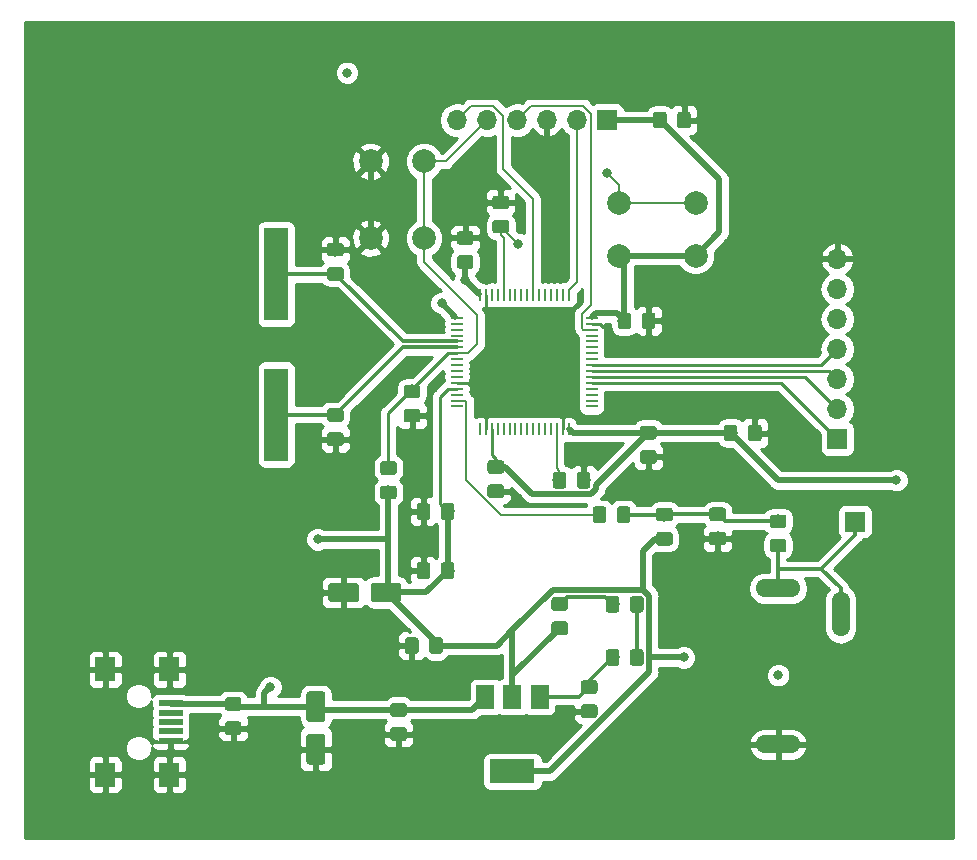
<source format=gbr>
G04 #@! TF.GenerationSoftware,KiCad,Pcbnew,(5.0.2)-1*
G04 #@! TF.CreationDate,2019-02-14T14:33:50+01:00*
G04 #@! TF.ProjectId,Embedded_Spectrum,456d6265-6464-4656-945f-537065637472,rev?*
G04 #@! TF.SameCoordinates,Original*
G04 #@! TF.FileFunction,Copper,L1,Top*
G04 #@! TF.FilePolarity,Positive*
%FSLAX46Y46*%
G04 Gerber Fmt 4.6, Leading zero omitted, Abs format (unit mm)*
G04 Created by KiCad (PCBNEW (5.0.2)-1) date 14/02/2019 14:33:50*
%MOMM*%
%LPD*%
G01*
G04 APERTURE LIST*
G04 #@! TA.AperFunction,Conductor*
%ADD10C,0.100000*%
G04 #@! TD*
G04 #@! TA.AperFunction,SMDPad,CuDef*
%ADD11C,1.150000*%
G04 #@! TD*
G04 #@! TA.AperFunction,SMDPad,CuDef*
%ADD12C,1.600000*%
G04 #@! TD*
G04 #@! TA.AperFunction,SMDPad,CuDef*
%ADD13R,1.700000X2.000000*%
G04 #@! TD*
G04 #@! TA.AperFunction,SMDPad,CuDef*
%ADD14R,2.000000X0.500000*%
G04 #@! TD*
G04 #@! TA.AperFunction,ComponentPad*
%ADD15O,3.800000X1.524000*%
G04 #@! TD*
G04 #@! TA.AperFunction,ComponentPad*
%ADD16O,1.524000X3.800000*%
G04 #@! TD*
G04 #@! TA.AperFunction,ComponentPad*
%ADD17R,1.700000X1.700000*%
G04 #@! TD*
G04 #@! TA.AperFunction,ComponentPad*
%ADD18O,1.700000X1.700000*%
G04 #@! TD*
G04 #@! TA.AperFunction,ComponentPad*
%ADD19C,2.000000*%
G04 #@! TD*
G04 #@! TA.AperFunction,SMDPad,CuDef*
%ADD20R,3.800000X2.000000*%
G04 #@! TD*
G04 #@! TA.AperFunction,SMDPad,CuDef*
%ADD21R,1.500000X2.000000*%
G04 #@! TD*
G04 #@! TA.AperFunction,SMDPad,CuDef*
%ADD22R,1.000000X0.250000*%
G04 #@! TD*
G04 #@! TA.AperFunction,SMDPad,CuDef*
%ADD23R,0.250000X1.000000*%
G04 #@! TD*
G04 #@! TA.AperFunction,SMDPad,CuDef*
%ADD24R,2.000000X7.875000*%
G04 #@! TD*
G04 #@! TA.AperFunction,ViaPad*
%ADD25C,0.800000*%
G04 #@! TD*
G04 #@! TA.AperFunction,Conductor*
%ADD26C,0.500000*%
G04 #@! TD*
G04 #@! TA.AperFunction,Conductor*
%ADD27C,0.250000*%
G04 #@! TD*
G04 #@! TA.AperFunction,Conductor*
%ADD28C,0.300000*%
G04 #@! TD*
G04 #@! TA.AperFunction,Conductor*
%ADD29C,0.200000*%
G04 #@! TD*
G04 #@! TA.AperFunction,Conductor*
%ADD30C,0.254000*%
G04 #@! TD*
G04 APERTURE END LIST*
D10*
G04 #@! TO.N,GND*
G04 #@! TO.C,C3*
G36*
X125374505Y-93801204D02*
X125398773Y-93804804D01*
X125422572Y-93810765D01*
X125445671Y-93819030D01*
X125467850Y-93829520D01*
X125488893Y-93842132D01*
X125508599Y-93856747D01*
X125526777Y-93873223D01*
X125543253Y-93891401D01*
X125557868Y-93911107D01*
X125570480Y-93932150D01*
X125580970Y-93954329D01*
X125589235Y-93977428D01*
X125595196Y-94001227D01*
X125598796Y-94025495D01*
X125600000Y-94049999D01*
X125600000Y-94950001D01*
X125598796Y-94974505D01*
X125595196Y-94998773D01*
X125589235Y-95022572D01*
X125580970Y-95045671D01*
X125570480Y-95067850D01*
X125557868Y-95088893D01*
X125543253Y-95108599D01*
X125526777Y-95126777D01*
X125508599Y-95143253D01*
X125488893Y-95157868D01*
X125467850Y-95170480D01*
X125445671Y-95180970D01*
X125422572Y-95189235D01*
X125398773Y-95195196D01*
X125374505Y-95198796D01*
X125350001Y-95200000D01*
X124699999Y-95200000D01*
X124675495Y-95198796D01*
X124651227Y-95195196D01*
X124627428Y-95189235D01*
X124604329Y-95180970D01*
X124582150Y-95170480D01*
X124561107Y-95157868D01*
X124541401Y-95143253D01*
X124523223Y-95126777D01*
X124506747Y-95108599D01*
X124492132Y-95088893D01*
X124479520Y-95067850D01*
X124469030Y-95045671D01*
X124460765Y-95022572D01*
X124454804Y-94998773D01*
X124451204Y-94974505D01*
X124450000Y-94950001D01*
X124450000Y-94049999D01*
X124451204Y-94025495D01*
X124454804Y-94001227D01*
X124460765Y-93977428D01*
X124469030Y-93954329D01*
X124479520Y-93932150D01*
X124492132Y-93911107D01*
X124506747Y-93891401D01*
X124523223Y-93873223D01*
X124541401Y-93856747D01*
X124561107Y-93842132D01*
X124582150Y-93829520D01*
X124604329Y-93819030D01*
X124627428Y-93810765D01*
X124651227Y-93804804D01*
X124675495Y-93801204D01*
X124699999Y-93800000D01*
X125350001Y-93800000D01*
X125374505Y-93801204D01*
X125374505Y-93801204D01*
G37*
D11*
G04 #@! TD*
G04 #@! TO.P,C3,2*
G04 #@! TO.N,GND*
X125025000Y-94500000D03*
D10*
G04 #@! TO.N,+3V3*
G04 #@! TO.C,C3*
G36*
X123324505Y-93801204D02*
X123348773Y-93804804D01*
X123372572Y-93810765D01*
X123395671Y-93819030D01*
X123417850Y-93829520D01*
X123438893Y-93842132D01*
X123458599Y-93856747D01*
X123476777Y-93873223D01*
X123493253Y-93891401D01*
X123507868Y-93911107D01*
X123520480Y-93932150D01*
X123530970Y-93954329D01*
X123539235Y-93977428D01*
X123545196Y-94001227D01*
X123548796Y-94025495D01*
X123550000Y-94049999D01*
X123550000Y-94950001D01*
X123548796Y-94974505D01*
X123545196Y-94998773D01*
X123539235Y-95022572D01*
X123530970Y-95045671D01*
X123520480Y-95067850D01*
X123507868Y-95088893D01*
X123493253Y-95108599D01*
X123476777Y-95126777D01*
X123458599Y-95143253D01*
X123438893Y-95157868D01*
X123417850Y-95170480D01*
X123395671Y-95180970D01*
X123372572Y-95189235D01*
X123348773Y-95195196D01*
X123324505Y-95198796D01*
X123300001Y-95200000D01*
X122649999Y-95200000D01*
X122625495Y-95198796D01*
X122601227Y-95195196D01*
X122577428Y-95189235D01*
X122554329Y-95180970D01*
X122532150Y-95170480D01*
X122511107Y-95157868D01*
X122491401Y-95143253D01*
X122473223Y-95126777D01*
X122456747Y-95108599D01*
X122442132Y-95088893D01*
X122429520Y-95067850D01*
X122419030Y-95045671D01*
X122410765Y-95022572D01*
X122404804Y-94998773D01*
X122401204Y-94974505D01*
X122400000Y-94950001D01*
X122400000Y-94049999D01*
X122401204Y-94025495D01*
X122404804Y-94001227D01*
X122410765Y-93977428D01*
X122419030Y-93954329D01*
X122429520Y-93932150D01*
X122442132Y-93911107D01*
X122456747Y-93891401D01*
X122473223Y-93873223D01*
X122491401Y-93856747D01*
X122511107Y-93842132D01*
X122532150Y-93829520D01*
X122554329Y-93819030D01*
X122577428Y-93810765D01*
X122601227Y-93804804D01*
X122625495Y-93801204D01*
X122649999Y-93800000D01*
X123300001Y-93800000D01*
X123324505Y-93801204D01*
X123324505Y-93801204D01*
G37*
D11*
G04 #@! TD*
G04 #@! TO.P,C3,1*
G04 #@! TO.N,+3V3*
X122975000Y-94500000D03*
D10*
G04 #@! TO.N,GND*
G04 #@! TO.C,C1*
G36*
X125474505Y-105451204D02*
X125498773Y-105454804D01*
X125522572Y-105460765D01*
X125545671Y-105469030D01*
X125567850Y-105479520D01*
X125588893Y-105492132D01*
X125608599Y-105506747D01*
X125626777Y-105523223D01*
X125643253Y-105541401D01*
X125657868Y-105561107D01*
X125670480Y-105582150D01*
X125680970Y-105604329D01*
X125689235Y-105627428D01*
X125695196Y-105651227D01*
X125698796Y-105675495D01*
X125700000Y-105699999D01*
X125700000Y-106350001D01*
X125698796Y-106374505D01*
X125695196Y-106398773D01*
X125689235Y-106422572D01*
X125680970Y-106445671D01*
X125670480Y-106467850D01*
X125657868Y-106488893D01*
X125643253Y-106508599D01*
X125626777Y-106526777D01*
X125608599Y-106543253D01*
X125588893Y-106557868D01*
X125567850Y-106570480D01*
X125545671Y-106580970D01*
X125522572Y-106589235D01*
X125498773Y-106595196D01*
X125474505Y-106598796D01*
X125450001Y-106600000D01*
X124549999Y-106600000D01*
X124525495Y-106598796D01*
X124501227Y-106595196D01*
X124477428Y-106589235D01*
X124454329Y-106580970D01*
X124432150Y-106570480D01*
X124411107Y-106557868D01*
X124391401Y-106543253D01*
X124373223Y-106526777D01*
X124356747Y-106508599D01*
X124342132Y-106488893D01*
X124329520Y-106467850D01*
X124319030Y-106445671D01*
X124310765Y-106422572D01*
X124304804Y-106398773D01*
X124301204Y-106374505D01*
X124300000Y-106350001D01*
X124300000Y-105699999D01*
X124301204Y-105675495D01*
X124304804Y-105651227D01*
X124310765Y-105627428D01*
X124319030Y-105604329D01*
X124329520Y-105582150D01*
X124342132Y-105561107D01*
X124356747Y-105541401D01*
X124373223Y-105523223D01*
X124391401Y-105506747D01*
X124411107Y-105492132D01*
X124432150Y-105479520D01*
X124454329Y-105469030D01*
X124477428Y-105460765D01*
X124501227Y-105454804D01*
X124525495Y-105451204D01*
X124549999Y-105450000D01*
X125450001Y-105450000D01*
X125474505Y-105451204D01*
X125474505Y-105451204D01*
G37*
D11*
G04 #@! TD*
G04 #@! TO.P,C1,2*
G04 #@! TO.N,GND*
X125000000Y-106025000D03*
D10*
G04 #@! TO.N,+3V3*
G04 #@! TO.C,C1*
G36*
X125474505Y-103401204D02*
X125498773Y-103404804D01*
X125522572Y-103410765D01*
X125545671Y-103419030D01*
X125567850Y-103429520D01*
X125588893Y-103442132D01*
X125608599Y-103456747D01*
X125626777Y-103473223D01*
X125643253Y-103491401D01*
X125657868Y-103511107D01*
X125670480Y-103532150D01*
X125680970Y-103554329D01*
X125689235Y-103577428D01*
X125695196Y-103601227D01*
X125698796Y-103625495D01*
X125700000Y-103649999D01*
X125700000Y-104300001D01*
X125698796Y-104324505D01*
X125695196Y-104348773D01*
X125689235Y-104372572D01*
X125680970Y-104395671D01*
X125670480Y-104417850D01*
X125657868Y-104438893D01*
X125643253Y-104458599D01*
X125626777Y-104476777D01*
X125608599Y-104493253D01*
X125588893Y-104507868D01*
X125567850Y-104520480D01*
X125545671Y-104530970D01*
X125522572Y-104539235D01*
X125498773Y-104545196D01*
X125474505Y-104548796D01*
X125450001Y-104550000D01*
X124549999Y-104550000D01*
X124525495Y-104548796D01*
X124501227Y-104545196D01*
X124477428Y-104539235D01*
X124454329Y-104530970D01*
X124432150Y-104520480D01*
X124411107Y-104507868D01*
X124391401Y-104493253D01*
X124373223Y-104476777D01*
X124356747Y-104458599D01*
X124342132Y-104438893D01*
X124329520Y-104417850D01*
X124319030Y-104395671D01*
X124310765Y-104372572D01*
X124304804Y-104348773D01*
X124301204Y-104324505D01*
X124300000Y-104300001D01*
X124300000Y-103649999D01*
X124301204Y-103625495D01*
X124304804Y-103601227D01*
X124310765Y-103577428D01*
X124319030Y-103554329D01*
X124329520Y-103532150D01*
X124342132Y-103511107D01*
X124356747Y-103491401D01*
X124373223Y-103473223D01*
X124391401Y-103456747D01*
X124411107Y-103442132D01*
X124432150Y-103429520D01*
X124454329Y-103419030D01*
X124477428Y-103410765D01*
X124501227Y-103404804D01*
X124525495Y-103401204D01*
X124549999Y-103400000D01*
X125450001Y-103400000D01*
X125474505Y-103401204D01*
X125474505Y-103401204D01*
G37*
D11*
G04 #@! TD*
G04 #@! TO.P,C1,1*
G04 #@! TO.N,+3V3*
X125000000Y-103975000D03*
D10*
G04 #@! TO.N,+5V*
G04 #@! TO.C,C2*
G36*
X90331115Y-126368244D02*
X90355383Y-126371844D01*
X90379182Y-126377805D01*
X90402281Y-126386070D01*
X90424460Y-126396560D01*
X90445503Y-126409172D01*
X90465209Y-126423787D01*
X90483387Y-126440263D01*
X90499863Y-126458441D01*
X90514478Y-126478147D01*
X90527090Y-126499190D01*
X90537580Y-126521369D01*
X90545845Y-126544468D01*
X90551806Y-126568267D01*
X90555406Y-126592535D01*
X90556610Y-126617039D01*
X90556610Y-127267041D01*
X90555406Y-127291545D01*
X90551806Y-127315813D01*
X90545845Y-127339612D01*
X90537580Y-127362711D01*
X90527090Y-127384890D01*
X90514478Y-127405933D01*
X90499863Y-127425639D01*
X90483387Y-127443817D01*
X90465209Y-127460293D01*
X90445503Y-127474908D01*
X90424460Y-127487520D01*
X90402281Y-127498010D01*
X90379182Y-127506275D01*
X90355383Y-127512236D01*
X90331115Y-127515836D01*
X90306611Y-127517040D01*
X89406609Y-127517040D01*
X89382105Y-127515836D01*
X89357837Y-127512236D01*
X89334038Y-127506275D01*
X89310939Y-127498010D01*
X89288760Y-127487520D01*
X89267717Y-127474908D01*
X89248011Y-127460293D01*
X89229833Y-127443817D01*
X89213357Y-127425639D01*
X89198742Y-127405933D01*
X89186130Y-127384890D01*
X89175640Y-127362711D01*
X89167375Y-127339612D01*
X89161414Y-127315813D01*
X89157814Y-127291545D01*
X89156610Y-127267041D01*
X89156610Y-126617039D01*
X89157814Y-126592535D01*
X89161414Y-126568267D01*
X89167375Y-126544468D01*
X89175640Y-126521369D01*
X89186130Y-126499190D01*
X89198742Y-126478147D01*
X89213357Y-126458441D01*
X89229833Y-126440263D01*
X89248011Y-126423787D01*
X89267717Y-126409172D01*
X89288760Y-126396560D01*
X89310939Y-126386070D01*
X89334038Y-126377805D01*
X89357837Y-126371844D01*
X89382105Y-126368244D01*
X89406609Y-126367040D01*
X90306611Y-126367040D01*
X90331115Y-126368244D01*
X90331115Y-126368244D01*
G37*
D11*
G04 #@! TD*
G04 #@! TO.P,C2,1*
G04 #@! TO.N,+5V*
X89856610Y-126942040D03*
D10*
G04 #@! TO.N,GND*
G04 #@! TO.C,C2*
G36*
X90331115Y-128418244D02*
X90355383Y-128421844D01*
X90379182Y-128427805D01*
X90402281Y-128436070D01*
X90424460Y-128446560D01*
X90445503Y-128459172D01*
X90465209Y-128473787D01*
X90483387Y-128490263D01*
X90499863Y-128508441D01*
X90514478Y-128528147D01*
X90527090Y-128549190D01*
X90537580Y-128571369D01*
X90545845Y-128594468D01*
X90551806Y-128618267D01*
X90555406Y-128642535D01*
X90556610Y-128667039D01*
X90556610Y-129317041D01*
X90555406Y-129341545D01*
X90551806Y-129365813D01*
X90545845Y-129389612D01*
X90537580Y-129412711D01*
X90527090Y-129434890D01*
X90514478Y-129455933D01*
X90499863Y-129475639D01*
X90483387Y-129493817D01*
X90465209Y-129510293D01*
X90445503Y-129524908D01*
X90424460Y-129537520D01*
X90402281Y-129548010D01*
X90379182Y-129556275D01*
X90355383Y-129562236D01*
X90331115Y-129565836D01*
X90306611Y-129567040D01*
X89406609Y-129567040D01*
X89382105Y-129565836D01*
X89357837Y-129562236D01*
X89334038Y-129556275D01*
X89310939Y-129548010D01*
X89288760Y-129537520D01*
X89267717Y-129524908D01*
X89248011Y-129510293D01*
X89229833Y-129493817D01*
X89213357Y-129475639D01*
X89198742Y-129455933D01*
X89186130Y-129434890D01*
X89175640Y-129412711D01*
X89167375Y-129389612D01*
X89161414Y-129365813D01*
X89157814Y-129341545D01*
X89156610Y-129317041D01*
X89156610Y-128667039D01*
X89157814Y-128642535D01*
X89161414Y-128618267D01*
X89167375Y-128594468D01*
X89175640Y-128571369D01*
X89186130Y-128549190D01*
X89198742Y-128528147D01*
X89213357Y-128508441D01*
X89229833Y-128490263D01*
X89248011Y-128473787D01*
X89267717Y-128459172D01*
X89288760Y-128446560D01*
X89310939Y-128436070D01*
X89334038Y-128427805D01*
X89357837Y-128421844D01*
X89382105Y-128418244D01*
X89406609Y-128417040D01*
X90306611Y-128417040D01*
X90331115Y-128418244D01*
X90331115Y-128418244D01*
G37*
D11*
G04 #@! TD*
G04 #@! TO.P,C2,2*
G04 #@! TO.N,GND*
X89856610Y-128992040D03*
D10*
G04 #@! TO.N,+3V3*
G04 #@! TO.C,C4*
G36*
X112559149Y-106296556D02*
X112583417Y-106300156D01*
X112607216Y-106306117D01*
X112630315Y-106314382D01*
X112652494Y-106324872D01*
X112673537Y-106337484D01*
X112693243Y-106352099D01*
X112711421Y-106368575D01*
X112727897Y-106386753D01*
X112742512Y-106406459D01*
X112755124Y-106427502D01*
X112765614Y-106449681D01*
X112773879Y-106472780D01*
X112779840Y-106496579D01*
X112783440Y-106520847D01*
X112784644Y-106545351D01*
X112784644Y-107195353D01*
X112783440Y-107219857D01*
X112779840Y-107244125D01*
X112773879Y-107267924D01*
X112765614Y-107291023D01*
X112755124Y-107313202D01*
X112742512Y-107334245D01*
X112727897Y-107353951D01*
X112711421Y-107372129D01*
X112693243Y-107388605D01*
X112673537Y-107403220D01*
X112652494Y-107415832D01*
X112630315Y-107426322D01*
X112607216Y-107434587D01*
X112583417Y-107440548D01*
X112559149Y-107444148D01*
X112534645Y-107445352D01*
X111634643Y-107445352D01*
X111610139Y-107444148D01*
X111585871Y-107440548D01*
X111562072Y-107434587D01*
X111538973Y-107426322D01*
X111516794Y-107415832D01*
X111495751Y-107403220D01*
X111476045Y-107388605D01*
X111457867Y-107372129D01*
X111441391Y-107353951D01*
X111426776Y-107334245D01*
X111414164Y-107313202D01*
X111403674Y-107291023D01*
X111395409Y-107267924D01*
X111389448Y-107244125D01*
X111385848Y-107219857D01*
X111384644Y-107195353D01*
X111384644Y-106545351D01*
X111385848Y-106520847D01*
X111389448Y-106496579D01*
X111395409Y-106472780D01*
X111403674Y-106449681D01*
X111414164Y-106427502D01*
X111426776Y-106406459D01*
X111441391Y-106386753D01*
X111457867Y-106368575D01*
X111476045Y-106352099D01*
X111495751Y-106337484D01*
X111516794Y-106324872D01*
X111538973Y-106314382D01*
X111562072Y-106306117D01*
X111585871Y-106300156D01*
X111610139Y-106296556D01*
X111634643Y-106295352D01*
X112534645Y-106295352D01*
X112559149Y-106296556D01*
X112559149Y-106296556D01*
G37*
D11*
G04 #@! TD*
G04 #@! TO.P,C4,1*
G04 #@! TO.N,+3V3*
X112084644Y-106870352D03*
D10*
G04 #@! TO.N,GND*
G04 #@! TO.C,C4*
G36*
X112559149Y-108346556D02*
X112583417Y-108350156D01*
X112607216Y-108356117D01*
X112630315Y-108364382D01*
X112652494Y-108374872D01*
X112673537Y-108387484D01*
X112693243Y-108402099D01*
X112711421Y-108418575D01*
X112727897Y-108436753D01*
X112742512Y-108456459D01*
X112755124Y-108477502D01*
X112765614Y-108499681D01*
X112773879Y-108522780D01*
X112779840Y-108546579D01*
X112783440Y-108570847D01*
X112784644Y-108595351D01*
X112784644Y-109245353D01*
X112783440Y-109269857D01*
X112779840Y-109294125D01*
X112773879Y-109317924D01*
X112765614Y-109341023D01*
X112755124Y-109363202D01*
X112742512Y-109384245D01*
X112727897Y-109403951D01*
X112711421Y-109422129D01*
X112693243Y-109438605D01*
X112673537Y-109453220D01*
X112652494Y-109465832D01*
X112630315Y-109476322D01*
X112607216Y-109484587D01*
X112583417Y-109490548D01*
X112559149Y-109494148D01*
X112534645Y-109495352D01*
X111634643Y-109495352D01*
X111610139Y-109494148D01*
X111585871Y-109490548D01*
X111562072Y-109484587D01*
X111538973Y-109476322D01*
X111516794Y-109465832D01*
X111495751Y-109453220D01*
X111476045Y-109438605D01*
X111457867Y-109422129D01*
X111441391Y-109403951D01*
X111426776Y-109384245D01*
X111414164Y-109363202D01*
X111403674Y-109341023D01*
X111395409Y-109317924D01*
X111389448Y-109294125D01*
X111385848Y-109269857D01*
X111384644Y-109245353D01*
X111384644Y-108595351D01*
X111385848Y-108570847D01*
X111389448Y-108546579D01*
X111395409Y-108522780D01*
X111403674Y-108499681D01*
X111414164Y-108477502D01*
X111426776Y-108456459D01*
X111441391Y-108436753D01*
X111457867Y-108418575D01*
X111476045Y-108402099D01*
X111495751Y-108387484D01*
X111516794Y-108374872D01*
X111538973Y-108364382D01*
X111562072Y-108356117D01*
X111585871Y-108350156D01*
X111610139Y-108346556D01*
X111634643Y-108345352D01*
X112534645Y-108345352D01*
X112559149Y-108346556D01*
X112559149Y-108346556D01*
G37*
D11*
G04 #@! TD*
G04 #@! TO.P,C4,2*
G04 #@! TO.N,GND*
X112084644Y-108920352D03*
D10*
G04 #@! TO.N,GND*
G04 #@! TO.C,C5*
G36*
X97431114Y-129468244D02*
X97455383Y-129471844D01*
X97479181Y-129477805D01*
X97502281Y-129486070D01*
X97524459Y-129496560D01*
X97545503Y-129509173D01*
X97565208Y-129523787D01*
X97583387Y-129540263D01*
X97599863Y-129558442D01*
X97614477Y-129578147D01*
X97627090Y-129599191D01*
X97637580Y-129621369D01*
X97645845Y-129644469D01*
X97651806Y-129668267D01*
X97655406Y-129692536D01*
X97656610Y-129717040D01*
X97656610Y-131817040D01*
X97655406Y-131841544D01*
X97651806Y-131865813D01*
X97645845Y-131889611D01*
X97637580Y-131912711D01*
X97627090Y-131934889D01*
X97614477Y-131955933D01*
X97599863Y-131975638D01*
X97583387Y-131993817D01*
X97565208Y-132010293D01*
X97545503Y-132024907D01*
X97524459Y-132037520D01*
X97502281Y-132048010D01*
X97479181Y-132056275D01*
X97455383Y-132062236D01*
X97431114Y-132065836D01*
X97406610Y-132067040D01*
X96306610Y-132067040D01*
X96282106Y-132065836D01*
X96257837Y-132062236D01*
X96234039Y-132056275D01*
X96210939Y-132048010D01*
X96188761Y-132037520D01*
X96167717Y-132024907D01*
X96148012Y-132010293D01*
X96129833Y-131993817D01*
X96113357Y-131975638D01*
X96098743Y-131955933D01*
X96086130Y-131934889D01*
X96075640Y-131912711D01*
X96067375Y-131889611D01*
X96061414Y-131865813D01*
X96057814Y-131841544D01*
X96056610Y-131817040D01*
X96056610Y-129717040D01*
X96057814Y-129692536D01*
X96061414Y-129668267D01*
X96067375Y-129644469D01*
X96075640Y-129621369D01*
X96086130Y-129599191D01*
X96098743Y-129578147D01*
X96113357Y-129558442D01*
X96129833Y-129540263D01*
X96148012Y-129523787D01*
X96167717Y-129509173D01*
X96188761Y-129496560D01*
X96210939Y-129486070D01*
X96234039Y-129477805D01*
X96257837Y-129471844D01*
X96282106Y-129468244D01*
X96306610Y-129467040D01*
X97406610Y-129467040D01*
X97431114Y-129468244D01*
X97431114Y-129468244D01*
G37*
D12*
G04 #@! TD*
G04 #@! TO.P,C5,2*
G04 #@! TO.N,GND*
X96856610Y-130767040D03*
D10*
G04 #@! TO.N,+5V*
G04 #@! TO.C,C5*
G36*
X97431114Y-125868244D02*
X97455383Y-125871844D01*
X97479181Y-125877805D01*
X97502281Y-125886070D01*
X97524459Y-125896560D01*
X97545503Y-125909173D01*
X97565208Y-125923787D01*
X97583387Y-125940263D01*
X97599863Y-125958442D01*
X97614477Y-125978147D01*
X97627090Y-125999191D01*
X97637580Y-126021369D01*
X97645845Y-126044469D01*
X97651806Y-126068267D01*
X97655406Y-126092536D01*
X97656610Y-126117040D01*
X97656610Y-128217040D01*
X97655406Y-128241544D01*
X97651806Y-128265813D01*
X97645845Y-128289611D01*
X97637580Y-128312711D01*
X97627090Y-128334889D01*
X97614477Y-128355933D01*
X97599863Y-128375638D01*
X97583387Y-128393817D01*
X97565208Y-128410293D01*
X97545503Y-128424907D01*
X97524459Y-128437520D01*
X97502281Y-128448010D01*
X97479181Y-128456275D01*
X97455383Y-128462236D01*
X97431114Y-128465836D01*
X97406610Y-128467040D01*
X96306610Y-128467040D01*
X96282106Y-128465836D01*
X96257837Y-128462236D01*
X96234039Y-128456275D01*
X96210939Y-128448010D01*
X96188761Y-128437520D01*
X96167717Y-128424907D01*
X96148012Y-128410293D01*
X96129833Y-128393817D01*
X96113357Y-128375638D01*
X96098743Y-128355933D01*
X96086130Y-128334889D01*
X96075640Y-128312711D01*
X96067375Y-128289611D01*
X96061414Y-128265813D01*
X96057814Y-128241544D01*
X96056610Y-128217040D01*
X96056610Y-126117040D01*
X96057814Y-126092536D01*
X96061414Y-126068267D01*
X96067375Y-126044469D01*
X96075640Y-126021369D01*
X96086130Y-125999191D01*
X96098743Y-125978147D01*
X96113357Y-125958442D01*
X96129833Y-125940263D01*
X96148012Y-125923787D01*
X96167717Y-125909173D01*
X96188761Y-125896560D01*
X96210939Y-125886070D01*
X96234039Y-125877805D01*
X96257837Y-125871844D01*
X96282106Y-125868244D01*
X96306610Y-125867040D01*
X97406610Y-125867040D01*
X97431114Y-125868244D01*
X97431114Y-125868244D01*
G37*
D12*
G04 #@! TD*
G04 #@! TO.P,C5,1*
G04 #@! TO.N,+5V*
X96856610Y-127167040D03*
D10*
G04 #@! TO.N,+3V3*
G04 #@! TO.C,C6*
G36*
X109974505Y-88951204D02*
X109998773Y-88954804D01*
X110022572Y-88960765D01*
X110045671Y-88969030D01*
X110067850Y-88979520D01*
X110088893Y-88992132D01*
X110108599Y-89006747D01*
X110126777Y-89023223D01*
X110143253Y-89041401D01*
X110157868Y-89061107D01*
X110170480Y-89082150D01*
X110180970Y-89104329D01*
X110189235Y-89127428D01*
X110195196Y-89151227D01*
X110198796Y-89175495D01*
X110200000Y-89199999D01*
X110200000Y-89850001D01*
X110198796Y-89874505D01*
X110195196Y-89898773D01*
X110189235Y-89922572D01*
X110180970Y-89945671D01*
X110170480Y-89967850D01*
X110157868Y-89988893D01*
X110143253Y-90008599D01*
X110126777Y-90026777D01*
X110108599Y-90043253D01*
X110088893Y-90057868D01*
X110067850Y-90070480D01*
X110045671Y-90080970D01*
X110022572Y-90089235D01*
X109998773Y-90095196D01*
X109974505Y-90098796D01*
X109950001Y-90100000D01*
X109049999Y-90100000D01*
X109025495Y-90098796D01*
X109001227Y-90095196D01*
X108977428Y-90089235D01*
X108954329Y-90080970D01*
X108932150Y-90070480D01*
X108911107Y-90057868D01*
X108891401Y-90043253D01*
X108873223Y-90026777D01*
X108856747Y-90008599D01*
X108842132Y-89988893D01*
X108829520Y-89967850D01*
X108819030Y-89945671D01*
X108810765Y-89922572D01*
X108804804Y-89898773D01*
X108801204Y-89874505D01*
X108800000Y-89850001D01*
X108800000Y-89199999D01*
X108801204Y-89175495D01*
X108804804Y-89151227D01*
X108810765Y-89127428D01*
X108819030Y-89104329D01*
X108829520Y-89082150D01*
X108842132Y-89061107D01*
X108856747Y-89041401D01*
X108873223Y-89023223D01*
X108891401Y-89006747D01*
X108911107Y-88992132D01*
X108932150Y-88979520D01*
X108954329Y-88969030D01*
X108977428Y-88960765D01*
X109001227Y-88954804D01*
X109025495Y-88951204D01*
X109049999Y-88950000D01*
X109950001Y-88950000D01*
X109974505Y-88951204D01*
X109974505Y-88951204D01*
G37*
D11*
G04 #@! TD*
G04 #@! TO.P,C6,1*
G04 #@! TO.N,+3V3*
X109500000Y-89525000D03*
D10*
G04 #@! TO.N,GND*
G04 #@! TO.C,C6*
G36*
X109974505Y-86901204D02*
X109998773Y-86904804D01*
X110022572Y-86910765D01*
X110045671Y-86919030D01*
X110067850Y-86929520D01*
X110088893Y-86942132D01*
X110108599Y-86956747D01*
X110126777Y-86973223D01*
X110143253Y-86991401D01*
X110157868Y-87011107D01*
X110170480Y-87032150D01*
X110180970Y-87054329D01*
X110189235Y-87077428D01*
X110195196Y-87101227D01*
X110198796Y-87125495D01*
X110200000Y-87149999D01*
X110200000Y-87800001D01*
X110198796Y-87824505D01*
X110195196Y-87848773D01*
X110189235Y-87872572D01*
X110180970Y-87895671D01*
X110170480Y-87917850D01*
X110157868Y-87938893D01*
X110143253Y-87958599D01*
X110126777Y-87976777D01*
X110108599Y-87993253D01*
X110088893Y-88007868D01*
X110067850Y-88020480D01*
X110045671Y-88030970D01*
X110022572Y-88039235D01*
X109998773Y-88045196D01*
X109974505Y-88048796D01*
X109950001Y-88050000D01*
X109049999Y-88050000D01*
X109025495Y-88048796D01*
X109001227Y-88045196D01*
X108977428Y-88039235D01*
X108954329Y-88030970D01*
X108932150Y-88020480D01*
X108911107Y-88007868D01*
X108891401Y-87993253D01*
X108873223Y-87976777D01*
X108856747Y-87958599D01*
X108842132Y-87938893D01*
X108829520Y-87917850D01*
X108819030Y-87895671D01*
X108810765Y-87872572D01*
X108804804Y-87848773D01*
X108801204Y-87824505D01*
X108800000Y-87800001D01*
X108800000Y-87149999D01*
X108801204Y-87125495D01*
X108804804Y-87101227D01*
X108810765Y-87077428D01*
X108819030Y-87054329D01*
X108829520Y-87032150D01*
X108842132Y-87011107D01*
X108856747Y-86991401D01*
X108873223Y-86973223D01*
X108891401Y-86956747D01*
X108911107Y-86942132D01*
X108932150Y-86929520D01*
X108954329Y-86919030D01*
X108977428Y-86910765D01*
X109001227Y-86904804D01*
X109025495Y-86901204D01*
X109049999Y-86900000D01*
X109950001Y-86900000D01*
X109974505Y-86901204D01*
X109974505Y-86901204D01*
G37*
D11*
G04 #@! TD*
G04 #@! TO.P,C6,2*
G04 #@! TO.N,GND*
X109500000Y-87475000D03*
D10*
G04 #@! TO.N,+5V*
G04 #@! TO.C,C7*
G36*
X104331115Y-126868244D02*
X104355383Y-126871844D01*
X104379182Y-126877805D01*
X104402281Y-126886070D01*
X104424460Y-126896560D01*
X104445503Y-126909172D01*
X104465209Y-126923787D01*
X104483387Y-126940263D01*
X104499863Y-126958441D01*
X104514478Y-126978147D01*
X104527090Y-126999190D01*
X104537580Y-127021369D01*
X104545845Y-127044468D01*
X104551806Y-127068267D01*
X104555406Y-127092535D01*
X104556610Y-127117039D01*
X104556610Y-127767041D01*
X104555406Y-127791545D01*
X104551806Y-127815813D01*
X104545845Y-127839612D01*
X104537580Y-127862711D01*
X104527090Y-127884890D01*
X104514478Y-127905933D01*
X104499863Y-127925639D01*
X104483387Y-127943817D01*
X104465209Y-127960293D01*
X104445503Y-127974908D01*
X104424460Y-127987520D01*
X104402281Y-127998010D01*
X104379182Y-128006275D01*
X104355383Y-128012236D01*
X104331115Y-128015836D01*
X104306611Y-128017040D01*
X103406609Y-128017040D01*
X103382105Y-128015836D01*
X103357837Y-128012236D01*
X103334038Y-128006275D01*
X103310939Y-127998010D01*
X103288760Y-127987520D01*
X103267717Y-127974908D01*
X103248011Y-127960293D01*
X103229833Y-127943817D01*
X103213357Y-127925639D01*
X103198742Y-127905933D01*
X103186130Y-127884890D01*
X103175640Y-127862711D01*
X103167375Y-127839612D01*
X103161414Y-127815813D01*
X103157814Y-127791545D01*
X103156610Y-127767041D01*
X103156610Y-127117039D01*
X103157814Y-127092535D01*
X103161414Y-127068267D01*
X103167375Y-127044468D01*
X103175640Y-127021369D01*
X103186130Y-126999190D01*
X103198742Y-126978147D01*
X103213357Y-126958441D01*
X103229833Y-126940263D01*
X103248011Y-126923787D01*
X103267717Y-126909172D01*
X103288760Y-126896560D01*
X103310939Y-126886070D01*
X103334038Y-126877805D01*
X103357837Y-126871844D01*
X103382105Y-126868244D01*
X103406609Y-126867040D01*
X104306611Y-126867040D01*
X104331115Y-126868244D01*
X104331115Y-126868244D01*
G37*
D11*
G04 #@! TD*
G04 #@! TO.P,C7,1*
G04 #@! TO.N,+5V*
X103856610Y-127442040D03*
D10*
G04 #@! TO.N,GND*
G04 #@! TO.C,C7*
G36*
X104331115Y-128918244D02*
X104355383Y-128921844D01*
X104379182Y-128927805D01*
X104402281Y-128936070D01*
X104424460Y-128946560D01*
X104445503Y-128959172D01*
X104465209Y-128973787D01*
X104483387Y-128990263D01*
X104499863Y-129008441D01*
X104514478Y-129028147D01*
X104527090Y-129049190D01*
X104537580Y-129071369D01*
X104545845Y-129094468D01*
X104551806Y-129118267D01*
X104555406Y-129142535D01*
X104556610Y-129167039D01*
X104556610Y-129817041D01*
X104555406Y-129841545D01*
X104551806Y-129865813D01*
X104545845Y-129889612D01*
X104537580Y-129912711D01*
X104527090Y-129934890D01*
X104514478Y-129955933D01*
X104499863Y-129975639D01*
X104483387Y-129993817D01*
X104465209Y-130010293D01*
X104445503Y-130024908D01*
X104424460Y-130037520D01*
X104402281Y-130048010D01*
X104379182Y-130056275D01*
X104355383Y-130062236D01*
X104331115Y-130065836D01*
X104306611Y-130067040D01*
X103406609Y-130067040D01*
X103382105Y-130065836D01*
X103357837Y-130062236D01*
X103334038Y-130056275D01*
X103310939Y-130048010D01*
X103288760Y-130037520D01*
X103267717Y-130024908D01*
X103248011Y-130010293D01*
X103229833Y-129993817D01*
X103213357Y-129975639D01*
X103198742Y-129955933D01*
X103186130Y-129934890D01*
X103175640Y-129912711D01*
X103167375Y-129889612D01*
X103161414Y-129865813D01*
X103157814Y-129841545D01*
X103156610Y-129817041D01*
X103156610Y-129167039D01*
X103157814Y-129142535D01*
X103161414Y-129118267D01*
X103167375Y-129094468D01*
X103175640Y-129071369D01*
X103186130Y-129049190D01*
X103198742Y-129028147D01*
X103213357Y-129008441D01*
X103229833Y-128990263D01*
X103248011Y-128973787D01*
X103267717Y-128959172D01*
X103288760Y-128946560D01*
X103310939Y-128936070D01*
X103334038Y-128927805D01*
X103357837Y-128921844D01*
X103382105Y-128918244D01*
X103406609Y-128917040D01*
X104306611Y-128917040D01*
X104331115Y-128918244D01*
X104331115Y-128918244D01*
G37*
D11*
G04 #@! TD*
G04 #@! TO.P,C7,2*
G04 #@! TO.N,GND*
X103856610Y-129492040D03*
D10*
G04 #@! TO.N,GND*
G04 #@! TO.C,C8*
G36*
X134374505Y-103301204D02*
X134398773Y-103304804D01*
X134422572Y-103310765D01*
X134445671Y-103319030D01*
X134467850Y-103329520D01*
X134488893Y-103342132D01*
X134508599Y-103356747D01*
X134526777Y-103373223D01*
X134543253Y-103391401D01*
X134557868Y-103411107D01*
X134570480Y-103432150D01*
X134580970Y-103454329D01*
X134589235Y-103477428D01*
X134595196Y-103501227D01*
X134598796Y-103525495D01*
X134600000Y-103549999D01*
X134600000Y-104450001D01*
X134598796Y-104474505D01*
X134595196Y-104498773D01*
X134589235Y-104522572D01*
X134580970Y-104545671D01*
X134570480Y-104567850D01*
X134557868Y-104588893D01*
X134543253Y-104608599D01*
X134526777Y-104626777D01*
X134508599Y-104643253D01*
X134488893Y-104657868D01*
X134467850Y-104670480D01*
X134445671Y-104680970D01*
X134422572Y-104689235D01*
X134398773Y-104695196D01*
X134374505Y-104698796D01*
X134350001Y-104700000D01*
X133699999Y-104700000D01*
X133675495Y-104698796D01*
X133651227Y-104695196D01*
X133627428Y-104689235D01*
X133604329Y-104680970D01*
X133582150Y-104670480D01*
X133561107Y-104657868D01*
X133541401Y-104643253D01*
X133523223Y-104626777D01*
X133506747Y-104608599D01*
X133492132Y-104588893D01*
X133479520Y-104567850D01*
X133469030Y-104545671D01*
X133460765Y-104522572D01*
X133454804Y-104498773D01*
X133451204Y-104474505D01*
X133450000Y-104450001D01*
X133450000Y-103549999D01*
X133451204Y-103525495D01*
X133454804Y-103501227D01*
X133460765Y-103477428D01*
X133469030Y-103454329D01*
X133479520Y-103432150D01*
X133492132Y-103411107D01*
X133506747Y-103391401D01*
X133523223Y-103373223D01*
X133541401Y-103356747D01*
X133561107Y-103342132D01*
X133582150Y-103329520D01*
X133604329Y-103319030D01*
X133627428Y-103310765D01*
X133651227Y-103304804D01*
X133675495Y-103301204D01*
X133699999Y-103300000D01*
X134350001Y-103300000D01*
X134374505Y-103301204D01*
X134374505Y-103301204D01*
G37*
D11*
G04 #@! TD*
G04 #@! TO.P,C8,2*
G04 #@! TO.N,GND*
X134025000Y-104000000D03*
D10*
G04 #@! TO.N,+3V3*
G04 #@! TO.C,C8*
G36*
X132324505Y-103301204D02*
X132348773Y-103304804D01*
X132372572Y-103310765D01*
X132395671Y-103319030D01*
X132417850Y-103329520D01*
X132438893Y-103342132D01*
X132458599Y-103356747D01*
X132476777Y-103373223D01*
X132493253Y-103391401D01*
X132507868Y-103411107D01*
X132520480Y-103432150D01*
X132530970Y-103454329D01*
X132539235Y-103477428D01*
X132545196Y-103501227D01*
X132548796Y-103525495D01*
X132550000Y-103549999D01*
X132550000Y-104450001D01*
X132548796Y-104474505D01*
X132545196Y-104498773D01*
X132539235Y-104522572D01*
X132530970Y-104545671D01*
X132520480Y-104567850D01*
X132507868Y-104588893D01*
X132493253Y-104608599D01*
X132476777Y-104626777D01*
X132458599Y-104643253D01*
X132438893Y-104657868D01*
X132417850Y-104670480D01*
X132395671Y-104680970D01*
X132372572Y-104689235D01*
X132348773Y-104695196D01*
X132324505Y-104698796D01*
X132300001Y-104700000D01*
X131649999Y-104700000D01*
X131625495Y-104698796D01*
X131601227Y-104695196D01*
X131577428Y-104689235D01*
X131554329Y-104680970D01*
X131532150Y-104670480D01*
X131511107Y-104657868D01*
X131491401Y-104643253D01*
X131473223Y-104626777D01*
X131456747Y-104608599D01*
X131442132Y-104588893D01*
X131429520Y-104567850D01*
X131419030Y-104545671D01*
X131410765Y-104522572D01*
X131404804Y-104498773D01*
X131401204Y-104474505D01*
X131400000Y-104450001D01*
X131400000Y-103549999D01*
X131401204Y-103525495D01*
X131404804Y-103501227D01*
X131410765Y-103477428D01*
X131419030Y-103454329D01*
X131429520Y-103432150D01*
X131442132Y-103411107D01*
X131456747Y-103391401D01*
X131473223Y-103373223D01*
X131491401Y-103356747D01*
X131511107Y-103342132D01*
X131532150Y-103329520D01*
X131554329Y-103319030D01*
X131577428Y-103310765D01*
X131601227Y-103304804D01*
X131625495Y-103301204D01*
X131649999Y-103300000D01*
X132300001Y-103300000D01*
X132324505Y-103301204D01*
X132324505Y-103301204D01*
G37*
D11*
G04 #@! TD*
G04 #@! TO.P,C8,1*
G04 #@! TO.N,+3V3*
X131975000Y-104000000D03*
D10*
G04 #@! TO.N,+3V3*
G04 #@! TO.C,C9*
G36*
X107374505Y-121301204D02*
X107398773Y-121304804D01*
X107422572Y-121310765D01*
X107445671Y-121319030D01*
X107467850Y-121329520D01*
X107488893Y-121342132D01*
X107508599Y-121356747D01*
X107526777Y-121373223D01*
X107543253Y-121391401D01*
X107557868Y-121411107D01*
X107570480Y-121432150D01*
X107580970Y-121454329D01*
X107589235Y-121477428D01*
X107595196Y-121501227D01*
X107598796Y-121525495D01*
X107600000Y-121549999D01*
X107600000Y-122450001D01*
X107598796Y-122474505D01*
X107595196Y-122498773D01*
X107589235Y-122522572D01*
X107580970Y-122545671D01*
X107570480Y-122567850D01*
X107557868Y-122588893D01*
X107543253Y-122608599D01*
X107526777Y-122626777D01*
X107508599Y-122643253D01*
X107488893Y-122657868D01*
X107467850Y-122670480D01*
X107445671Y-122680970D01*
X107422572Y-122689235D01*
X107398773Y-122695196D01*
X107374505Y-122698796D01*
X107350001Y-122700000D01*
X106699999Y-122700000D01*
X106675495Y-122698796D01*
X106651227Y-122695196D01*
X106627428Y-122689235D01*
X106604329Y-122680970D01*
X106582150Y-122670480D01*
X106561107Y-122657868D01*
X106541401Y-122643253D01*
X106523223Y-122626777D01*
X106506747Y-122608599D01*
X106492132Y-122588893D01*
X106479520Y-122567850D01*
X106469030Y-122545671D01*
X106460765Y-122522572D01*
X106454804Y-122498773D01*
X106451204Y-122474505D01*
X106450000Y-122450001D01*
X106450000Y-121549999D01*
X106451204Y-121525495D01*
X106454804Y-121501227D01*
X106460765Y-121477428D01*
X106469030Y-121454329D01*
X106479520Y-121432150D01*
X106492132Y-121411107D01*
X106506747Y-121391401D01*
X106523223Y-121373223D01*
X106541401Y-121356747D01*
X106561107Y-121342132D01*
X106582150Y-121329520D01*
X106604329Y-121319030D01*
X106627428Y-121310765D01*
X106651227Y-121304804D01*
X106675495Y-121301204D01*
X106699999Y-121300000D01*
X107350001Y-121300000D01*
X107374505Y-121301204D01*
X107374505Y-121301204D01*
G37*
D11*
G04 #@! TD*
G04 #@! TO.P,C9,1*
G04 #@! TO.N,+3V3*
X107025000Y-122000000D03*
D10*
G04 #@! TO.N,GND*
G04 #@! TO.C,C9*
G36*
X105324505Y-121301204D02*
X105348773Y-121304804D01*
X105372572Y-121310765D01*
X105395671Y-121319030D01*
X105417850Y-121329520D01*
X105438893Y-121342132D01*
X105458599Y-121356747D01*
X105476777Y-121373223D01*
X105493253Y-121391401D01*
X105507868Y-121411107D01*
X105520480Y-121432150D01*
X105530970Y-121454329D01*
X105539235Y-121477428D01*
X105545196Y-121501227D01*
X105548796Y-121525495D01*
X105550000Y-121549999D01*
X105550000Y-122450001D01*
X105548796Y-122474505D01*
X105545196Y-122498773D01*
X105539235Y-122522572D01*
X105530970Y-122545671D01*
X105520480Y-122567850D01*
X105507868Y-122588893D01*
X105493253Y-122608599D01*
X105476777Y-122626777D01*
X105458599Y-122643253D01*
X105438893Y-122657868D01*
X105417850Y-122670480D01*
X105395671Y-122680970D01*
X105372572Y-122689235D01*
X105348773Y-122695196D01*
X105324505Y-122698796D01*
X105300001Y-122700000D01*
X104649999Y-122700000D01*
X104625495Y-122698796D01*
X104601227Y-122695196D01*
X104577428Y-122689235D01*
X104554329Y-122680970D01*
X104532150Y-122670480D01*
X104511107Y-122657868D01*
X104491401Y-122643253D01*
X104473223Y-122626777D01*
X104456747Y-122608599D01*
X104442132Y-122588893D01*
X104429520Y-122567850D01*
X104419030Y-122545671D01*
X104410765Y-122522572D01*
X104404804Y-122498773D01*
X104401204Y-122474505D01*
X104400000Y-122450001D01*
X104400000Y-121549999D01*
X104401204Y-121525495D01*
X104404804Y-121501227D01*
X104410765Y-121477428D01*
X104419030Y-121454329D01*
X104429520Y-121432150D01*
X104442132Y-121411107D01*
X104456747Y-121391401D01*
X104473223Y-121373223D01*
X104491401Y-121356747D01*
X104511107Y-121342132D01*
X104532150Y-121329520D01*
X104554329Y-121319030D01*
X104577428Y-121310765D01*
X104601227Y-121304804D01*
X104625495Y-121301204D01*
X104649999Y-121300000D01*
X105300001Y-121300000D01*
X105324505Y-121301204D01*
X105324505Y-121301204D01*
G37*
D11*
G04 #@! TD*
G04 #@! TO.P,C9,2*
G04 #@! TO.N,GND*
X104975000Y-122000000D03*
D10*
G04 #@! TO.N,+3V3*
G04 #@! TO.C,C10*
G36*
X103874504Y-116701204D02*
X103898773Y-116704804D01*
X103922571Y-116710765D01*
X103945671Y-116719030D01*
X103967849Y-116729520D01*
X103988893Y-116742133D01*
X104008598Y-116756747D01*
X104026777Y-116773223D01*
X104043253Y-116791402D01*
X104057867Y-116811107D01*
X104070480Y-116832151D01*
X104080970Y-116854329D01*
X104089235Y-116877429D01*
X104095196Y-116901227D01*
X104098796Y-116925496D01*
X104100000Y-116950000D01*
X104100000Y-118050000D01*
X104098796Y-118074504D01*
X104095196Y-118098773D01*
X104089235Y-118122571D01*
X104080970Y-118145671D01*
X104070480Y-118167849D01*
X104057867Y-118188893D01*
X104043253Y-118208598D01*
X104026777Y-118226777D01*
X104008598Y-118243253D01*
X103988893Y-118257867D01*
X103967849Y-118270480D01*
X103945671Y-118280970D01*
X103922571Y-118289235D01*
X103898773Y-118295196D01*
X103874504Y-118298796D01*
X103850000Y-118300000D01*
X101750000Y-118300000D01*
X101725496Y-118298796D01*
X101701227Y-118295196D01*
X101677429Y-118289235D01*
X101654329Y-118280970D01*
X101632151Y-118270480D01*
X101611107Y-118257867D01*
X101591402Y-118243253D01*
X101573223Y-118226777D01*
X101556747Y-118208598D01*
X101542133Y-118188893D01*
X101529520Y-118167849D01*
X101519030Y-118145671D01*
X101510765Y-118122571D01*
X101504804Y-118098773D01*
X101501204Y-118074504D01*
X101500000Y-118050000D01*
X101500000Y-116950000D01*
X101501204Y-116925496D01*
X101504804Y-116901227D01*
X101510765Y-116877429D01*
X101519030Y-116854329D01*
X101529520Y-116832151D01*
X101542133Y-116811107D01*
X101556747Y-116791402D01*
X101573223Y-116773223D01*
X101591402Y-116756747D01*
X101611107Y-116742133D01*
X101632151Y-116729520D01*
X101654329Y-116719030D01*
X101677429Y-116710765D01*
X101701227Y-116704804D01*
X101725496Y-116701204D01*
X101750000Y-116700000D01*
X103850000Y-116700000D01*
X103874504Y-116701204D01*
X103874504Y-116701204D01*
G37*
D12*
G04 #@! TD*
G04 #@! TO.P,C10,1*
G04 #@! TO.N,+3V3*
X102800000Y-117500000D03*
D10*
G04 #@! TO.N,GND*
G04 #@! TO.C,C10*
G36*
X100274504Y-116701204D02*
X100298773Y-116704804D01*
X100322571Y-116710765D01*
X100345671Y-116719030D01*
X100367849Y-116729520D01*
X100388893Y-116742133D01*
X100408598Y-116756747D01*
X100426777Y-116773223D01*
X100443253Y-116791402D01*
X100457867Y-116811107D01*
X100470480Y-116832151D01*
X100480970Y-116854329D01*
X100489235Y-116877429D01*
X100495196Y-116901227D01*
X100498796Y-116925496D01*
X100500000Y-116950000D01*
X100500000Y-118050000D01*
X100498796Y-118074504D01*
X100495196Y-118098773D01*
X100489235Y-118122571D01*
X100480970Y-118145671D01*
X100470480Y-118167849D01*
X100457867Y-118188893D01*
X100443253Y-118208598D01*
X100426777Y-118226777D01*
X100408598Y-118243253D01*
X100388893Y-118257867D01*
X100367849Y-118270480D01*
X100345671Y-118280970D01*
X100322571Y-118289235D01*
X100298773Y-118295196D01*
X100274504Y-118298796D01*
X100250000Y-118300000D01*
X98150000Y-118300000D01*
X98125496Y-118298796D01*
X98101227Y-118295196D01*
X98077429Y-118289235D01*
X98054329Y-118280970D01*
X98032151Y-118270480D01*
X98011107Y-118257867D01*
X97991402Y-118243253D01*
X97973223Y-118226777D01*
X97956747Y-118208598D01*
X97942133Y-118188893D01*
X97929520Y-118167849D01*
X97919030Y-118145671D01*
X97910765Y-118122571D01*
X97904804Y-118098773D01*
X97901204Y-118074504D01*
X97900000Y-118050000D01*
X97900000Y-116950000D01*
X97901204Y-116925496D01*
X97904804Y-116901227D01*
X97910765Y-116877429D01*
X97919030Y-116854329D01*
X97929520Y-116832151D01*
X97942133Y-116811107D01*
X97956747Y-116791402D01*
X97973223Y-116773223D01*
X97991402Y-116756747D01*
X98011107Y-116742133D01*
X98032151Y-116729520D01*
X98054329Y-116719030D01*
X98077429Y-116710765D01*
X98101227Y-116704804D01*
X98125496Y-116701204D01*
X98150000Y-116700000D01*
X100250000Y-116700000D01*
X100274504Y-116701204D01*
X100274504Y-116701204D01*
G37*
D12*
G04 #@! TD*
G04 #@! TO.P,C10,2*
G04 #@! TO.N,GND*
X99200000Y-117500000D03*
D10*
G04 #@! TO.N,+3V3*
G04 #@! TO.C,C11*
G36*
X108358473Y-109942318D02*
X108382741Y-109945918D01*
X108406540Y-109951879D01*
X108429639Y-109960144D01*
X108451818Y-109970634D01*
X108472861Y-109983246D01*
X108492567Y-109997861D01*
X108510745Y-110014337D01*
X108527221Y-110032515D01*
X108541836Y-110052221D01*
X108554448Y-110073264D01*
X108564938Y-110095443D01*
X108573203Y-110118542D01*
X108579164Y-110142341D01*
X108582764Y-110166609D01*
X108583968Y-110191113D01*
X108583968Y-111091115D01*
X108582764Y-111115619D01*
X108579164Y-111139887D01*
X108573203Y-111163686D01*
X108564938Y-111186785D01*
X108554448Y-111208964D01*
X108541836Y-111230007D01*
X108527221Y-111249713D01*
X108510745Y-111267891D01*
X108492567Y-111284367D01*
X108472861Y-111298982D01*
X108451818Y-111311594D01*
X108429639Y-111322084D01*
X108406540Y-111330349D01*
X108382741Y-111336310D01*
X108358473Y-111339910D01*
X108333969Y-111341114D01*
X107683967Y-111341114D01*
X107659463Y-111339910D01*
X107635195Y-111336310D01*
X107611396Y-111330349D01*
X107588297Y-111322084D01*
X107566118Y-111311594D01*
X107545075Y-111298982D01*
X107525369Y-111284367D01*
X107507191Y-111267891D01*
X107490715Y-111249713D01*
X107476100Y-111230007D01*
X107463488Y-111208964D01*
X107452998Y-111186785D01*
X107444733Y-111163686D01*
X107438772Y-111139887D01*
X107435172Y-111115619D01*
X107433968Y-111091115D01*
X107433968Y-110191113D01*
X107435172Y-110166609D01*
X107438772Y-110142341D01*
X107444733Y-110118542D01*
X107452998Y-110095443D01*
X107463488Y-110073264D01*
X107476100Y-110052221D01*
X107490715Y-110032515D01*
X107507191Y-110014337D01*
X107525369Y-109997861D01*
X107545075Y-109983246D01*
X107566118Y-109970634D01*
X107588297Y-109960144D01*
X107611396Y-109951879D01*
X107635195Y-109945918D01*
X107659463Y-109942318D01*
X107683967Y-109941114D01*
X108333969Y-109941114D01*
X108358473Y-109942318D01*
X108358473Y-109942318D01*
G37*
D11*
G04 #@! TD*
G04 #@! TO.P,C11,1*
G04 #@! TO.N,+3V3*
X108008968Y-110641114D03*
D10*
G04 #@! TO.N,GND*
G04 #@! TO.C,C11*
G36*
X106308473Y-109942318D02*
X106332741Y-109945918D01*
X106356540Y-109951879D01*
X106379639Y-109960144D01*
X106401818Y-109970634D01*
X106422861Y-109983246D01*
X106442567Y-109997861D01*
X106460745Y-110014337D01*
X106477221Y-110032515D01*
X106491836Y-110052221D01*
X106504448Y-110073264D01*
X106514938Y-110095443D01*
X106523203Y-110118542D01*
X106529164Y-110142341D01*
X106532764Y-110166609D01*
X106533968Y-110191113D01*
X106533968Y-111091115D01*
X106532764Y-111115619D01*
X106529164Y-111139887D01*
X106523203Y-111163686D01*
X106514938Y-111186785D01*
X106504448Y-111208964D01*
X106491836Y-111230007D01*
X106477221Y-111249713D01*
X106460745Y-111267891D01*
X106442567Y-111284367D01*
X106422861Y-111298982D01*
X106401818Y-111311594D01*
X106379639Y-111322084D01*
X106356540Y-111330349D01*
X106332741Y-111336310D01*
X106308473Y-111339910D01*
X106283969Y-111341114D01*
X105633967Y-111341114D01*
X105609463Y-111339910D01*
X105585195Y-111336310D01*
X105561396Y-111330349D01*
X105538297Y-111322084D01*
X105516118Y-111311594D01*
X105495075Y-111298982D01*
X105475369Y-111284367D01*
X105457191Y-111267891D01*
X105440715Y-111249713D01*
X105426100Y-111230007D01*
X105413488Y-111208964D01*
X105402998Y-111186785D01*
X105394733Y-111163686D01*
X105388772Y-111139887D01*
X105385172Y-111115619D01*
X105383968Y-111091115D01*
X105383968Y-110191113D01*
X105385172Y-110166609D01*
X105388772Y-110142341D01*
X105394733Y-110118542D01*
X105402998Y-110095443D01*
X105413488Y-110073264D01*
X105426100Y-110052221D01*
X105440715Y-110032515D01*
X105457191Y-110014337D01*
X105475369Y-109997861D01*
X105495075Y-109983246D01*
X105516118Y-109970634D01*
X105538297Y-109960144D01*
X105561396Y-109951879D01*
X105585195Y-109945918D01*
X105609463Y-109942318D01*
X105633967Y-109941114D01*
X106283969Y-109941114D01*
X106308473Y-109942318D01*
X106308473Y-109942318D01*
G37*
D11*
G04 #@! TD*
G04 #@! TO.P,C11,2*
G04 #@! TO.N,GND*
X105958968Y-110641114D03*
D10*
G04 #@! TO.N,GND*
G04 #@! TO.C,C12*
G36*
X106308473Y-114942318D02*
X106332741Y-114945918D01*
X106356540Y-114951879D01*
X106379639Y-114960144D01*
X106401818Y-114970634D01*
X106422861Y-114983246D01*
X106442567Y-114997861D01*
X106460745Y-115014337D01*
X106477221Y-115032515D01*
X106491836Y-115052221D01*
X106504448Y-115073264D01*
X106514938Y-115095443D01*
X106523203Y-115118542D01*
X106529164Y-115142341D01*
X106532764Y-115166609D01*
X106533968Y-115191113D01*
X106533968Y-116091115D01*
X106532764Y-116115619D01*
X106529164Y-116139887D01*
X106523203Y-116163686D01*
X106514938Y-116186785D01*
X106504448Y-116208964D01*
X106491836Y-116230007D01*
X106477221Y-116249713D01*
X106460745Y-116267891D01*
X106442567Y-116284367D01*
X106422861Y-116298982D01*
X106401818Y-116311594D01*
X106379639Y-116322084D01*
X106356540Y-116330349D01*
X106332741Y-116336310D01*
X106308473Y-116339910D01*
X106283969Y-116341114D01*
X105633967Y-116341114D01*
X105609463Y-116339910D01*
X105585195Y-116336310D01*
X105561396Y-116330349D01*
X105538297Y-116322084D01*
X105516118Y-116311594D01*
X105495075Y-116298982D01*
X105475369Y-116284367D01*
X105457191Y-116267891D01*
X105440715Y-116249713D01*
X105426100Y-116230007D01*
X105413488Y-116208964D01*
X105402998Y-116186785D01*
X105394733Y-116163686D01*
X105388772Y-116139887D01*
X105385172Y-116115619D01*
X105383968Y-116091115D01*
X105383968Y-115191113D01*
X105385172Y-115166609D01*
X105388772Y-115142341D01*
X105394733Y-115118542D01*
X105402998Y-115095443D01*
X105413488Y-115073264D01*
X105426100Y-115052221D01*
X105440715Y-115032515D01*
X105457191Y-115014337D01*
X105475369Y-114997861D01*
X105495075Y-114983246D01*
X105516118Y-114970634D01*
X105538297Y-114960144D01*
X105561396Y-114951879D01*
X105585195Y-114945918D01*
X105609463Y-114942318D01*
X105633967Y-114941114D01*
X106283969Y-114941114D01*
X106308473Y-114942318D01*
X106308473Y-114942318D01*
G37*
D11*
G04 #@! TD*
G04 #@! TO.P,C12,2*
G04 #@! TO.N,GND*
X105958968Y-115641114D03*
D10*
G04 #@! TO.N,+3V3*
G04 #@! TO.C,C12*
G36*
X108358473Y-114942318D02*
X108382741Y-114945918D01*
X108406540Y-114951879D01*
X108429639Y-114960144D01*
X108451818Y-114970634D01*
X108472861Y-114983246D01*
X108492567Y-114997861D01*
X108510745Y-115014337D01*
X108527221Y-115032515D01*
X108541836Y-115052221D01*
X108554448Y-115073264D01*
X108564938Y-115095443D01*
X108573203Y-115118542D01*
X108579164Y-115142341D01*
X108582764Y-115166609D01*
X108583968Y-115191113D01*
X108583968Y-116091115D01*
X108582764Y-116115619D01*
X108579164Y-116139887D01*
X108573203Y-116163686D01*
X108564938Y-116186785D01*
X108554448Y-116208964D01*
X108541836Y-116230007D01*
X108527221Y-116249713D01*
X108510745Y-116267891D01*
X108492567Y-116284367D01*
X108472861Y-116298982D01*
X108451818Y-116311594D01*
X108429639Y-116322084D01*
X108406540Y-116330349D01*
X108382741Y-116336310D01*
X108358473Y-116339910D01*
X108333969Y-116341114D01*
X107683967Y-116341114D01*
X107659463Y-116339910D01*
X107635195Y-116336310D01*
X107611396Y-116330349D01*
X107588297Y-116322084D01*
X107566118Y-116311594D01*
X107545075Y-116298982D01*
X107525369Y-116284367D01*
X107507191Y-116267891D01*
X107490715Y-116249713D01*
X107476100Y-116230007D01*
X107463488Y-116208964D01*
X107452998Y-116186785D01*
X107444733Y-116163686D01*
X107438772Y-116139887D01*
X107435172Y-116115619D01*
X107433968Y-116091115D01*
X107433968Y-115191113D01*
X107435172Y-115166609D01*
X107438772Y-115142341D01*
X107444733Y-115118542D01*
X107452998Y-115095443D01*
X107463488Y-115073264D01*
X107476100Y-115052221D01*
X107490715Y-115032515D01*
X107507191Y-115014337D01*
X107525369Y-114997861D01*
X107545075Y-114983246D01*
X107566118Y-114970634D01*
X107588297Y-114960144D01*
X107611396Y-114951879D01*
X107635195Y-114945918D01*
X107659463Y-114942318D01*
X107683967Y-114941114D01*
X108333969Y-114941114D01*
X108358473Y-114942318D01*
X108358473Y-114942318D01*
G37*
D11*
G04 #@! TD*
G04 #@! TO.P,C12,1*
G04 #@! TO.N,+3V3*
X108008968Y-115641114D03*
D10*
G04 #@! TO.N,GND*
G04 #@! TO.C,C13*
G36*
X98974505Y-87901204D02*
X98998773Y-87904804D01*
X99022572Y-87910765D01*
X99045671Y-87919030D01*
X99067850Y-87929520D01*
X99088893Y-87942132D01*
X99108599Y-87956747D01*
X99126777Y-87973223D01*
X99143253Y-87991401D01*
X99157868Y-88011107D01*
X99170480Y-88032150D01*
X99180970Y-88054329D01*
X99189235Y-88077428D01*
X99195196Y-88101227D01*
X99198796Y-88125495D01*
X99200000Y-88149999D01*
X99200000Y-88800001D01*
X99198796Y-88824505D01*
X99195196Y-88848773D01*
X99189235Y-88872572D01*
X99180970Y-88895671D01*
X99170480Y-88917850D01*
X99157868Y-88938893D01*
X99143253Y-88958599D01*
X99126777Y-88976777D01*
X99108599Y-88993253D01*
X99088893Y-89007868D01*
X99067850Y-89020480D01*
X99045671Y-89030970D01*
X99022572Y-89039235D01*
X98998773Y-89045196D01*
X98974505Y-89048796D01*
X98950001Y-89050000D01*
X98049999Y-89050000D01*
X98025495Y-89048796D01*
X98001227Y-89045196D01*
X97977428Y-89039235D01*
X97954329Y-89030970D01*
X97932150Y-89020480D01*
X97911107Y-89007868D01*
X97891401Y-88993253D01*
X97873223Y-88976777D01*
X97856747Y-88958599D01*
X97842132Y-88938893D01*
X97829520Y-88917850D01*
X97819030Y-88895671D01*
X97810765Y-88872572D01*
X97804804Y-88848773D01*
X97801204Y-88824505D01*
X97800000Y-88800001D01*
X97800000Y-88149999D01*
X97801204Y-88125495D01*
X97804804Y-88101227D01*
X97810765Y-88077428D01*
X97819030Y-88054329D01*
X97829520Y-88032150D01*
X97842132Y-88011107D01*
X97856747Y-87991401D01*
X97873223Y-87973223D01*
X97891401Y-87956747D01*
X97911107Y-87942132D01*
X97932150Y-87929520D01*
X97954329Y-87919030D01*
X97977428Y-87910765D01*
X98001227Y-87904804D01*
X98025495Y-87901204D01*
X98049999Y-87900000D01*
X98950001Y-87900000D01*
X98974505Y-87901204D01*
X98974505Y-87901204D01*
G37*
D11*
G04 #@! TD*
G04 #@! TO.P,C13,2*
G04 #@! TO.N,GND*
X98500000Y-88475000D03*
D10*
G04 #@! TO.N,/PH0*
G04 #@! TO.C,C13*
G36*
X98974505Y-89951204D02*
X98998773Y-89954804D01*
X99022572Y-89960765D01*
X99045671Y-89969030D01*
X99067850Y-89979520D01*
X99088893Y-89992132D01*
X99108599Y-90006747D01*
X99126777Y-90023223D01*
X99143253Y-90041401D01*
X99157868Y-90061107D01*
X99170480Y-90082150D01*
X99180970Y-90104329D01*
X99189235Y-90127428D01*
X99195196Y-90151227D01*
X99198796Y-90175495D01*
X99200000Y-90199999D01*
X99200000Y-90850001D01*
X99198796Y-90874505D01*
X99195196Y-90898773D01*
X99189235Y-90922572D01*
X99180970Y-90945671D01*
X99170480Y-90967850D01*
X99157868Y-90988893D01*
X99143253Y-91008599D01*
X99126777Y-91026777D01*
X99108599Y-91043253D01*
X99088893Y-91057868D01*
X99067850Y-91070480D01*
X99045671Y-91080970D01*
X99022572Y-91089235D01*
X98998773Y-91095196D01*
X98974505Y-91098796D01*
X98950001Y-91100000D01*
X98049999Y-91100000D01*
X98025495Y-91098796D01*
X98001227Y-91095196D01*
X97977428Y-91089235D01*
X97954329Y-91080970D01*
X97932150Y-91070480D01*
X97911107Y-91057868D01*
X97891401Y-91043253D01*
X97873223Y-91026777D01*
X97856747Y-91008599D01*
X97842132Y-90988893D01*
X97829520Y-90967850D01*
X97819030Y-90945671D01*
X97810765Y-90922572D01*
X97804804Y-90898773D01*
X97801204Y-90874505D01*
X97800000Y-90850001D01*
X97800000Y-90199999D01*
X97801204Y-90175495D01*
X97804804Y-90151227D01*
X97810765Y-90127428D01*
X97819030Y-90104329D01*
X97829520Y-90082150D01*
X97842132Y-90061107D01*
X97856747Y-90041401D01*
X97873223Y-90023223D01*
X97891401Y-90006747D01*
X97911107Y-89992132D01*
X97932150Y-89979520D01*
X97954329Y-89969030D01*
X97977428Y-89960765D01*
X98001227Y-89954804D01*
X98025495Y-89951204D01*
X98049999Y-89950000D01*
X98950001Y-89950000D01*
X98974505Y-89951204D01*
X98974505Y-89951204D01*
G37*
D11*
G04 #@! TD*
G04 #@! TO.P,C13,1*
G04 #@! TO.N,/PH0*
X98500000Y-90525000D03*
D10*
G04 #@! TO.N,GND*
G04 #@! TO.C,C14*
G36*
X98974505Y-103951204D02*
X98998773Y-103954804D01*
X99022572Y-103960765D01*
X99045671Y-103969030D01*
X99067850Y-103979520D01*
X99088893Y-103992132D01*
X99108599Y-104006747D01*
X99126777Y-104023223D01*
X99143253Y-104041401D01*
X99157868Y-104061107D01*
X99170480Y-104082150D01*
X99180970Y-104104329D01*
X99189235Y-104127428D01*
X99195196Y-104151227D01*
X99198796Y-104175495D01*
X99200000Y-104199999D01*
X99200000Y-104850001D01*
X99198796Y-104874505D01*
X99195196Y-104898773D01*
X99189235Y-104922572D01*
X99180970Y-104945671D01*
X99170480Y-104967850D01*
X99157868Y-104988893D01*
X99143253Y-105008599D01*
X99126777Y-105026777D01*
X99108599Y-105043253D01*
X99088893Y-105057868D01*
X99067850Y-105070480D01*
X99045671Y-105080970D01*
X99022572Y-105089235D01*
X98998773Y-105095196D01*
X98974505Y-105098796D01*
X98950001Y-105100000D01*
X98049999Y-105100000D01*
X98025495Y-105098796D01*
X98001227Y-105095196D01*
X97977428Y-105089235D01*
X97954329Y-105080970D01*
X97932150Y-105070480D01*
X97911107Y-105057868D01*
X97891401Y-105043253D01*
X97873223Y-105026777D01*
X97856747Y-105008599D01*
X97842132Y-104988893D01*
X97829520Y-104967850D01*
X97819030Y-104945671D01*
X97810765Y-104922572D01*
X97804804Y-104898773D01*
X97801204Y-104874505D01*
X97800000Y-104850001D01*
X97800000Y-104199999D01*
X97801204Y-104175495D01*
X97804804Y-104151227D01*
X97810765Y-104127428D01*
X97819030Y-104104329D01*
X97829520Y-104082150D01*
X97842132Y-104061107D01*
X97856747Y-104041401D01*
X97873223Y-104023223D01*
X97891401Y-104006747D01*
X97911107Y-103992132D01*
X97932150Y-103979520D01*
X97954329Y-103969030D01*
X97977428Y-103960765D01*
X98001227Y-103954804D01*
X98025495Y-103951204D01*
X98049999Y-103950000D01*
X98950001Y-103950000D01*
X98974505Y-103951204D01*
X98974505Y-103951204D01*
G37*
D11*
G04 #@! TD*
G04 #@! TO.P,C14,1*
G04 #@! TO.N,GND*
X98500000Y-104525000D03*
D10*
G04 #@! TO.N,/PH1*
G04 #@! TO.C,C14*
G36*
X98974505Y-101901204D02*
X98998773Y-101904804D01*
X99022572Y-101910765D01*
X99045671Y-101919030D01*
X99067850Y-101929520D01*
X99088893Y-101942132D01*
X99108599Y-101956747D01*
X99126777Y-101973223D01*
X99143253Y-101991401D01*
X99157868Y-102011107D01*
X99170480Y-102032150D01*
X99180970Y-102054329D01*
X99189235Y-102077428D01*
X99195196Y-102101227D01*
X99198796Y-102125495D01*
X99200000Y-102149999D01*
X99200000Y-102800001D01*
X99198796Y-102824505D01*
X99195196Y-102848773D01*
X99189235Y-102872572D01*
X99180970Y-102895671D01*
X99170480Y-102917850D01*
X99157868Y-102938893D01*
X99143253Y-102958599D01*
X99126777Y-102976777D01*
X99108599Y-102993253D01*
X99088893Y-103007868D01*
X99067850Y-103020480D01*
X99045671Y-103030970D01*
X99022572Y-103039235D01*
X98998773Y-103045196D01*
X98974505Y-103048796D01*
X98950001Y-103050000D01*
X98049999Y-103050000D01*
X98025495Y-103048796D01*
X98001227Y-103045196D01*
X97977428Y-103039235D01*
X97954329Y-103030970D01*
X97932150Y-103020480D01*
X97911107Y-103007868D01*
X97891401Y-102993253D01*
X97873223Y-102976777D01*
X97856747Y-102958599D01*
X97842132Y-102938893D01*
X97829520Y-102917850D01*
X97819030Y-102895671D01*
X97810765Y-102872572D01*
X97804804Y-102848773D01*
X97801204Y-102824505D01*
X97800000Y-102800001D01*
X97800000Y-102149999D01*
X97801204Y-102125495D01*
X97804804Y-102101227D01*
X97810765Y-102077428D01*
X97819030Y-102054329D01*
X97829520Y-102032150D01*
X97842132Y-102011107D01*
X97856747Y-101991401D01*
X97873223Y-101973223D01*
X97891401Y-101956747D01*
X97911107Y-101942132D01*
X97932150Y-101929520D01*
X97954329Y-101919030D01*
X97977428Y-101910765D01*
X98001227Y-101904804D01*
X98025495Y-101901204D01*
X98049999Y-101900000D01*
X98950001Y-101900000D01*
X98974505Y-101901204D01*
X98974505Y-101901204D01*
G37*
D11*
G04 #@! TD*
G04 #@! TO.P,C14,2*
G04 #@! TO.N,/PH1*
X98500000Y-102475000D03*
D10*
G04 #@! TO.N,GND*
G04 #@! TO.C,C15*
G36*
X105474505Y-101951204D02*
X105498773Y-101954804D01*
X105522572Y-101960765D01*
X105545671Y-101969030D01*
X105567850Y-101979520D01*
X105588893Y-101992132D01*
X105608599Y-102006747D01*
X105626777Y-102023223D01*
X105643253Y-102041401D01*
X105657868Y-102061107D01*
X105670480Y-102082150D01*
X105680970Y-102104329D01*
X105689235Y-102127428D01*
X105695196Y-102151227D01*
X105698796Y-102175495D01*
X105700000Y-102199999D01*
X105700000Y-102850001D01*
X105698796Y-102874505D01*
X105695196Y-102898773D01*
X105689235Y-102922572D01*
X105680970Y-102945671D01*
X105670480Y-102967850D01*
X105657868Y-102988893D01*
X105643253Y-103008599D01*
X105626777Y-103026777D01*
X105608599Y-103043253D01*
X105588893Y-103057868D01*
X105567850Y-103070480D01*
X105545671Y-103080970D01*
X105522572Y-103089235D01*
X105498773Y-103095196D01*
X105474505Y-103098796D01*
X105450001Y-103100000D01*
X104549999Y-103100000D01*
X104525495Y-103098796D01*
X104501227Y-103095196D01*
X104477428Y-103089235D01*
X104454329Y-103080970D01*
X104432150Y-103070480D01*
X104411107Y-103057868D01*
X104391401Y-103043253D01*
X104373223Y-103026777D01*
X104356747Y-103008599D01*
X104342132Y-102988893D01*
X104329520Y-102967850D01*
X104319030Y-102945671D01*
X104310765Y-102922572D01*
X104304804Y-102898773D01*
X104301204Y-102874505D01*
X104300000Y-102850001D01*
X104300000Y-102199999D01*
X104301204Y-102175495D01*
X104304804Y-102151227D01*
X104310765Y-102127428D01*
X104319030Y-102104329D01*
X104329520Y-102082150D01*
X104342132Y-102061107D01*
X104356747Y-102041401D01*
X104373223Y-102023223D01*
X104391401Y-102006747D01*
X104411107Y-101992132D01*
X104432150Y-101979520D01*
X104454329Y-101969030D01*
X104477428Y-101960765D01*
X104501227Y-101954804D01*
X104525495Y-101951204D01*
X104549999Y-101950000D01*
X105450001Y-101950000D01*
X105474505Y-101951204D01*
X105474505Y-101951204D01*
G37*
D11*
G04 #@! TD*
G04 #@! TO.P,C15,2*
G04 #@! TO.N,GND*
X105000000Y-102525000D03*
D10*
G04 #@! TO.N,/NRST*
G04 #@! TO.C,C15*
G36*
X105474505Y-99901204D02*
X105498773Y-99904804D01*
X105522572Y-99910765D01*
X105545671Y-99919030D01*
X105567850Y-99929520D01*
X105588893Y-99942132D01*
X105608599Y-99956747D01*
X105626777Y-99973223D01*
X105643253Y-99991401D01*
X105657868Y-100011107D01*
X105670480Y-100032150D01*
X105680970Y-100054329D01*
X105689235Y-100077428D01*
X105695196Y-100101227D01*
X105698796Y-100125495D01*
X105700000Y-100149999D01*
X105700000Y-100800001D01*
X105698796Y-100824505D01*
X105695196Y-100848773D01*
X105689235Y-100872572D01*
X105680970Y-100895671D01*
X105670480Y-100917850D01*
X105657868Y-100938893D01*
X105643253Y-100958599D01*
X105626777Y-100976777D01*
X105608599Y-100993253D01*
X105588893Y-101007868D01*
X105567850Y-101020480D01*
X105545671Y-101030970D01*
X105522572Y-101039235D01*
X105498773Y-101045196D01*
X105474505Y-101048796D01*
X105450001Y-101050000D01*
X104549999Y-101050000D01*
X104525495Y-101048796D01*
X104501227Y-101045196D01*
X104477428Y-101039235D01*
X104454329Y-101030970D01*
X104432150Y-101020480D01*
X104411107Y-101007868D01*
X104391401Y-100993253D01*
X104373223Y-100976777D01*
X104356747Y-100958599D01*
X104342132Y-100938893D01*
X104329520Y-100917850D01*
X104319030Y-100895671D01*
X104310765Y-100872572D01*
X104304804Y-100848773D01*
X104301204Y-100824505D01*
X104300000Y-100800001D01*
X104300000Y-100149999D01*
X104301204Y-100125495D01*
X104304804Y-100101227D01*
X104310765Y-100077428D01*
X104319030Y-100054329D01*
X104329520Y-100032150D01*
X104342132Y-100011107D01*
X104356747Y-99991401D01*
X104373223Y-99973223D01*
X104391401Y-99956747D01*
X104411107Y-99942132D01*
X104432150Y-99929520D01*
X104454329Y-99919030D01*
X104477428Y-99910765D01*
X104501227Y-99904804D01*
X104525495Y-99901204D01*
X104549999Y-99900000D01*
X105450001Y-99900000D01*
X105474505Y-99901204D01*
X105474505Y-99901204D01*
G37*
D11*
G04 #@! TD*
G04 #@! TO.P,C15,1*
G04 #@! TO.N,/NRST*
X105000000Y-100475000D03*
D10*
G04 #@! TO.N,Net-(C16-Pad1)*
G04 #@! TO.C,C16*
G36*
X136474505Y-110901204D02*
X136498773Y-110904804D01*
X136522572Y-110910765D01*
X136545671Y-110919030D01*
X136567850Y-110929520D01*
X136588893Y-110942132D01*
X136608599Y-110956747D01*
X136626777Y-110973223D01*
X136643253Y-110991401D01*
X136657868Y-111011107D01*
X136670480Y-111032150D01*
X136680970Y-111054329D01*
X136689235Y-111077428D01*
X136695196Y-111101227D01*
X136698796Y-111125495D01*
X136700000Y-111149999D01*
X136700000Y-111800001D01*
X136698796Y-111824505D01*
X136695196Y-111848773D01*
X136689235Y-111872572D01*
X136680970Y-111895671D01*
X136670480Y-111917850D01*
X136657868Y-111938893D01*
X136643253Y-111958599D01*
X136626777Y-111976777D01*
X136608599Y-111993253D01*
X136588893Y-112007868D01*
X136567850Y-112020480D01*
X136545671Y-112030970D01*
X136522572Y-112039235D01*
X136498773Y-112045196D01*
X136474505Y-112048796D01*
X136450001Y-112050000D01*
X135549999Y-112050000D01*
X135525495Y-112048796D01*
X135501227Y-112045196D01*
X135477428Y-112039235D01*
X135454329Y-112030970D01*
X135432150Y-112020480D01*
X135411107Y-112007868D01*
X135391401Y-111993253D01*
X135373223Y-111976777D01*
X135356747Y-111958599D01*
X135342132Y-111938893D01*
X135329520Y-111917850D01*
X135319030Y-111895671D01*
X135310765Y-111872572D01*
X135304804Y-111848773D01*
X135301204Y-111824505D01*
X135300000Y-111800001D01*
X135300000Y-111149999D01*
X135301204Y-111125495D01*
X135304804Y-111101227D01*
X135310765Y-111077428D01*
X135319030Y-111054329D01*
X135329520Y-111032150D01*
X135342132Y-111011107D01*
X135356747Y-110991401D01*
X135373223Y-110973223D01*
X135391401Y-110956747D01*
X135411107Y-110942132D01*
X135432150Y-110929520D01*
X135454329Y-110919030D01*
X135477428Y-110910765D01*
X135501227Y-110904804D01*
X135525495Y-110901204D01*
X135549999Y-110900000D01*
X136450001Y-110900000D01*
X136474505Y-110901204D01*
X136474505Y-110901204D01*
G37*
D11*
G04 #@! TD*
G04 #@! TO.P,C16,1*
G04 #@! TO.N,Net-(C16-Pad1)*
X136000000Y-111475000D03*
D10*
G04 #@! TO.N,Net-(C16-Pad2)*
G04 #@! TO.C,C16*
G36*
X136474505Y-112951204D02*
X136498773Y-112954804D01*
X136522572Y-112960765D01*
X136545671Y-112969030D01*
X136567850Y-112979520D01*
X136588893Y-112992132D01*
X136608599Y-113006747D01*
X136626777Y-113023223D01*
X136643253Y-113041401D01*
X136657868Y-113061107D01*
X136670480Y-113082150D01*
X136680970Y-113104329D01*
X136689235Y-113127428D01*
X136695196Y-113151227D01*
X136698796Y-113175495D01*
X136700000Y-113199999D01*
X136700000Y-113850001D01*
X136698796Y-113874505D01*
X136695196Y-113898773D01*
X136689235Y-113922572D01*
X136680970Y-113945671D01*
X136670480Y-113967850D01*
X136657868Y-113988893D01*
X136643253Y-114008599D01*
X136626777Y-114026777D01*
X136608599Y-114043253D01*
X136588893Y-114057868D01*
X136567850Y-114070480D01*
X136545671Y-114080970D01*
X136522572Y-114089235D01*
X136498773Y-114095196D01*
X136474505Y-114098796D01*
X136450001Y-114100000D01*
X135549999Y-114100000D01*
X135525495Y-114098796D01*
X135501227Y-114095196D01*
X135477428Y-114089235D01*
X135454329Y-114080970D01*
X135432150Y-114070480D01*
X135411107Y-114057868D01*
X135391401Y-114043253D01*
X135373223Y-114026777D01*
X135356747Y-114008599D01*
X135342132Y-113988893D01*
X135329520Y-113967850D01*
X135319030Y-113945671D01*
X135310765Y-113922572D01*
X135304804Y-113898773D01*
X135301204Y-113874505D01*
X135300000Y-113850001D01*
X135300000Y-113199999D01*
X135301204Y-113175495D01*
X135304804Y-113151227D01*
X135310765Y-113127428D01*
X135319030Y-113104329D01*
X135329520Y-113082150D01*
X135342132Y-113061107D01*
X135356747Y-113041401D01*
X135373223Y-113023223D01*
X135391401Y-113006747D01*
X135411107Y-112992132D01*
X135432150Y-112979520D01*
X135454329Y-112969030D01*
X135477428Y-112960765D01*
X135501227Y-112954804D01*
X135525495Y-112951204D01*
X135549999Y-112950000D01*
X136450001Y-112950000D01*
X136474505Y-112951204D01*
X136474505Y-112951204D01*
G37*
D11*
G04 #@! TD*
G04 #@! TO.P,C16,2*
G04 #@! TO.N,Net-(C16-Pad2)*
X136000000Y-113525000D03*
D10*
G04 #@! TO.N,Net-(C17-Pad2)*
G04 #@! TO.C,C17*
G36*
X117824505Y-107301204D02*
X117848773Y-107304804D01*
X117872572Y-107310765D01*
X117895671Y-107319030D01*
X117917850Y-107329520D01*
X117938893Y-107342132D01*
X117958599Y-107356747D01*
X117976777Y-107373223D01*
X117993253Y-107391401D01*
X118007868Y-107411107D01*
X118020480Y-107432150D01*
X118030970Y-107454329D01*
X118039235Y-107477428D01*
X118045196Y-107501227D01*
X118048796Y-107525495D01*
X118050000Y-107549999D01*
X118050000Y-108450001D01*
X118048796Y-108474505D01*
X118045196Y-108498773D01*
X118039235Y-108522572D01*
X118030970Y-108545671D01*
X118020480Y-108567850D01*
X118007868Y-108588893D01*
X117993253Y-108608599D01*
X117976777Y-108626777D01*
X117958599Y-108643253D01*
X117938893Y-108657868D01*
X117917850Y-108670480D01*
X117895671Y-108680970D01*
X117872572Y-108689235D01*
X117848773Y-108695196D01*
X117824505Y-108698796D01*
X117800001Y-108700000D01*
X117149999Y-108700000D01*
X117125495Y-108698796D01*
X117101227Y-108695196D01*
X117077428Y-108689235D01*
X117054329Y-108680970D01*
X117032150Y-108670480D01*
X117011107Y-108657868D01*
X116991401Y-108643253D01*
X116973223Y-108626777D01*
X116956747Y-108608599D01*
X116942132Y-108588893D01*
X116929520Y-108567850D01*
X116919030Y-108545671D01*
X116910765Y-108522572D01*
X116904804Y-108498773D01*
X116901204Y-108474505D01*
X116900000Y-108450001D01*
X116900000Y-107549999D01*
X116901204Y-107525495D01*
X116904804Y-107501227D01*
X116910765Y-107477428D01*
X116919030Y-107454329D01*
X116929520Y-107432150D01*
X116942132Y-107411107D01*
X116956747Y-107391401D01*
X116973223Y-107373223D01*
X116991401Y-107356747D01*
X117011107Y-107342132D01*
X117032150Y-107329520D01*
X117054329Y-107319030D01*
X117077428Y-107310765D01*
X117101227Y-107304804D01*
X117125495Y-107301204D01*
X117149999Y-107300000D01*
X117800001Y-107300000D01*
X117824505Y-107301204D01*
X117824505Y-107301204D01*
G37*
D11*
G04 #@! TD*
G04 #@! TO.P,C17,2*
G04 #@! TO.N,Net-(C17-Pad2)*
X117475000Y-108000000D03*
D10*
G04 #@! TO.N,GND*
G04 #@! TO.C,C17*
G36*
X119874505Y-107301204D02*
X119898773Y-107304804D01*
X119922572Y-107310765D01*
X119945671Y-107319030D01*
X119967850Y-107329520D01*
X119988893Y-107342132D01*
X120008599Y-107356747D01*
X120026777Y-107373223D01*
X120043253Y-107391401D01*
X120057868Y-107411107D01*
X120070480Y-107432150D01*
X120080970Y-107454329D01*
X120089235Y-107477428D01*
X120095196Y-107501227D01*
X120098796Y-107525495D01*
X120100000Y-107549999D01*
X120100000Y-108450001D01*
X120098796Y-108474505D01*
X120095196Y-108498773D01*
X120089235Y-108522572D01*
X120080970Y-108545671D01*
X120070480Y-108567850D01*
X120057868Y-108588893D01*
X120043253Y-108608599D01*
X120026777Y-108626777D01*
X120008599Y-108643253D01*
X119988893Y-108657868D01*
X119967850Y-108670480D01*
X119945671Y-108680970D01*
X119922572Y-108689235D01*
X119898773Y-108695196D01*
X119874505Y-108698796D01*
X119850001Y-108700000D01*
X119199999Y-108700000D01*
X119175495Y-108698796D01*
X119151227Y-108695196D01*
X119127428Y-108689235D01*
X119104329Y-108680970D01*
X119082150Y-108670480D01*
X119061107Y-108657868D01*
X119041401Y-108643253D01*
X119023223Y-108626777D01*
X119006747Y-108608599D01*
X118992132Y-108588893D01*
X118979520Y-108567850D01*
X118969030Y-108545671D01*
X118960765Y-108522572D01*
X118954804Y-108498773D01*
X118951204Y-108474505D01*
X118950000Y-108450001D01*
X118950000Y-107549999D01*
X118951204Y-107525495D01*
X118954804Y-107501227D01*
X118960765Y-107477428D01*
X118969030Y-107454329D01*
X118979520Y-107432150D01*
X118992132Y-107411107D01*
X119006747Y-107391401D01*
X119023223Y-107373223D01*
X119041401Y-107356747D01*
X119061107Y-107342132D01*
X119082150Y-107329520D01*
X119104329Y-107319030D01*
X119127428Y-107310765D01*
X119151227Y-107304804D01*
X119175495Y-107301204D01*
X119199999Y-107300000D01*
X119850001Y-107300000D01*
X119874505Y-107301204D01*
X119874505Y-107301204D01*
G37*
D11*
G04 #@! TD*
G04 #@! TO.P,C17,1*
G04 #@! TO.N,GND*
X119525000Y-108000000D03*
D10*
G04 #@! TO.N,+3V3*
G04 #@! TO.C,C18*
G36*
X126324505Y-76801204D02*
X126348773Y-76804804D01*
X126372572Y-76810765D01*
X126395671Y-76819030D01*
X126417850Y-76829520D01*
X126438893Y-76842132D01*
X126458599Y-76856747D01*
X126476777Y-76873223D01*
X126493253Y-76891401D01*
X126507868Y-76911107D01*
X126520480Y-76932150D01*
X126530970Y-76954329D01*
X126539235Y-76977428D01*
X126545196Y-77001227D01*
X126548796Y-77025495D01*
X126550000Y-77049999D01*
X126550000Y-77950001D01*
X126548796Y-77974505D01*
X126545196Y-77998773D01*
X126539235Y-78022572D01*
X126530970Y-78045671D01*
X126520480Y-78067850D01*
X126507868Y-78088893D01*
X126493253Y-78108599D01*
X126476777Y-78126777D01*
X126458599Y-78143253D01*
X126438893Y-78157868D01*
X126417850Y-78170480D01*
X126395671Y-78180970D01*
X126372572Y-78189235D01*
X126348773Y-78195196D01*
X126324505Y-78198796D01*
X126300001Y-78200000D01*
X125649999Y-78200000D01*
X125625495Y-78198796D01*
X125601227Y-78195196D01*
X125577428Y-78189235D01*
X125554329Y-78180970D01*
X125532150Y-78170480D01*
X125511107Y-78157868D01*
X125491401Y-78143253D01*
X125473223Y-78126777D01*
X125456747Y-78108599D01*
X125442132Y-78088893D01*
X125429520Y-78067850D01*
X125419030Y-78045671D01*
X125410765Y-78022572D01*
X125404804Y-77998773D01*
X125401204Y-77974505D01*
X125400000Y-77950001D01*
X125400000Y-77049999D01*
X125401204Y-77025495D01*
X125404804Y-77001227D01*
X125410765Y-76977428D01*
X125419030Y-76954329D01*
X125429520Y-76932150D01*
X125442132Y-76911107D01*
X125456747Y-76891401D01*
X125473223Y-76873223D01*
X125491401Y-76856747D01*
X125511107Y-76842132D01*
X125532150Y-76829520D01*
X125554329Y-76819030D01*
X125577428Y-76810765D01*
X125601227Y-76804804D01*
X125625495Y-76801204D01*
X125649999Y-76800000D01*
X126300001Y-76800000D01*
X126324505Y-76801204D01*
X126324505Y-76801204D01*
G37*
D11*
G04 #@! TD*
G04 #@! TO.P,C18,1*
G04 #@! TO.N,+3V3*
X125975000Y-77500000D03*
D10*
G04 #@! TO.N,GND*
G04 #@! TO.C,C18*
G36*
X128374505Y-76801204D02*
X128398773Y-76804804D01*
X128422572Y-76810765D01*
X128445671Y-76819030D01*
X128467850Y-76829520D01*
X128488893Y-76842132D01*
X128508599Y-76856747D01*
X128526777Y-76873223D01*
X128543253Y-76891401D01*
X128557868Y-76911107D01*
X128570480Y-76932150D01*
X128580970Y-76954329D01*
X128589235Y-76977428D01*
X128595196Y-77001227D01*
X128598796Y-77025495D01*
X128600000Y-77049999D01*
X128600000Y-77950001D01*
X128598796Y-77974505D01*
X128595196Y-77998773D01*
X128589235Y-78022572D01*
X128580970Y-78045671D01*
X128570480Y-78067850D01*
X128557868Y-78088893D01*
X128543253Y-78108599D01*
X128526777Y-78126777D01*
X128508599Y-78143253D01*
X128488893Y-78157868D01*
X128467850Y-78170480D01*
X128445671Y-78180970D01*
X128422572Y-78189235D01*
X128398773Y-78195196D01*
X128374505Y-78198796D01*
X128350001Y-78200000D01*
X127699999Y-78200000D01*
X127675495Y-78198796D01*
X127651227Y-78195196D01*
X127627428Y-78189235D01*
X127604329Y-78180970D01*
X127582150Y-78170480D01*
X127561107Y-78157868D01*
X127541401Y-78143253D01*
X127523223Y-78126777D01*
X127506747Y-78108599D01*
X127492132Y-78088893D01*
X127479520Y-78067850D01*
X127469030Y-78045671D01*
X127460765Y-78022572D01*
X127454804Y-77998773D01*
X127451204Y-77974505D01*
X127450000Y-77950001D01*
X127450000Y-77049999D01*
X127451204Y-77025495D01*
X127454804Y-77001227D01*
X127460765Y-76977428D01*
X127469030Y-76954329D01*
X127479520Y-76932150D01*
X127492132Y-76911107D01*
X127506747Y-76891401D01*
X127523223Y-76873223D01*
X127541401Y-76856747D01*
X127561107Y-76842132D01*
X127582150Y-76829520D01*
X127604329Y-76819030D01*
X127627428Y-76810765D01*
X127651227Y-76804804D01*
X127675495Y-76801204D01*
X127699999Y-76800000D01*
X128350001Y-76800000D01*
X128374505Y-76801204D01*
X128374505Y-76801204D01*
G37*
D11*
G04 #@! TD*
G04 #@! TO.P,C18,2*
G04 #@! TO.N,GND*
X128025000Y-77500000D03*
D13*
G04 #@! TO.P,J1,6*
G04 #@! TO.N,GND*
X79006610Y-132917040D03*
X84456610Y-132917040D03*
X79006610Y-124017040D03*
X84456610Y-124017040D03*
D14*
G04 #@! TO.P,J1,5*
X84556610Y-130067040D03*
G04 #@! TO.P,J1,4*
G04 #@! TO.N,Net-(J1-Pad4)*
X84556610Y-129267040D03*
G04 #@! TO.P,J1,3*
G04 #@! TO.N,Net-(J1-Pad3)*
X84556610Y-128467040D03*
G04 #@! TO.P,J1,2*
G04 #@! TO.N,Net-(J1-Pad2)*
X84556610Y-127667040D03*
G04 #@! TO.P,J1,1*
G04 #@! TO.N,+5V*
X84556610Y-126867040D03*
G04 #@! TD*
D15*
G04 #@! TO.P,J2,1*
G04 #@! TO.N,GND*
X136000000Y-130350000D03*
G04 #@! TO.P,J2,2*
G04 #@! TO.N,Net-(C16-Pad2)*
X136000000Y-117150000D03*
D16*
G04 #@! TO.P,J2,3*
X141300000Y-119350000D03*
G04 #@! TD*
D17*
G04 #@! TO.P,J3,1*
G04 #@! TO.N,Net-(C16-Pad2)*
X142500000Y-111500000D03*
G04 #@! TD*
G04 #@! TO.P,J4,1*
G04 #@! TO.N,+3V3*
X121500000Y-77500000D03*
D18*
G04 #@! TO.P,J4,2*
G04 #@! TO.N,/SWCLK*
X118960000Y-77500000D03*
G04 #@! TO.P,J4,3*
G04 #@! TO.N,GND*
X116420000Y-77500000D03*
G04 #@! TO.P,J4,4*
G04 #@! TO.N,/SWDIO*
X113880000Y-77500000D03*
G04 #@! TO.P,J4,5*
G04 #@! TO.N,/NRST*
X111340000Y-77500000D03*
G04 #@! TO.P,J4,6*
G04 #@! TO.N,/SWO*
X108800000Y-77500000D03*
G04 #@! TD*
D17*
G04 #@! TO.P,J5,1*
G04 #@! TO.N,/DATA*
X141000000Y-104500000D03*
D18*
G04 #@! TO.P,J5,2*
G04 #@! TO.N,/SHIFT*
X141000000Y-101960000D03*
G04 #@! TO.P,J5,3*
G04 #@! TO.N,/STORE*
X141000000Y-99420000D03*
G04 #@! TO.P,J5,4*
G04 #@! TO.N,/OUTPUTENABLE*
X141000000Y-96880000D03*
G04 #@! TO.P,J5,5*
G04 #@! TO.N,Net-(J5-Pad5)*
X141000000Y-94340000D03*
G04 #@! TO.P,J5,6*
G04 #@! TO.N,+5V*
X141000000Y-91800000D03*
G04 #@! TO.P,J5,7*
G04 #@! TO.N,GND*
X141000000Y-89260000D03*
G04 #@! TD*
D10*
G04 #@! TO.N,Net-(R1-Pad2)*
G04 #@! TO.C,R1*
G36*
X117974505Y-117901204D02*
X117998773Y-117904804D01*
X118022572Y-117910765D01*
X118045671Y-117919030D01*
X118067850Y-117929520D01*
X118088893Y-117942132D01*
X118108599Y-117956747D01*
X118126777Y-117973223D01*
X118143253Y-117991401D01*
X118157868Y-118011107D01*
X118170480Y-118032150D01*
X118180970Y-118054329D01*
X118189235Y-118077428D01*
X118195196Y-118101227D01*
X118198796Y-118125495D01*
X118200000Y-118149999D01*
X118200000Y-118800001D01*
X118198796Y-118824505D01*
X118195196Y-118848773D01*
X118189235Y-118872572D01*
X118180970Y-118895671D01*
X118170480Y-118917850D01*
X118157868Y-118938893D01*
X118143253Y-118958599D01*
X118126777Y-118976777D01*
X118108599Y-118993253D01*
X118088893Y-119007868D01*
X118067850Y-119020480D01*
X118045671Y-119030970D01*
X118022572Y-119039235D01*
X117998773Y-119045196D01*
X117974505Y-119048796D01*
X117950001Y-119050000D01*
X117049999Y-119050000D01*
X117025495Y-119048796D01*
X117001227Y-119045196D01*
X116977428Y-119039235D01*
X116954329Y-119030970D01*
X116932150Y-119020480D01*
X116911107Y-119007868D01*
X116891401Y-118993253D01*
X116873223Y-118976777D01*
X116856747Y-118958599D01*
X116842132Y-118938893D01*
X116829520Y-118917850D01*
X116819030Y-118895671D01*
X116810765Y-118872572D01*
X116804804Y-118848773D01*
X116801204Y-118824505D01*
X116800000Y-118800001D01*
X116800000Y-118149999D01*
X116801204Y-118125495D01*
X116804804Y-118101227D01*
X116810765Y-118077428D01*
X116819030Y-118054329D01*
X116829520Y-118032150D01*
X116842132Y-118011107D01*
X116856747Y-117991401D01*
X116873223Y-117973223D01*
X116891401Y-117956747D01*
X116911107Y-117942132D01*
X116932150Y-117929520D01*
X116954329Y-117919030D01*
X116977428Y-117910765D01*
X117001227Y-117904804D01*
X117025495Y-117901204D01*
X117049999Y-117900000D01*
X117950001Y-117900000D01*
X117974505Y-117901204D01*
X117974505Y-117901204D01*
G37*
D11*
G04 #@! TD*
G04 #@! TO.P,R1,2*
G04 #@! TO.N,Net-(R1-Pad2)*
X117500000Y-118475000D03*
D10*
G04 #@! TO.N,+3V3*
G04 #@! TO.C,R1*
G36*
X117974505Y-119951204D02*
X117998773Y-119954804D01*
X118022572Y-119960765D01*
X118045671Y-119969030D01*
X118067850Y-119979520D01*
X118088893Y-119992132D01*
X118108599Y-120006747D01*
X118126777Y-120023223D01*
X118143253Y-120041401D01*
X118157868Y-120061107D01*
X118170480Y-120082150D01*
X118180970Y-120104329D01*
X118189235Y-120127428D01*
X118195196Y-120151227D01*
X118198796Y-120175495D01*
X118200000Y-120199999D01*
X118200000Y-120850001D01*
X118198796Y-120874505D01*
X118195196Y-120898773D01*
X118189235Y-120922572D01*
X118180970Y-120945671D01*
X118170480Y-120967850D01*
X118157868Y-120988893D01*
X118143253Y-121008599D01*
X118126777Y-121026777D01*
X118108599Y-121043253D01*
X118088893Y-121057868D01*
X118067850Y-121070480D01*
X118045671Y-121080970D01*
X118022572Y-121089235D01*
X117998773Y-121095196D01*
X117974505Y-121098796D01*
X117950001Y-121100000D01*
X117049999Y-121100000D01*
X117025495Y-121098796D01*
X117001227Y-121095196D01*
X116977428Y-121089235D01*
X116954329Y-121080970D01*
X116932150Y-121070480D01*
X116911107Y-121057868D01*
X116891401Y-121043253D01*
X116873223Y-121026777D01*
X116856747Y-121008599D01*
X116842132Y-120988893D01*
X116829520Y-120967850D01*
X116819030Y-120945671D01*
X116810765Y-120922572D01*
X116804804Y-120898773D01*
X116801204Y-120874505D01*
X116800000Y-120850001D01*
X116800000Y-120199999D01*
X116801204Y-120175495D01*
X116804804Y-120151227D01*
X116810765Y-120127428D01*
X116819030Y-120104329D01*
X116829520Y-120082150D01*
X116842132Y-120061107D01*
X116856747Y-120041401D01*
X116873223Y-120023223D01*
X116891401Y-120006747D01*
X116911107Y-119992132D01*
X116932150Y-119979520D01*
X116954329Y-119969030D01*
X116977428Y-119960765D01*
X117001227Y-119954804D01*
X117025495Y-119951204D01*
X117049999Y-119950000D01*
X117950001Y-119950000D01*
X117974505Y-119951204D01*
X117974505Y-119951204D01*
G37*
D11*
G04 #@! TD*
G04 #@! TO.P,R1,1*
G04 #@! TO.N,+3V3*
X117500000Y-120525000D03*
D10*
G04 #@! TO.N,Net-(R1-Pad2)*
G04 #@! TO.C,R2*
G36*
X122324505Y-117801204D02*
X122348773Y-117804804D01*
X122372572Y-117810765D01*
X122395671Y-117819030D01*
X122417850Y-117829520D01*
X122438893Y-117842132D01*
X122458599Y-117856747D01*
X122476777Y-117873223D01*
X122493253Y-117891401D01*
X122507868Y-117911107D01*
X122520480Y-117932150D01*
X122530970Y-117954329D01*
X122539235Y-117977428D01*
X122545196Y-118001227D01*
X122548796Y-118025495D01*
X122550000Y-118049999D01*
X122550000Y-118950001D01*
X122548796Y-118974505D01*
X122545196Y-118998773D01*
X122539235Y-119022572D01*
X122530970Y-119045671D01*
X122520480Y-119067850D01*
X122507868Y-119088893D01*
X122493253Y-119108599D01*
X122476777Y-119126777D01*
X122458599Y-119143253D01*
X122438893Y-119157868D01*
X122417850Y-119170480D01*
X122395671Y-119180970D01*
X122372572Y-119189235D01*
X122348773Y-119195196D01*
X122324505Y-119198796D01*
X122300001Y-119200000D01*
X121649999Y-119200000D01*
X121625495Y-119198796D01*
X121601227Y-119195196D01*
X121577428Y-119189235D01*
X121554329Y-119180970D01*
X121532150Y-119170480D01*
X121511107Y-119157868D01*
X121491401Y-119143253D01*
X121473223Y-119126777D01*
X121456747Y-119108599D01*
X121442132Y-119088893D01*
X121429520Y-119067850D01*
X121419030Y-119045671D01*
X121410765Y-119022572D01*
X121404804Y-118998773D01*
X121401204Y-118974505D01*
X121400000Y-118950001D01*
X121400000Y-118049999D01*
X121401204Y-118025495D01*
X121404804Y-118001227D01*
X121410765Y-117977428D01*
X121419030Y-117954329D01*
X121429520Y-117932150D01*
X121442132Y-117911107D01*
X121456747Y-117891401D01*
X121473223Y-117873223D01*
X121491401Y-117856747D01*
X121511107Y-117842132D01*
X121532150Y-117829520D01*
X121554329Y-117819030D01*
X121577428Y-117810765D01*
X121601227Y-117804804D01*
X121625495Y-117801204D01*
X121649999Y-117800000D01*
X122300001Y-117800000D01*
X122324505Y-117801204D01*
X122324505Y-117801204D01*
G37*
D11*
G04 #@! TD*
G04 #@! TO.P,R2,1*
G04 #@! TO.N,Net-(R1-Pad2)*
X121975000Y-118500000D03*
D10*
G04 #@! TO.N,Net-(R2-Pad2)*
G04 #@! TO.C,R2*
G36*
X124374505Y-117801204D02*
X124398773Y-117804804D01*
X124422572Y-117810765D01*
X124445671Y-117819030D01*
X124467850Y-117829520D01*
X124488893Y-117842132D01*
X124508599Y-117856747D01*
X124526777Y-117873223D01*
X124543253Y-117891401D01*
X124557868Y-117911107D01*
X124570480Y-117932150D01*
X124580970Y-117954329D01*
X124589235Y-117977428D01*
X124595196Y-118001227D01*
X124598796Y-118025495D01*
X124600000Y-118049999D01*
X124600000Y-118950001D01*
X124598796Y-118974505D01*
X124595196Y-118998773D01*
X124589235Y-119022572D01*
X124580970Y-119045671D01*
X124570480Y-119067850D01*
X124557868Y-119088893D01*
X124543253Y-119108599D01*
X124526777Y-119126777D01*
X124508599Y-119143253D01*
X124488893Y-119157868D01*
X124467850Y-119170480D01*
X124445671Y-119180970D01*
X124422572Y-119189235D01*
X124398773Y-119195196D01*
X124374505Y-119198796D01*
X124350001Y-119200000D01*
X123699999Y-119200000D01*
X123675495Y-119198796D01*
X123651227Y-119195196D01*
X123627428Y-119189235D01*
X123604329Y-119180970D01*
X123582150Y-119170480D01*
X123561107Y-119157868D01*
X123541401Y-119143253D01*
X123523223Y-119126777D01*
X123506747Y-119108599D01*
X123492132Y-119088893D01*
X123479520Y-119067850D01*
X123469030Y-119045671D01*
X123460765Y-119022572D01*
X123454804Y-118998773D01*
X123451204Y-118974505D01*
X123450000Y-118950001D01*
X123450000Y-118049999D01*
X123451204Y-118025495D01*
X123454804Y-118001227D01*
X123460765Y-117977428D01*
X123469030Y-117954329D01*
X123479520Y-117932150D01*
X123492132Y-117911107D01*
X123506747Y-117891401D01*
X123523223Y-117873223D01*
X123541401Y-117856747D01*
X123561107Y-117842132D01*
X123582150Y-117829520D01*
X123604329Y-117819030D01*
X123627428Y-117810765D01*
X123651227Y-117804804D01*
X123675495Y-117801204D01*
X123699999Y-117800000D01*
X124350001Y-117800000D01*
X124374505Y-117801204D01*
X124374505Y-117801204D01*
G37*
D11*
G04 #@! TD*
G04 #@! TO.P,R2,2*
G04 #@! TO.N,Net-(R2-Pad2)*
X124025000Y-118500000D03*
D10*
G04 #@! TO.N,Net-(R3-Pad2)*
G04 #@! TO.C,R3*
G36*
X122324505Y-122301204D02*
X122348773Y-122304804D01*
X122372572Y-122310765D01*
X122395671Y-122319030D01*
X122417850Y-122329520D01*
X122438893Y-122342132D01*
X122458599Y-122356747D01*
X122476777Y-122373223D01*
X122493253Y-122391401D01*
X122507868Y-122411107D01*
X122520480Y-122432150D01*
X122530970Y-122454329D01*
X122539235Y-122477428D01*
X122545196Y-122501227D01*
X122548796Y-122525495D01*
X122550000Y-122549999D01*
X122550000Y-123450001D01*
X122548796Y-123474505D01*
X122545196Y-123498773D01*
X122539235Y-123522572D01*
X122530970Y-123545671D01*
X122520480Y-123567850D01*
X122507868Y-123588893D01*
X122493253Y-123608599D01*
X122476777Y-123626777D01*
X122458599Y-123643253D01*
X122438893Y-123657868D01*
X122417850Y-123670480D01*
X122395671Y-123680970D01*
X122372572Y-123689235D01*
X122348773Y-123695196D01*
X122324505Y-123698796D01*
X122300001Y-123700000D01*
X121649999Y-123700000D01*
X121625495Y-123698796D01*
X121601227Y-123695196D01*
X121577428Y-123689235D01*
X121554329Y-123680970D01*
X121532150Y-123670480D01*
X121511107Y-123657868D01*
X121491401Y-123643253D01*
X121473223Y-123626777D01*
X121456747Y-123608599D01*
X121442132Y-123588893D01*
X121429520Y-123567850D01*
X121419030Y-123545671D01*
X121410765Y-123522572D01*
X121404804Y-123498773D01*
X121401204Y-123474505D01*
X121400000Y-123450001D01*
X121400000Y-122549999D01*
X121401204Y-122525495D01*
X121404804Y-122501227D01*
X121410765Y-122477428D01*
X121419030Y-122454329D01*
X121429520Y-122432150D01*
X121442132Y-122411107D01*
X121456747Y-122391401D01*
X121473223Y-122373223D01*
X121491401Y-122356747D01*
X121511107Y-122342132D01*
X121532150Y-122329520D01*
X121554329Y-122319030D01*
X121577428Y-122310765D01*
X121601227Y-122304804D01*
X121625495Y-122301204D01*
X121649999Y-122300000D01*
X122300001Y-122300000D01*
X122324505Y-122301204D01*
X122324505Y-122301204D01*
G37*
D11*
G04 #@! TD*
G04 #@! TO.P,R3,2*
G04 #@! TO.N,Net-(R3-Pad2)*
X121975000Y-123000000D03*
D10*
G04 #@! TO.N,Net-(R2-Pad2)*
G04 #@! TO.C,R3*
G36*
X124374505Y-122301204D02*
X124398773Y-122304804D01*
X124422572Y-122310765D01*
X124445671Y-122319030D01*
X124467850Y-122329520D01*
X124488893Y-122342132D01*
X124508599Y-122356747D01*
X124526777Y-122373223D01*
X124543253Y-122391401D01*
X124557868Y-122411107D01*
X124570480Y-122432150D01*
X124580970Y-122454329D01*
X124589235Y-122477428D01*
X124595196Y-122501227D01*
X124598796Y-122525495D01*
X124600000Y-122549999D01*
X124600000Y-123450001D01*
X124598796Y-123474505D01*
X124595196Y-123498773D01*
X124589235Y-123522572D01*
X124580970Y-123545671D01*
X124570480Y-123567850D01*
X124557868Y-123588893D01*
X124543253Y-123608599D01*
X124526777Y-123626777D01*
X124508599Y-123643253D01*
X124488893Y-123657868D01*
X124467850Y-123670480D01*
X124445671Y-123680970D01*
X124422572Y-123689235D01*
X124398773Y-123695196D01*
X124374505Y-123698796D01*
X124350001Y-123700000D01*
X123699999Y-123700000D01*
X123675495Y-123698796D01*
X123651227Y-123695196D01*
X123627428Y-123689235D01*
X123604329Y-123680970D01*
X123582150Y-123670480D01*
X123561107Y-123657868D01*
X123541401Y-123643253D01*
X123523223Y-123626777D01*
X123506747Y-123608599D01*
X123492132Y-123588893D01*
X123479520Y-123567850D01*
X123469030Y-123545671D01*
X123460765Y-123522572D01*
X123454804Y-123498773D01*
X123451204Y-123474505D01*
X123450000Y-123450001D01*
X123450000Y-122549999D01*
X123451204Y-122525495D01*
X123454804Y-122501227D01*
X123460765Y-122477428D01*
X123469030Y-122454329D01*
X123479520Y-122432150D01*
X123492132Y-122411107D01*
X123506747Y-122391401D01*
X123523223Y-122373223D01*
X123541401Y-122356747D01*
X123561107Y-122342132D01*
X123582150Y-122329520D01*
X123604329Y-122319030D01*
X123627428Y-122310765D01*
X123651227Y-122304804D01*
X123675495Y-122301204D01*
X123699999Y-122300000D01*
X124350001Y-122300000D01*
X124374505Y-122301204D01*
X124374505Y-122301204D01*
G37*
D11*
G04 #@! TD*
G04 #@! TO.P,R3,1*
G04 #@! TO.N,Net-(R2-Pad2)*
X124025000Y-123000000D03*
D10*
G04 #@! TO.N,Net-(R3-Pad2)*
G04 #@! TO.C,R4*
G36*
X120474505Y-124926204D02*
X120498773Y-124929804D01*
X120522572Y-124935765D01*
X120545671Y-124944030D01*
X120567850Y-124954520D01*
X120588893Y-124967132D01*
X120608599Y-124981747D01*
X120626777Y-124998223D01*
X120643253Y-125016401D01*
X120657868Y-125036107D01*
X120670480Y-125057150D01*
X120680970Y-125079329D01*
X120689235Y-125102428D01*
X120695196Y-125126227D01*
X120698796Y-125150495D01*
X120700000Y-125174999D01*
X120700000Y-125825001D01*
X120698796Y-125849505D01*
X120695196Y-125873773D01*
X120689235Y-125897572D01*
X120680970Y-125920671D01*
X120670480Y-125942850D01*
X120657868Y-125963893D01*
X120643253Y-125983599D01*
X120626777Y-126001777D01*
X120608599Y-126018253D01*
X120588893Y-126032868D01*
X120567850Y-126045480D01*
X120545671Y-126055970D01*
X120522572Y-126064235D01*
X120498773Y-126070196D01*
X120474505Y-126073796D01*
X120450001Y-126075000D01*
X119549999Y-126075000D01*
X119525495Y-126073796D01*
X119501227Y-126070196D01*
X119477428Y-126064235D01*
X119454329Y-126055970D01*
X119432150Y-126045480D01*
X119411107Y-126032868D01*
X119391401Y-126018253D01*
X119373223Y-126001777D01*
X119356747Y-125983599D01*
X119342132Y-125963893D01*
X119329520Y-125942850D01*
X119319030Y-125920671D01*
X119310765Y-125897572D01*
X119304804Y-125873773D01*
X119301204Y-125849505D01*
X119300000Y-125825001D01*
X119300000Y-125174999D01*
X119301204Y-125150495D01*
X119304804Y-125126227D01*
X119310765Y-125102428D01*
X119319030Y-125079329D01*
X119329520Y-125057150D01*
X119342132Y-125036107D01*
X119356747Y-125016401D01*
X119373223Y-124998223D01*
X119391401Y-124981747D01*
X119411107Y-124967132D01*
X119432150Y-124954520D01*
X119454329Y-124944030D01*
X119477428Y-124935765D01*
X119501227Y-124929804D01*
X119525495Y-124926204D01*
X119549999Y-124925000D01*
X120450001Y-124925000D01*
X120474505Y-124926204D01*
X120474505Y-124926204D01*
G37*
D11*
G04 #@! TD*
G04 #@! TO.P,R4,1*
G04 #@! TO.N,Net-(R3-Pad2)*
X120000000Y-125500000D03*
D10*
G04 #@! TO.N,GND*
G04 #@! TO.C,R4*
G36*
X120474505Y-126976204D02*
X120498773Y-126979804D01*
X120522572Y-126985765D01*
X120545671Y-126994030D01*
X120567850Y-127004520D01*
X120588893Y-127017132D01*
X120608599Y-127031747D01*
X120626777Y-127048223D01*
X120643253Y-127066401D01*
X120657868Y-127086107D01*
X120670480Y-127107150D01*
X120680970Y-127129329D01*
X120689235Y-127152428D01*
X120695196Y-127176227D01*
X120698796Y-127200495D01*
X120700000Y-127224999D01*
X120700000Y-127875001D01*
X120698796Y-127899505D01*
X120695196Y-127923773D01*
X120689235Y-127947572D01*
X120680970Y-127970671D01*
X120670480Y-127992850D01*
X120657868Y-128013893D01*
X120643253Y-128033599D01*
X120626777Y-128051777D01*
X120608599Y-128068253D01*
X120588893Y-128082868D01*
X120567850Y-128095480D01*
X120545671Y-128105970D01*
X120522572Y-128114235D01*
X120498773Y-128120196D01*
X120474505Y-128123796D01*
X120450001Y-128125000D01*
X119549999Y-128125000D01*
X119525495Y-128123796D01*
X119501227Y-128120196D01*
X119477428Y-128114235D01*
X119454329Y-128105970D01*
X119432150Y-128095480D01*
X119411107Y-128082868D01*
X119391401Y-128068253D01*
X119373223Y-128051777D01*
X119356747Y-128033599D01*
X119342132Y-128013893D01*
X119329520Y-127992850D01*
X119319030Y-127970671D01*
X119310765Y-127947572D01*
X119304804Y-127923773D01*
X119301204Y-127899505D01*
X119300000Y-127875001D01*
X119300000Y-127224999D01*
X119301204Y-127200495D01*
X119304804Y-127176227D01*
X119310765Y-127152428D01*
X119319030Y-127129329D01*
X119329520Y-127107150D01*
X119342132Y-127086107D01*
X119356747Y-127066401D01*
X119373223Y-127048223D01*
X119391401Y-127031747D01*
X119411107Y-127017132D01*
X119432150Y-127004520D01*
X119454329Y-126994030D01*
X119477428Y-126985765D01*
X119501227Y-126979804D01*
X119525495Y-126976204D01*
X119549999Y-126975000D01*
X120450001Y-126975000D01*
X120474505Y-126976204D01*
X120474505Y-126976204D01*
G37*
D11*
G04 #@! TD*
G04 #@! TO.P,R4,2*
G04 #@! TO.N,GND*
X120000000Y-127550000D03*
D10*
G04 #@! TO.N,/BOOT0*
G04 #@! TO.C,R5*
G36*
X112974505Y-85951204D02*
X112998773Y-85954804D01*
X113022572Y-85960765D01*
X113045671Y-85969030D01*
X113067850Y-85979520D01*
X113088893Y-85992132D01*
X113108599Y-86006747D01*
X113126777Y-86023223D01*
X113143253Y-86041401D01*
X113157868Y-86061107D01*
X113170480Y-86082150D01*
X113180970Y-86104329D01*
X113189235Y-86127428D01*
X113195196Y-86151227D01*
X113198796Y-86175495D01*
X113200000Y-86199999D01*
X113200000Y-86850001D01*
X113198796Y-86874505D01*
X113195196Y-86898773D01*
X113189235Y-86922572D01*
X113180970Y-86945671D01*
X113170480Y-86967850D01*
X113157868Y-86988893D01*
X113143253Y-87008599D01*
X113126777Y-87026777D01*
X113108599Y-87043253D01*
X113088893Y-87057868D01*
X113067850Y-87070480D01*
X113045671Y-87080970D01*
X113022572Y-87089235D01*
X112998773Y-87095196D01*
X112974505Y-87098796D01*
X112950001Y-87100000D01*
X112049999Y-87100000D01*
X112025495Y-87098796D01*
X112001227Y-87095196D01*
X111977428Y-87089235D01*
X111954329Y-87080970D01*
X111932150Y-87070480D01*
X111911107Y-87057868D01*
X111891401Y-87043253D01*
X111873223Y-87026777D01*
X111856747Y-87008599D01*
X111842132Y-86988893D01*
X111829520Y-86967850D01*
X111819030Y-86945671D01*
X111810765Y-86922572D01*
X111804804Y-86898773D01*
X111801204Y-86874505D01*
X111800000Y-86850001D01*
X111800000Y-86199999D01*
X111801204Y-86175495D01*
X111804804Y-86151227D01*
X111810765Y-86127428D01*
X111819030Y-86104329D01*
X111829520Y-86082150D01*
X111842132Y-86061107D01*
X111856747Y-86041401D01*
X111873223Y-86023223D01*
X111891401Y-86006747D01*
X111911107Y-85992132D01*
X111932150Y-85979520D01*
X111954329Y-85969030D01*
X111977428Y-85960765D01*
X112001227Y-85954804D01*
X112025495Y-85951204D01*
X112049999Y-85950000D01*
X112950001Y-85950000D01*
X112974505Y-85951204D01*
X112974505Y-85951204D01*
G37*
D11*
G04 #@! TD*
G04 #@! TO.P,R5,1*
G04 #@! TO.N,/BOOT0*
X112500000Y-86525000D03*
D10*
G04 #@! TO.N,GND*
G04 #@! TO.C,R5*
G36*
X112974505Y-83901204D02*
X112998773Y-83904804D01*
X113022572Y-83910765D01*
X113045671Y-83919030D01*
X113067850Y-83929520D01*
X113088893Y-83942132D01*
X113108599Y-83956747D01*
X113126777Y-83973223D01*
X113143253Y-83991401D01*
X113157868Y-84011107D01*
X113170480Y-84032150D01*
X113180970Y-84054329D01*
X113189235Y-84077428D01*
X113195196Y-84101227D01*
X113198796Y-84125495D01*
X113200000Y-84149999D01*
X113200000Y-84800001D01*
X113198796Y-84824505D01*
X113195196Y-84848773D01*
X113189235Y-84872572D01*
X113180970Y-84895671D01*
X113170480Y-84917850D01*
X113157868Y-84938893D01*
X113143253Y-84958599D01*
X113126777Y-84976777D01*
X113108599Y-84993253D01*
X113088893Y-85007868D01*
X113067850Y-85020480D01*
X113045671Y-85030970D01*
X113022572Y-85039235D01*
X112998773Y-85045196D01*
X112974505Y-85048796D01*
X112950001Y-85050000D01*
X112049999Y-85050000D01*
X112025495Y-85048796D01*
X112001227Y-85045196D01*
X111977428Y-85039235D01*
X111954329Y-85030970D01*
X111932150Y-85020480D01*
X111911107Y-85007868D01*
X111891401Y-84993253D01*
X111873223Y-84976777D01*
X111856747Y-84958599D01*
X111842132Y-84938893D01*
X111829520Y-84917850D01*
X111819030Y-84895671D01*
X111810765Y-84872572D01*
X111804804Y-84848773D01*
X111801204Y-84824505D01*
X111800000Y-84800001D01*
X111800000Y-84149999D01*
X111801204Y-84125495D01*
X111804804Y-84101227D01*
X111810765Y-84077428D01*
X111819030Y-84054329D01*
X111829520Y-84032150D01*
X111842132Y-84011107D01*
X111856747Y-83991401D01*
X111873223Y-83973223D01*
X111891401Y-83956747D01*
X111911107Y-83942132D01*
X111932150Y-83929520D01*
X111954329Y-83919030D01*
X111977428Y-83910765D01*
X112001227Y-83904804D01*
X112025495Y-83901204D01*
X112049999Y-83900000D01*
X112950001Y-83900000D01*
X112974505Y-83901204D01*
X112974505Y-83901204D01*
G37*
D11*
G04 #@! TD*
G04 #@! TO.P,R5,2*
G04 #@! TO.N,GND*
X112500000Y-84475000D03*
D10*
G04 #@! TO.N,+3V3*
G04 #@! TO.C,R6*
G36*
X103474505Y-108451204D02*
X103498773Y-108454804D01*
X103522572Y-108460765D01*
X103545671Y-108469030D01*
X103567850Y-108479520D01*
X103588893Y-108492132D01*
X103608599Y-108506747D01*
X103626777Y-108523223D01*
X103643253Y-108541401D01*
X103657868Y-108561107D01*
X103670480Y-108582150D01*
X103680970Y-108604329D01*
X103689235Y-108627428D01*
X103695196Y-108651227D01*
X103698796Y-108675495D01*
X103700000Y-108699999D01*
X103700000Y-109350001D01*
X103698796Y-109374505D01*
X103695196Y-109398773D01*
X103689235Y-109422572D01*
X103680970Y-109445671D01*
X103670480Y-109467850D01*
X103657868Y-109488893D01*
X103643253Y-109508599D01*
X103626777Y-109526777D01*
X103608599Y-109543253D01*
X103588893Y-109557868D01*
X103567850Y-109570480D01*
X103545671Y-109580970D01*
X103522572Y-109589235D01*
X103498773Y-109595196D01*
X103474505Y-109598796D01*
X103450001Y-109600000D01*
X102549999Y-109600000D01*
X102525495Y-109598796D01*
X102501227Y-109595196D01*
X102477428Y-109589235D01*
X102454329Y-109580970D01*
X102432150Y-109570480D01*
X102411107Y-109557868D01*
X102391401Y-109543253D01*
X102373223Y-109526777D01*
X102356747Y-109508599D01*
X102342132Y-109488893D01*
X102329520Y-109467850D01*
X102319030Y-109445671D01*
X102310765Y-109422572D01*
X102304804Y-109398773D01*
X102301204Y-109374505D01*
X102300000Y-109350001D01*
X102300000Y-108699999D01*
X102301204Y-108675495D01*
X102304804Y-108651227D01*
X102310765Y-108627428D01*
X102319030Y-108604329D01*
X102329520Y-108582150D01*
X102342132Y-108561107D01*
X102356747Y-108541401D01*
X102373223Y-108523223D01*
X102391401Y-108506747D01*
X102411107Y-108492132D01*
X102432150Y-108479520D01*
X102454329Y-108469030D01*
X102477428Y-108460765D01*
X102501227Y-108454804D01*
X102525495Y-108451204D01*
X102549999Y-108450000D01*
X103450001Y-108450000D01*
X103474505Y-108451204D01*
X103474505Y-108451204D01*
G37*
D11*
G04 #@! TD*
G04 #@! TO.P,R6,2*
G04 #@! TO.N,+3V3*
X103000000Y-109025000D03*
D10*
G04 #@! TO.N,/NRST*
G04 #@! TO.C,R6*
G36*
X103474505Y-106401204D02*
X103498773Y-106404804D01*
X103522572Y-106410765D01*
X103545671Y-106419030D01*
X103567850Y-106429520D01*
X103588893Y-106442132D01*
X103608599Y-106456747D01*
X103626777Y-106473223D01*
X103643253Y-106491401D01*
X103657868Y-106511107D01*
X103670480Y-106532150D01*
X103680970Y-106554329D01*
X103689235Y-106577428D01*
X103695196Y-106601227D01*
X103698796Y-106625495D01*
X103700000Y-106649999D01*
X103700000Y-107300001D01*
X103698796Y-107324505D01*
X103695196Y-107348773D01*
X103689235Y-107372572D01*
X103680970Y-107395671D01*
X103670480Y-107417850D01*
X103657868Y-107438893D01*
X103643253Y-107458599D01*
X103626777Y-107476777D01*
X103608599Y-107493253D01*
X103588893Y-107507868D01*
X103567850Y-107520480D01*
X103545671Y-107530970D01*
X103522572Y-107539235D01*
X103498773Y-107545196D01*
X103474505Y-107548796D01*
X103450001Y-107550000D01*
X102549999Y-107550000D01*
X102525495Y-107548796D01*
X102501227Y-107545196D01*
X102477428Y-107539235D01*
X102454329Y-107530970D01*
X102432150Y-107520480D01*
X102411107Y-107507868D01*
X102391401Y-107493253D01*
X102373223Y-107476777D01*
X102356747Y-107458599D01*
X102342132Y-107438893D01*
X102329520Y-107417850D01*
X102319030Y-107395671D01*
X102310765Y-107372572D01*
X102304804Y-107348773D01*
X102301204Y-107324505D01*
X102300000Y-107300001D01*
X102300000Y-106649999D01*
X102301204Y-106625495D01*
X102304804Y-106601227D01*
X102310765Y-106577428D01*
X102319030Y-106554329D01*
X102329520Y-106532150D01*
X102342132Y-106511107D01*
X102356747Y-106491401D01*
X102373223Y-106473223D01*
X102391401Y-106456747D01*
X102411107Y-106442132D01*
X102432150Y-106429520D01*
X102454329Y-106419030D01*
X102477428Y-106410765D01*
X102501227Y-106404804D01*
X102525495Y-106401204D01*
X102549999Y-106400000D01*
X103450001Y-106400000D01*
X103474505Y-106401204D01*
X103474505Y-106401204D01*
G37*
D11*
G04 #@! TD*
G04 #@! TO.P,R6,1*
G04 #@! TO.N,/NRST*
X103000000Y-106975000D03*
D10*
G04 #@! TO.N,+3V3*
G04 #@! TO.C,R7*
G36*
X126837171Y-112378648D02*
X126861439Y-112382248D01*
X126885238Y-112388209D01*
X126908337Y-112396474D01*
X126930516Y-112406964D01*
X126951559Y-112419576D01*
X126971265Y-112434191D01*
X126989443Y-112450667D01*
X127005919Y-112468845D01*
X127020534Y-112488551D01*
X127033146Y-112509594D01*
X127043636Y-112531773D01*
X127051901Y-112554872D01*
X127057862Y-112578671D01*
X127061462Y-112602939D01*
X127062666Y-112627443D01*
X127062666Y-113277445D01*
X127061462Y-113301949D01*
X127057862Y-113326217D01*
X127051901Y-113350016D01*
X127043636Y-113373115D01*
X127033146Y-113395294D01*
X127020534Y-113416337D01*
X127005919Y-113436043D01*
X126989443Y-113454221D01*
X126971265Y-113470697D01*
X126951559Y-113485312D01*
X126930516Y-113497924D01*
X126908337Y-113508414D01*
X126885238Y-113516679D01*
X126861439Y-113522640D01*
X126837171Y-113526240D01*
X126812667Y-113527444D01*
X125912665Y-113527444D01*
X125888161Y-113526240D01*
X125863893Y-113522640D01*
X125840094Y-113516679D01*
X125816995Y-113508414D01*
X125794816Y-113497924D01*
X125773773Y-113485312D01*
X125754067Y-113470697D01*
X125735889Y-113454221D01*
X125719413Y-113436043D01*
X125704798Y-113416337D01*
X125692186Y-113395294D01*
X125681696Y-113373115D01*
X125673431Y-113350016D01*
X125667470Y-113326217D01*
X125663870Y-113301949D01*
X125662666Y-113277445D01*
X125662666Y-112627443D01*
X125663870Y-112602939D01*
X125667470Y-112578671D01*
X125673431Y-112554872D01*
X125681696Y-112531773D01*
X125692186Y-112509594D01*
X125704798Y-112488551D01*
X125719413Y-112468845D01*
X125735889Y-112450667D01*
X125754067Y-112434191D01*
X125773773Y-112419576D01*
X125794816Y-112406964D01*
X125816995Y-112396474D01*
X125840094Y-112388209D01*
X125863893Y-112382248D01*
X125888161Y-112378648D01*
X125912665Y-112377444D01*
X126812667Y-112377444D01*
X126837171Y-112378648D01*
X126837171Y-112378648D01*
G37*
D11*
G04 #@! TD*
G04 #@! TO.P,R7,1*
G04 #@! TO.N,+3V3*
X126362666Y-112952444D03*
D10*
G04 #@! TO.N,Net-(C16-Pad1)*
G04 #@! TO.C,R7*
G36*
X126837171Y-110328648D02*
X126861439Y-110332248D01*
X126885238Y-110338209D01*
X126908337Y-110346474D01*
X126930516Y-110356964D01*
X126951559Y-110369576D01*
X126971265Y-110384191D01*
X126989443Y-110400667D01*
X127005919Y-110418845D01*
X127020534Y-110438551D01*
X127033146Y-110459594D01*
X127043636Y-110481773D01*
X127051901Y-110504872D01*
X127057862Y-110528671D01*
X127061462Y-110552939D01*
X127062666Y-110577443D01*
X127062666Y-111227445D01*
X127061462Y-111251949D01*
X127057862Y-111276217D01*
X127051901Y-111300016D01*
X127043636Y-111323115D01*
X127033146Y-111345294D01*
X127020534Y-111366337D01*
X127005919Y-111386043D01*
X126989443Y-111404221D01*
X126971265Y-111420697D01*
X126951559Y-111435312D01*
X126930516Y-111447924D01*
X126908337Y-111458414D01*
X126885238Y-111466679D01*
X126861439Y-111472640D01*
X126837171Y-111476240D01*
X126812667Y-111477444D01*
X125912665Y-111477444D01*
X125888161Y-111476240D01*
X125863893Y-111472640D01*
X125840094Y-111466679D01*
X125816995Y-111458414D01*
X125794816Y-111447924D01*
X125773773Y-111435312D01*
X125754067Y-111420697D01*
X125735889Y-111404221D01*
X125719413Y-111386043D01*
X125704798Y-111366337D01*
X125692186Y-111345294D01*
X125681696Y-111323115D01*
X125673431Y-111300016D01*
X125667470Y-111276217D01*
X125663870Y-111251949D01*
X125662666Y-111227445D01*
X125662666Y-110577443D01*
X125663870Y-110552939D01*
X125667470Y-110528671D01*
X125673431Y-110504872D01*
X125681696Y-110481773D01*
X125692186Y-110459594D01*
X125704798Y-110438551D01*
X125719413Y-110418845D01*
X125735889Y-110400667D01*
X125754067Y-110384191D01*
X125773773Y-110369576D01*
X125794816Y-110356964D01*
X125816995Y-110346474D01*
X125840094Y-110338209D01*
X125863893Y-110332248D01*
X125888161Y-110328648D01*
X125912665Y-110327444D01*
X126812667Y-110327444D01*
X126837171Y-110328648D01*
X126837171Y-110328648D01*
G37*
D11*
G04 #@! TD*
G04 #@! TO.P,R7,2*
G04 #@! TO.N,Net-(C16-Pad1)*
X126362666Y-110902444D03*
D10*
G04 #@! TO.N,GND*
G04 #@! TO.C,R8*
G36*
X131337171Y-112353648D02*
X131361439Y-112357248D01*
X131385238Y-112363209D01*
X131408337Y-112371474D01*
X131430516Y-112381964D01*
X131451559Y-112394576D01*
X131471265Y-112409191D01*
X131489443Y-112425667D01*
X131505919Y-112443845D01*
X131520534Y-112463551D01*
X131533146Y-112484594D01*
X131543636Y-112506773D01*
X131551901Y-112529872D01*
X131557862Y-112553671D01*
X131561462Y-112577939D01*
X131562666Y-112602443D01*
X131562666Y-113252445D01*
X131561462Y-113276949D01*
X131557862Y-113301217D01*
X131551901Y-113325016D01*
X131543636Y-113348115D01*
X131533146Y-113370294D01*
X131520534Y-113391337D01*
X131505919Y-113411043D01*
X131489443Y-113429221D01*
X131471265Y-113445697D01*
X131451559Y-113460312D01*
X131430516Y-113472924D01*
X131408337Y-113483414D01*
X131385238Y-113491679D01*
X131361439Y-113497640D01*
X131337171Y-113501240D01*
X131312667Y-113502444D01*
X130412665Y-113502444D01*
X130388161Y-113501240D01*
X130363893Y-113497640D01*
X130340094Y-113491679D01*
X130316995Y-113483414D01*
X130294816Y-113472924D01*
X130273773Y-113460312D01*
X130254067Y-113445697D01*
X130235889Y-113429221D01*
X130219413Y-113411043D01*
X130204798Y-113391337D01*
X130192186Y-113370294D01*
X130181696Y-113348115D01*
X130173431Y-113325016D01*
X130167470Y-113301217D01*
X130163870Y-113276949D01*
X130162666Y-113252445D01*
X130162666Y-112602443D01*
X130163870Y-112577939D01*
X130167470Y-112553671D01*
X130173431Y-112529872D01*
X130181696Y-112506773D01*
X130192186Y-112484594D01*
X130204798Y-112463551D01*
X130219413Y-112443845D01*
X130235889Y-112425667D01*
X130254067Y-112409191D01*
X130273773Y-112394576D01*
X130294816Y-112381964D01*
X130316995Y-112371474D01*
X130340094Y-112363209D01*
X130363893Y-112357248D01*
X130388161Y-112353648D01*
X130412665Y-112352444D01*
X131312667Y-112352444D01*
X131337171Y-112353648D01*
X131337171Y-112353648D01*
G37*
D11*
G04 #@! TD*
G04 #@! TO.P,R8,2*
G04 #@! TO.N,GND*
X130862666Y-112927444D03*
D10*
G04 #@! TO.N,Net-(C16-Pad1)*
G04 #@! TO.C,R8*
G36*
X131337171Y-110303648D02*
X131361439Y-110307248D01*
X131385238Y-110313209D01*
X131408337Y-110321474D01*
X131430516Y-110331964D01*
X131451559Y-110344576D01*
X131471265Y-110359191D01*
X131489443Y-110375667D01*
X131505919Y-110393845D01*
X131520534Y-110413551D01*
X131533146Y-110434594D01*
X131543636Y-110456773D01*
X131551901Y-110479872D01*
X131557862Y-110503671D01*
X131561462Y-110527939D01*
X131562666Y-110552443D01*
X131562666Y-111202445D01*
X131561462Y-111226949D01*
X131557862Y-111251217D01*
X131551901Y-111275016D01*
X131543636Y-111298115D01*
X131533146Y-111320294D01*
X131520534Y-111341337D01*
X131505919Y-111361043D01*
X131489443Y-111379221D01*
X131471265Y-111395697D01*
X131451559Y-111410312D01*
X131430516Y-111422924D01*
X131408337Y-111433414D01*
X131385238Y-111441679D01*
X131361439Y-111447640D01*
X131337171Y-111451240D01*
X131312667Y-111452444D01*
X130412665Y-111452444D01*
X130388161Y-111451240D01*
X130363893Y-111447640D01*
X130340094Y-111441679D01*
X130316995Y-111433414D01*
X130294816Y-111422924D01*
X130273773Y-111410312D01*
X130254067Y-111395697D01*
X130235889Y-111379221D01*
X130219413Y-111361043D01*
X130204798Y-111341337D01*
X130192186Y-111320294D01*
X130181696Y-111298115D01*
X130173431Y-111275016D01*
X130167470Y-111251217D01*
X130163870Y-111226949D01*
X130162666Y-111202445D01*
X130162666Y-110552443D01*
X130163870Y-110527939D01*
X130167470Y-110503671D01*
X130173431Y-110479872D01*
X130181696Y-110456773D01*
X130192186Y-110434594D01*
X130204798Y-110413551D01*
X130219413Y-110393845D01*
X130235889Y-110375667D01*
X130254067Y-110359191D01*
X130273773Y-110344576D01*
X130294816Y-110331964D01*
X130316995Y-110321474D01*
X130340094Y-110313209D01*
X130363893Y-110307248D01*
X130388161Y-110303648D01*
X130412665Y-110302444D01*
X131312667Y-110302444D01*
X131337171Y-110303648D01*
X131337171Y-110303648D01*
G37*
D11*
G04 #@! TD*
G04 #@! TO.P,R8,1*
G04 #@! TO.N,Net-(C16-Pad1)*
X130862666Y-110877444D03*
D10*
G04 #@! TO.N,/J_IN*
G04 #@! TO.C,R9*
G36*
X121212171Y-110203648D02*
X121236439Y-110207248D01*
X121260238Y-110213209D01*
X121283337Y-110221474D01*
X121305516Y-110231964D01*
X121326559Y-110244576D01*
X121346265Y-110259191D01*
X121364443Y-110275667D01*
X121380919Y-110293845D01*
X121395534Y-110313551D01*
X121408146Y-110334594D01*
X121418636Y-110356773D01*
X121426901Y-110379872D01*
X121432862Y-110403671D01*
X121436462Y-110427939D01*
X121437666Y-110452443D01*
X121437666Y-111352445D01*
X121436462Y-111376949D01*
X121432862Y-111401217D01*
X121426901Y-111425016D01*
X121418636Y-111448115D01*
X121408146Y-111470294D01*
X121395534Y-111491337D01*
X121380919Y-111511043D01*
X121364443Y-111529221D01*
X121346265Y-111545697D01*
X121326559Y-111560312D01*
X121305516Y-111572924D01*
X121283337Y-111583414D01*
X121260238Y-111591679D01*
X121236439Y-111597640D01*
X121212171Y-111601240D01*
X121187667Y-111602444D01*
X120537665Y-111602444D01*
X120513161Y-111601240D01*
X120488893Y-111597640D01*
X120465094Y-111591679D01*
X120441995Y-111583414D01*
X120419816Y-111572924D01*
X120398773Y-111560312D01*
X120379067Y-111545697D01*
X120360889Y-111529221D01*
X120344413Y-111511043D01*
X120329798Y-111491337D01*
X120317186Y-111470294D01*
X120306696Y-111448115D01*
X120298431Y-111425016D01*
X120292470Y-111401217D01*
X120288870Y-111376949D01*
X120287666Y-111352445D01*
X120287666Y-110452443D01*
X120288870Y-110427939D01*
X120292470Y-110403671D01*
X120298431Y-110379872D01*
X120306696Y-110356773D01*
X120317186Y-110334594D01*
X120329798Y-110313551D01*
X120344413Y-110293845D01*
X120360889Y-110275667D01*
X120379067Y-110259191D01*
X120398773Y-110244576D01*
X120419816Y-110231964D01*
X120441995Y-110221474D01*
X120465094Y-110213209D01*
X120488893Y-110207248D01*
X120513161Y-110203648D01*
X120537665Y-110202444D01*
X121187667Y-110202444D01*
X121212171Y-110203648D01*
X121212171Y-110203648D01*
G37*
D11*
G04 #@! TD*
G04 #@! TO.P,R9,1*
G04 #@! TO.N,/J_IN*
X120862666Y-110902444D03*
D10*
G04 #@! TO.N,Net-(C16-Pad1)*
G04 #@! TO.C,R9*
G36*
X123262171Y-110203648D02*
X123286439Y-110207248D01*
X123310238Y-110213209D01*
X123333337Y-110221474D01*
X123355516Y-110231964D01*
X123376559Y-110244576D01*
X123396265Y-110259191D01*
X123414443Y-110275667D01*
X123430919Y-110293845D01*
X123445534Y-110313551D01*
X123458146Y-110334594D01*
X123468636Y-110356773D01*
X123476901Y-110379872D01*
X123482862Y-110403671D01*
X123486462Y-110427939D01*
X123487666Y-110452443D01*
X123487666Y-111352445D01*
X123486462Y-111376949D01*
X123482862Y-111401217D01*
X123476901Y-111425016D01*
X123468636Y-111448115D01*
X123458146Y-111470294D01*
X123445534Y-111491337D01*
X123430919Y-111511043D01*
X123414443Y-111529221D01*
X123396265Y-111545697D01*
X123376559Y-111560312D01*
X123355516Y-111572924D01*
X123333337Y-111583414D01*
X123310238Y-111591679D01*
X123286439Y-111597640D01*
X123262171Y-111601240D01*
X123237667Y-111602444D01*
X122587665Y-111602444D01*
X122563161Y-111601240D01*
X122538893Y-111597640D01*
X122515094Y-111591679D01*
X122491995Y-111583414D01*
X122469816Y-111572924D01*
X122448773Y-111560312D01*
X122429067Y-111545697D01*
X122410889Y-111529221D01*
X122394413Y-111511043D01*
X122379798Y-111491337D01*
X122367186Y-111470294D01*
X122356696Y-111448115D01*
X122348431Y-111425016D01*
X122342470Y-111401217D01*
X122338870Y-111376949D01*
X122337666Y-111352445D01*
X122337666Y-110452443D01*
X122338870Y-110427939D01*
X122342470Y-110403671D01*
X122348431Y-110379872D01*
X122356696Y-110356773D01*
X122367186Y-110334594D01*
X122379798Y-110313551D01*
X122394413Y-110293845D01*
X122410889Y-110275667D01*
X122429067Y-110259191D01*
X122448773Y-110244576D01*
X122469816Y-110231964D01*
X122491995Y-110221474D01*
X122515094Y-110213209D01*
X122538893Y-110207248D01*
X122563161Y-110203648D01*
X122587665Y-110202444D01*
X123237667Y-110202444D01*
X123262171Y-110203648D01*
X123262171Y-110203648D01*
G37*
D11*
G04 #@! TD*
G04 #@! TO.P,R9,2*
G04 #@! TO.N,Net-(C16-Pad1)*
X122912666Y-110902444D03*
D19*
G04 #@! TO.P,SW1,1*
G04 #@! TO.N,/NRST*
X106000000Y-87500000D03*
G04 #@! TO.P,SW1,2*
G04 #@! TO.N,GND*
X101500000Y-87500000D03*
G04 #@! TO.P,SW1,1*
G04 #@! TO.N,/NRST*
X106000000Y-81000000D03*
G04 #@! TO.P,SW1,2*
G04 #@! TO.N,GND*
X101500000Y-81000000D03*
G04 #@! TD*
G04 #@! TO.P,SW2,2*
G04 #@! TO.N,/BOOT0*
X129000000Y-84500000D03*
G04 #@! TO.P,SW2,1*
G04 #@! TO.N,+3V3*
X129000000Y-89000000D03*
G04 #@! TO.P,SW2,2*
G04 #@! TO.N,/BOOT0*
X122500000Y-84500000D03*
G04 #@! TO.P,SW2,1*
G04 #@! TO.N,+3V3*
X122500000Y-89000000D03*
G04 #@! TD*
D20*
G04 #@! TO.P,U1,4*
G04 #@! TO.N,+3V3*
X113500000Y-132650000D03*
D21*
G04 #@! TO.P,U1,2*
X113500000Y-126350000D03*
G04 #@! TO.P,U1,3*
G04 #@! TO.N,+5V*
X111200000Y-126350000D03*
G04 #@! TO.P,U1,1*
G04 #@! TO.N,Net-(R3-Pad2)*
X115800000Y-126350000D03*
G04 #@! TD*
D22*
G04 #@! TO.P,U2,1*
G04 #@! TO.N,+3V3*
X108800000Y-94250000D03*
G04 #@! TO.P,U2,2*
G04 #@! TO.N,Net-(U2-Pad2)*
X108800000Y-94750000D03*
G04 #@! TO.P,U2,3*
G04 #@! TO.N,Net-(U2-Pad3)*
X108800000Y-95250000D03*
G04 #@! TO.P,U2,4*
G04 #@! TO.N,Net-(U2-Pad4)*
X108800000Y-95750000D03*
G04 #@! TO.P,U2,5*
G04 #@! TO.N,/PH0*
X108800000Y-96250000D03*
G04 #@! TO.P,U2,6*
G04 #@! TO.N,/PH1*
X108800000Y-96750000D03*
G04 #@! TO.P,U2,7*
G04 #@! TO.N,/NRST*
X108800000Y-97250000D03*
G04 #@! TO.P,U2,8*
G04 #@! TO.N,Net-(U2-Pad8)*
X108800000Y-97750000D03*
G04 #@! TO.P,U2,9*
G04 #@! TO.N,Net-(U2-Pad9)*
X108800000Y-98250000D03*
G04 #@! TO.P,U2,10*
G04 #@! TO.N,Net-(U2-Pad10)*
X108800000Y-98750000D03*
G04 #@! TO.P,U2,11*
G04 #@! TO.N,Net-(U2-Pad11)*
X108800000Y-99250000D03*
G04 #@! TO.P,U2,12*
G04 #@! TO.N,GND*
X108800000Y-99750000D03*
G04 #@! TO.P,U2,13*
G04 #@! TO.N,+3V3*
X108800000Y-100250000D03*
G04 #@! TO.P,U2,14*
G04 #@! TO.N,Net-(U2-Pad14)*
X108800000Y-100750000D03*
G04 #@! TO.P,U2,15*
G04 #@! TO.N,/J_IN*
X108800000Y-101250000D03*
G04 #@! TO.P,U2,16*
G04 #@! TO.N,Net-(U2-Pad16)*
X108800000Y-101750000D03*
D23*
G04 #@! TO.P,U2,17*
G04 #@! TO.N,Net-(U2-Pad17)*
X110750000Y-103700000D03*
G04 #@! TO.P,U2,18*
G04 #@! TO.N,GND*
X111250000Y-103700000D03*
G04 #@! TO.P,U2,19*
G04 #@! TO.N,+3V3*
X111750000Y-103700000D03*
G04 #@! TO.P,U2,20*
G04 #@! TO.N,Net-(U2-Pad20)*
X112250000Y-103700000D03*
G04 #@! TO.P,U2,21*
G04 #@! TO.N,Net-(U2-Pad21)*
X112750000Y-103700000D03*
G04 #@! TO.P,U2,22*
G04 #@! TO.N,Net-(U2-Pad22)*
X113250000Y-103700000D03*
G04 #@! TO.P,U2,23*
G04 #@! TO.N,Net-(U2-Pad23)*
X113750000Y-103700000D03*
G04 #@! TO.P,U2,24*
G04 #@! TO.N,Net-(U2-Pad24)*
X114250000Y-103700000D03*
G04 #@! TO.P,U2,25*
G04 #@! TO.N,Net-(U2-Pad25)*
X114750000Y-103700000D03*
G04 #@! TO.P,U2,26*
G04 #@! TO.N,Net-(U2-Pad26)*
X115250000Y-103700000D03*
G04 #@! TO.P,U2,27*
G04 #@! TO.N,Net-(U2-Pad27)*
X115750000Y-103700000D03*
G04 #@! TO.P,U2,28*
G04 #@! TO.N,Net-(U2-Pad28)*
X116250000Y-103700000D03*
G04 #@! TO.P,U2,29*
G04 #@! TO.N,Net-(U2-Pad29)*
X116750000Y-103700000D03*
G04 #@! TO.P,U2,30*
G04 #@! TO.N,Net-(C17-Pad2)*
X117250000Y-103700000D03*
G04 #@! TO.P,U2,31*
G04 #@! TO.N,GND*
X117750000Y-103700000D03*
G04 #@! TO.P,U2,32*
G04 #@! TO.N,+3V3*
X118250000Y-103700000D03*
D22*
G04 #@! TO.P,U2,33*
G04 #@! TO.N,Net-(U2-Pad33)*
X120200000Y-101750000D03*
G04 #@! TO.P,U2,34*
G04 #@! TO.N,Net-(U2-Pad34)*
X120200000Y-101250000D03*
G04 #@! TO.P,U2,35*
G04 #@! TO.N,Net-(U2-Pad35)*
X120200000Y-100750000D03*
G04 #@! TO.P,U2,36*
G04 #@! TO.N,Net-(U2-Pad36)*
X120200000Y-100250000D03*
G04 #@! TO.P,U2,37*
G04 #@! TO.N,/DATA*
X120200000Y-99750000D03*
G04 #@! TO.P,U2,38*
G04 #@! TO.N,/SHIFT*
X120200000Y-99250000D03*
G04 #@! TO.P,U2,39*
G04 #@! TO.N,/STORE*
X120200000Y-98750000D03*
G04 #@! TO.P,U2,40*
G04 #@! TO.N,/OUTPUTENABLE*
X120200000Y-98250000D03*
G04 #@! TO.P,U2,41*
G04 #@! TO.N,Net-(U2-Pad41)*
X120200000Y-97750000D03*
G04 #@! TO.P,U2,42*
G04 #@! TO.N,Net-(U2-Pad42)*
X120200000Y-97250000D03*
G04 #@! TO.P,U2,43*
G04 #@! TO.N,Net-(U2-Pad43)*
X120200000Y-96750000D03*
G04 #@! TO.P,U2,44*
G04 #@! TO.N,Net-(U2-Pad44)*
X120200000Y-96250000D03*
G04 #@! TO.P,U2,45*
G04 #@! TO.N,Net-(U2-Pad45)*
X120200000Y-95750000D03*
G04 #@! TO.P,U2,46*
G04 #@! TO.N,/SWDIO*
X120200000Y-95250000D03*
G04 #@! TO.P,U2,47*
G04 #@! TO.N,GND*
X120200000Y-94750000D03*
G04 #@! TO.P,U2,48*
G04 #@! TO.N,+3V3*
X120200000Y-94250000D03*
D23*
G04 #@! TO.P,U2,49*
G04 #@! TO.N,/SWCLK*
X118250000Y-92300000D03*
G04 #@! TO.P,U2,50*
G04 #@! TO.N,Net-(U2-Pad50)*
X117750000Y-92300000D03*
G04 #@! TO.P,U2,51*
G04 #@! TO.N,Net-(U2-Pad51)*
X117250000Y-92300000D03*
G04 #@! TO.P,U2,52*
G04 #@! TO.N,Net-(U2-Pad52)*
X116750000Y-92300000D03*
G04 #@! TO.P,U2,53*
G04 #@! TO.N,Net-(U2-Pad53)*
X116250000Y-92300000D03*
G04 #@! TO.P,U2,54*
G04 #@! TO.N,Net-(U2-Pad54)*
X115750000Y-92300000D03*
G04 #@! TO.P,U2,55*
G04 #@! TO.N,/SWO*
X115250000Y-92300000D03*
G04 #@! TO.P,U2,56*
G04 #@! TO.N,Net-(U2-Pad56)*
X114750000Y-92300000D03*
G04 #@! TO.P,U2,57*
G04 #@! TO.N,Net-(U2-Pad57)*
X114250000Y-92300000D03*
G04 #@! TO.P,U2,58*
G04 #@! TO.N,Net-(U2-Pad58)*
X113750000Y-92300000D03*
G04 #@! TO.P,U2,59*
G04 #@! TO.N,Net-(U2-Pad59)*
X113250000Y-92300000D03*
G04 #@! TO.P,U2,60*
G04 #@! TO.N,/BOOT0*
X112750000Y-92300000D03*
G04 #@! TO.P,U2,61*
G04 #@! TO.N,Net-(U2-Pad61)*
X112250000Y-92300000D03*
G04 #@! TO.P,U2,62*
G04 #@! TO.N,Net-(U2-Pad62)*
X111750000Y-92300000D03*
G04 #@! TO.P,U2,63*
G04 #@! TO.N,GND*
X111250000Y-92300000D03*
G04 #@! TO.P,U2,64*
G04 #@! TO.N,+3V3*
X110750000Y-92300000D03*
G04 #@! TD*
D24*
G04 #@! TO.P,Y1,1*
G04 #@! TO.N,/PH1*
X93500000Y-102437500D03*
G04 #@! TO.P,Y1,2*
G04 #@! TO.N,/PH0*
X93500000Y-90562500D03*
G04 #@! TD*
D25*
G04 #@! TO.N,GND*
X80000000Y-74500000D03*
X79500000Y-86500000D03*
X79500000Y-98000000D03*
X79000000Y-109500000D03*
X91000000Y-120500000D03*
X99000000Y-108500000D03*
X125000000Y-108500000D03*
X132000000Y-108500000D03*
X113500000Y-129500000D03*
X106500000Y-134500000D03*
X93000000Y-136000000D03*
X148000000Y-96500000D03*
X145000000Y-78000000D03*
X137500000Y-73500000D03*
X132500000Y-93500000D03*
X98500000Y-96500000D03*
X104000000Y-92000000D03*
X118000000Y-71500000D03*
X137000000Y-82500000D03*
X91000000Y-79500000D03*
X89500000Y-93000000D03*
X89500000Y-111500000D03*
X76000000Y-128500000D03*
X83500000Y-116500000D03*
X127000000Y-134000000D03*
X147500000Y-133500000D03*
X147000000Y-86000000D03*
X114000000Y-109500000D03*
X121000000Y-106000000D03*
X119000000Y-106000000D03*
X112000000Y-101000000D03*
X117500000Y-94500000D03*
X111500000Y-90000000D03*
X105000000Y-98000000D03*
X105500000Y-106000000D03*
X105000000Y-113000000D03*
X128000000Y-102000000D03*
X138500000Y-106000000D03*
X146500000Y-120500000D03*
X129000000Y-116500000D03*
G04 #@! TO.N,+3V3*
X97000000Y-113000000D03*
X146000000Y-108000000D03*
X128000000Y-123000000D03*
X109500000Y-91050000D03*
X107500000Y-93000000D03*
X99500000Y-73500000D03*
G04 #@! TO.N,+5V*
X93000000Y-125500000D03*
X136000000Y-124500000D03*
G04 #@! TO.N,/BOOT0*
X121500000Y-82000000D03*
X114000000Y-88000000D03*
G04 #@! TD*
D26*
G04 #@! TO.N,GND*
X101500000Y-86085787D02*
X101500000Y-81000000D01*
X101500000Y-87500000D02*
X101500000Y-86085787D01*
D27*
X108800000Y-99750000D02*
X109750000Y-99750000D01*
X109750000Y-99750000D02*
X110000000Y-100000000D01*
X111250000Y-103700000D02*
X111250000Y-102750000D01*
X117750000Y-103700000D02*
X117750000Y-102250000D01*
X120950000Y-94750000D02*
X121200000Y-95000000D01*
X120200000Y-94750000D02*
X120950000Y-94750000D01*
X121200000Y-95000000D02*
X121500000Y-95000000D01*
X111250000Y-92300000D02*
X111250000Y-93750000D01*
D26*
G04 #@! TO.N,+3V3*
X113500000Y-124525000D02*
X117500000Y-120525000D01*
X113500000Y-126350000D02*
X113500000Y-124525000D01*
X115900000Y-132650000D02*
X113500000Y-132650000D01*
X116664966Y-132650000D02*
X115900000Y-132650000D01*
X125050010Y-124264956D02*
X116664966Y-132650000D01*
X124541584Y-117251618D02*
X125050010Y-117760044D01*
X116958416Y-117251618D02*
X124541584Y-117251618D01*
X113500000Y-120710034D02*
X116958416Y-117251618D01*
X113500000Y-124525000D02*
X113500000Y-120710034D01*
X107025000Y-121725000D02*
X107025000Y-122000000D01*
X102800000Y-117500000D02*
X107025000Y-121725000D01*
X107025000Y-122000000D02*
X112210034Y-122000000D01*
X124541584Y-113973526D02*
X124541584Y-117251618D01*
X125562666Y-112952444D02*
X124541584Y-113973526D01*
X126362666Y-112952444D02*
X125562666Y-112952444D01*
D28*
X111809644Y-107145352D02*
X112084644Y-106870352D01*
D26*
X120573372Y-93876628D02*
X120275001Y-94174999D01*
X122351628Y-93876628D02*
X120573372Y-93876628D01*
X122975000Y-94500000D02*
X122351628Y-93876628D01*
X103000000Y-117300000D02*
X102800000Y-117500000D01*
X123914213Y-89000000D02*
X129000000Y-89000000D01*
X122500000Y-89000000D02*
X123914213Y-89000000D01*
X122975000Y-89475000D02*
X122500000Y-89000000D01*
X122975000Y-94500000D02*
X122975000Y-89475000D01*
X121500000Y-77500000D02*
X125975000Y-77500000D01*
X108008968Y-110641114D02*
X108008968Y-115641114D01*
X118625001Y-104000000D02*
X118325001Y-103700000D01*
X131975000Y-104000000D02*
X118625001Y-104000000D01*
D27*
X107385596Y-110017742D02*
X108008968Y-110641114D01*
X108050000Y-100250000D02*
X107385596Y-100914404D01*
X108800000Y-100250000D02*
X108050000Y-100250000D01*
D26*
X112210034Y-122000000D02*
X113500000Y-120710034D01*
X106150082Y-117500000D02*
X102800000Y-117500000D01*
X108008968Y-115641114D02*
X106150082Y-117500000D01*
D27*
X107385596Y-100914404D02*
X107385596Y-110017742D01*
D26*
X108008968Y-110641114D02*
X108008968Y-110446028D01*
X97000000Y-113000000D02*
X103000000Y-113000000D01*
X103000000Y-109025000D02*
X103000000Y-113000000D01*
X103000000Y-113000000D02*
X103000000Y-117300000D01*
X125975000Y-77500000D02*
X131000000Y-82525000D01*
X131000000Y-87000000D02*
X129000000Y-89000000D01*
X131000000Y-82525000D02*
X131000000Y-87000000D01*
D27*
X111750000Y-104450000D02*
X111750000Y-103700000D01*
X111750000Y-105860708D02*
X111750000Y-104450000D01*
X112084644Y-106195352D02*
X111750000Y-105860708D01*
X112084644Y-106870352D02*
X112084644Y-106195352D01*
D26*
X120550010Y-108424990D02*
X124376628Y-104598372D01*
X120550010Y-108739956D02*
X120550010Y-108424990D01*
X120139956Y-109150010D02*
X120550010Y-108739956D01*
X112884644Y-106870352D02*
X115164302Y-109150010D01*
X124376628Y-104598372D02*
X125000000Y-103975000D01*
X115164302Y-109150010D02*
X120139956Y-109150010D01*
X112084644Y-106870352D02*
X112884644Y-106870352D01*
X136260034Y-108000000D02*
X146000000Y-108000000D01*
X131975000Y-104000000D02*
X135975000Y-108000000D01*
X135975000Y-108000000D02*
X136260034Y-108000000D01*
X128000000Y-123000000D02*
X125050010Y-123000000D01*
X125050010Y-117760044D02*
X125050010Y-123000000D01*
X125050010Y-123000000D02*
X125050010Y-124264956D01*
X109500000Y-91050000D02*
X110674999Y-92224999D01*
X109500000Y-89525000D02*
X109500000Y-91050000D01*
X107500000Y-93000000D02*
X108674999Y-94174999D01*
G04 #@! TO.N,+5V*
X90081610Y-127167040D02*
X89856610Y-126942040D01*
X97131610Y-127442040D02*
X96856610Y-127167040D01*
X103856610Y-127442040D02*
X97131610Y-127442040D01*
X110107960Y-127442040D02*
X111200000Y-126350000D01*
X103856610Y-127442040D02*
X110107960Y-127442040D01*
X92500000Y-126000000D02*
X92500000Y-127167040D01*
X93000000Y-125500000D02*
X92500000Y-126000000D01*
X96856610Y-127167040D02*
X92500000Y-127167040D01*
X92500000Y-127167040D02*
X90081610Y-127167040D01*
X84631610Y-126942040D02*
X84556610Y-126867040D01*
X89856610Y-126942040D02*
X84631610Y-126942040D01*
D28*
G04 #@! TO.N,/PH0*
X98462500Y-90562500D02*
X98500000Y-90525000D01*
X93500000Y-90562500D02*
X98462500Y-90562500D01*
X104225000Y-96250000D02*
X98500000Y-90525000D01*
X108800000Y-96250000D02*
X104225000Y-96250000D01*
G04 #@! TO.N,/PH1*
X98462500Y-102437500D02*
X98500000Y-102475000D01*
X93500000Y-102437500D02*
X98462500Y-102437500D01*
X104225000Y-96750000D02*
X108800000Y-96750000D01*
X98500000Y-102475000D02*
X104225000Y-96750000D01*
D27*
G04 #@! TO.N,/NRST*
X103000000Y-106300000D02*
X103000000Y-106975000D01*
X103000000Y-102300000D02*
X103000000Y-106300000D01*
X108050000Y-97250000D02*
X103000000Y-102300000D01*
X108800000Y-97250000D02*
X108050000Y-97250000D01*
D29*
X107840000Y-81000000D02*
X106000000Y-81000000D01*
X111340000Y-77500000D02*
X107840000Y-81000000D01*
X106000000Y-86085787D02*
X106000000Y-81000000D01*
X106000000Y-87500000D02*
X106000000Y-86085787D01*
X109500000Y-97250000D02*
X109600001Y-97149999D01*
X106000000Y-87500000D02*
X106000000Y-88914213D01*
X106000000Y-88914213D02*
X106000000Y-89500000D01*
X106000000Y-89500000D02*
X110500000Y-94000000D01*
X109500000Y-97250000D02*
X108800000Y-97250000D01*
X109750000Y-97250000D02*
X109500000Y-97250000D01*
X110500000Y-96500000D02*
X109750000Y-97250000D01*
X110500000Y-94000000D02*
X110500000Y-96500000D01*
D28*
G04 #@! TO.N,Net-(C16-Pad1)*
X131460222Y-111475000D02*
X130862666Y-110877444D01*
X136000000Y-111475000D02*
X131460222Y-111475000D01*
X126387666Y-110877444D02*
X126362666Y-110902444D01*
X130862666Y-110877444D02*
X126387666Y-110877444D01*
X125562666Y-110902444D02*
X122912666Y-110902444D01*
X126362666Y-110902444D02*
X125562666Y-110902444D01*
G04 #@! TO.N,Net-(C16-Pad2)*
X141300000Y-117150000D02*
X139650000Y-115500000D01*
X141300000Y-119350000D02*
X141300000Y-117150000D01*
X136000000Y-117150000D02*
X136000000Y-115500000D01*
X136000000Y-115500000D02*
X136000000Y-113525000D01*
X142500000Y-112650000D02*
X142500000Y-111500000D01*
X139650000Y-115500000D02*
X142500000Y-112650000D01*
X139500000Y-115500000D02*
X139650000Y-115500000D01*
X139500000Y-115500000D02*
X136000000Y-115500000D01*
D29*
G04 #@! TO.N,Net-(C17-Pad2)*
X117250000Y-104400000D02*
X117250000Y-103700000D01*
X117250000Y-106975000D02*
X117250000Y-104400000D01*
X117475000Y-107200000D02*
X117250000Y-106975000D01*
X117475000Y-108000000D02*
X117475000Y-107200000D01*
G04 #@! TO.N,/SWCLK*
X118960000Y-77500000D02*
X118960000Y-91215001D01*
X118250000Y-91925000D02*
X118250000Y-92300000D01*
X118960000Y-91215001D02*
X118250000Y-91925000D01*
G04 #@! TO.N,/SWDIO*
X119500000Y-95250000D02*
X120200000Y-95250000D01*
X119399999Y-95149999D02*
X119500000Y-95250000D01*
X119399999Y-93884999D02*
X119399999Y-95149999D01*
X120110001Y-93174997D02*
X119399999Y-93884999D01*
X120110001Y-76947999D02*
X120110001Y-93174997D01*
X119512001Y-76349999D02*
X120110001Y-76947999D01*
X115030001Y-76349999D02*
X119512001Y-76349999D01*
X113880000Y-77500000D02*
X115030001Y-76349999D01*
G04 #@! TO.N,/SWO*
X115250000Y-91600000D02*
X115250000Y-92300000D01*
X115250000Y-84172166D02*
X115250000Y-91600000D01*
X112729999Y-81652165D02*
X115250000Y-84172166D01*
X112729999Y-77187997D02*
X112729999Y-81652165D01*
X111892001Y-76349999D02*
X112729999Y-77187997D01*
X109950001Y-76349999D02*
X111892001Y-76349999D01*
X108800000Y-77500000D02*
X109950001Y-76349999D01*
D27*
G04 #@! TO.N,/DATA*
X136250000Y-99750000D02*
X141000000Y-104500000D01*
X120200000Y-99750000D02*
X136250000Y-99750000D01*
G04 #@! TO.N,/SHIFT*
X138290000Y-99250000D02*
X120200000Y-99250000D01*
X141000000Y-101960000D02*
X138290000Y-99250000D01*
G04 #@! TO.N,/STORE*
X140330000Y-98750000D02*
X141000000Y-99420000D01*
X120200000Y-98750000D02*
X140330000Y-98750000D01*
G04 #@! TO.N,/OUTPUTENABLE*
X139630000Y-98250000D02*
X120250000Y-98250000D01*
X141000000Y-96880000D02*
X139630000Y-98250000D01*
X120250000Y-98250000D02*
X120200000Y-98250000D01*
D28*
G04 #@! TO.N,Net-(R1-Pad2)*
X121351628Y-117876628D02*
X121975000Y-118500000D01*
X121326628Y-117851628D02*
X121351628Y-117876628D01*
X118123372Y-117851628D02*
X121326628Y-117851628D01*
X117500000Y-118475000D02*
X118123372Y-117851628D01*
G04 #@! TO.N,Net-(R2-Pad2)*
X124025000Y-119300000D02*
X124025000Y-123000000D01*
X124025000Y-118500000D02*
X124025000Y-119300000D01*
G04 #@! TO.N,Net-(R3-Pad2)*
X119150000Y-126350000D02*
X120000000Y-125500000D01*
X115800000Y-126350000D02*
X119150000Y-126350000D01*
X120000000Y-124975000D02*
X120000000Y-125500000D01*
X121975000Y-123000000D02*
X120000000Y-124975000D01*
D29*
G04 #@! TO.N,/BOOT0*
X112750000Y-91600000D02*
X112750000Y-92300000D01*
X112750000Y-87450000D02*
X112750000Y-91600000D01*
X112500000Y-87200000D02*
X112750000Y-87450000D01*
X112500000Y-86525000D02*
X112500000Y-87200000D01*
X122500000Y-84500000D02*
X129000000Y-84500000D01*
X122500000Y-84500000D02*
X122500000Y-83000000D01*
X122500000Y-83000000D02*
X121500000Y-82000000D01*
X112525000Y-86525000D02*
X112500000Y-86525000D01*
X114000000Y-88000000D02*
X112525000Y-86525000D01*
G04 #@! TO.N,/J_IN*
X109500000Y-101250000D02*
X108800000Y-101250000D01*
X109600001Y-101350001D02*
X109500000Y-101250000D01*
X109600001Y-107988543D02*
X109600001Y-101350001D01*
X112513902Y-110902444D02*
X109600001Y-107988543D01*
X120862666Y-110902444D02*
X112513902Y-110902444D01*
G04 #@! TD*
D30*
G04 #@! TO.N,GND*
G36*
X150790001Y-138290000D02*
X72210000Y-138290000D01*
X72210000Y-133202790D01*
X77521610Y-133202790D01*
X77521610Y-134043349D01*
X77618283Y-134276738D01*
X77796911Y-134455367D01*
X78030300Y-134552040D01*
X78720860Y-134552040D01*
X78879610Y-134393290D01*
X78879610Y-133044040D01*
X79133610Y-133044040D01*
X79133610Y-134393290D01*
X79292360Y-134552040D01*
X79982920Y-134552040D01*
X80216309Y-134455367D01*
X80394937Y-134276738D01*
X80491610Y-134043349D01*
X80491610Y-133202790D01*
X82971610Y-133202790D01*
X82971610Y-134043349D01*
X83068283Y-134276738D01*
X83246911Y-134455367D01*
X83480300Y-134552040D01*
X84170860Y-134552040D01*
X84329610Y-134393290D01*
X84329610Y-133044040D01*
X84583610Y-133044040D01*
X84583610Y-134393290D01*
X84742360Y-134552040D01*
X85432920Y-134552040D01*
X85666309Y-134455367D01*
X85844937Y-134276738D01*
X85941610Y-134043349D01*
X85941610Y-133202790D01*
X85782860Y-133044040D01*
X84583610Y-133044040D01*
X84329610Y-133044040D01*
X83130360Y-133044040D01*
X82971610Y-133202790D01*
X80491610Y-133202790D01*
X80332860Y-133044040D01*
X79133610Y-133044040D01*
X78879610Y-133044040D01*
X77680360Y-133044040D01*
X77521610Y-133202790D01*
X72210000Y-133202790D01*
X72210000Y-131790731D01*
X77521610Y-131790731D01*
X77521610Y-132631290D01*
X77680360Y-132790040D01*
X78879610Y-132790040D01*
X78879610Y-131440790D01*
X79133610Y-131440790D01*
X79133610Y-132790040D01*
X80332860Y-132790040D01*
X80491610Y-132631290D01*
X80491610Y-131790731D01*
X80394937Y-131557342D01*
X80216309Y-131378713D01*
X79982920Y-131282040D01*
X79292360Y-131282040D01*
X79133610Y-131440790D01*
X78879610Y-131440790D01*
X78720860Y-131282040D01*
X78030300Y-131282040D01*
X77796911Y-131378713D01*
X77618283Y-131557342D01*
X77521610Y-131790731D01*
X72210000Y-131790731D01*
X72210000Y-130441274D01*
X80721610Y-130441274D01*
X80721610Y-130892806D01*
X80894403Y-131309966D01*
X81213684Y-131629247D01*
X81630844Y-131802040D01*
X82082376Y-131802040D01*
X82109678Y-131790731D01*
X82971610Y-131790731D01*
X82971610Y-132631290D01*
X83130360Y-132790040D01*
X84329610Y-132790040D01*
X84329610Y-131440790D01*
X84583610Y-131440790D01*
X84583610Y-132790040D01*
X85782860Y-132790040D01*
X85941610Y-132631290D01*
X85941610Y-131790731D01*
X85844937Y-131557342D01*
X85666309Y-131378713D01*
X85432920Y-131282040D01*
X84742360Y-131282040D01*
X84583610Y-131440790D01*
X84329610Y-131440790D01*
X84170860Y-131282040D01*
X83480300Y-131282040D01*
X83246911Y-131378713D01*
X83068283Y-131557342D01*
X82971610Y-131790731D01*
X82109678Y-131790731D01*
X82499536Y-131629247D01*
X82818817Y-131309966D01*
X82925342Y-131052790D01*
X95421610Y-131052790D01*
X95421610Y-132193349D01*
X95518283Y-132426738D01*
X95696911Y-132605367D01*
X95930300Y-132702040D01*
X96570860Y-132702040D01*
X96729610Y-132543290D01*
X96729610Y-130894040D01*
X96983610Y-130894040D01*
X96983610Y-132543290D01*
X97142360Y-132702040D01*
X97782920Y-132702040D01*
X98016309Y-132605367D01*
X98194937Y-132426738D01*
X98291610Y-132193349D01*
X98291610Y-131052790D01*
X98132860Y-130894040D01*
X96983610Y-130894040D01*
X96729610Y-130894040D01*
X95580360Y-130894040D01*
X95421610Y-131052790D01*
X82925342Y-131052790D01*
X82991610Y-130892806D01*
X82991610Y-130612344D01*
X83018283Y-130676738D01*
X83196911Y-130855367D01*
X83430300Y-130952040D01*
X84270860Y-130952040D01*
X84429610Y-130793290D01*
X84429610Y-130192040D01*
X84683610Y-130192040D01*
X84683610Y-130793290D01*
X84842360Y-130952040D01*
X85682920Y-130952040D01*
X85916309Y-130855367D01*
X86094937Y-130676738D01*
X86191610Y-130443349D01*
X86191610Y-130350790D01*
X86032860Y-130192040D01*
X84683610Y-130192040D01*
X84429610Y-130192040D01*
X83080360Y-130192040D01*
X82944605Y-130327795D01*
X82818817Y-130024114D01*
X82499536Y-129704833D01*
X82082376Y-129532040D01*
X81630844Y-129532040D01*
X81213684Y-129704833D01*
X80894403Y-130024114D01*
X80721610Y-130441274D01*
X72210000Y-130441274D01*
X72210000Y-126041274D01*
X80721610Y-126041274D01*
X80721610Y-126492806D01*
X80894403Y-126909966D01*
X81213684Y-127229247D01*
X81630844Y-127402040D01*
X82082376Y-127402040D01*
X82499536Y-127229247D01*
X82818817Y-126909966D01*
X82909170Y-126691834D01*
X82909170Y-127117040D01*
X82939007Y-127267040D01*
X82909170Y-127417040D01*
X82909170Y-127917040D01*
X82939007Y-128067040D01*
X82909170Y-128217040D01*
X82909170Y-128717040D01*
X82939007Y-128867040D01*
X82909170Y-129017040D01*
X82909170Y-129517040D01*
X82936546Y-129654672D01*
X82921610Y-129690731D01*
X82921610Y-129783290D01*
X83069868Y-129931548D01*
X83098801Y-129974849D01*
X83308845Y-130115197D01*
X83556610Y-130164480D01*
X85556610Y-130164480D01*
X85804375Y-130115197D01*
X86014419Y-129974849D01*
X86043352Y-129931548D01*
X86191610Y-129783290D01*
X86191610Y-129690731D01*
X86176674Y-129654672D01*
X86204050Y-129517040D01*
X86204050Y-129277790D01*
X88521610Y-129277790D01*
X88521610Y-129693349D01*
X88618283Y-129926738D01*
X88796911Y-130105367D01*
X89030300Y-130202040D01*
X89570860Y-130202040D01*
X89729610Y-130043290D01*
X89729610Y-129119040D01*
X89983610Y-129119040D01*
X89983610Y-130043290D01*
X90142360Y-130202040D01*
X90682920Y-130202040D01*
X90916309Y-130105367D01*
X91094937Y-129926738D01*
X91191610Y-129693349D01*
X91191610Y-129277790D01*
X91032860Y-129119040D01*
X89983610Y-129119040D01*
X89729610Y-129119040D01*
X88680360Y-129119040D01*
X88521610Y-129277790D01*
X86204050Y-129277790D01*
X86204050Y-129017040D01*
X86174213Y-128867040D01*
X86204050Y-128717040D01*
X86204050Y-128217040D01*
X86174213Y-128067040D01*
X86204050Y-127917040D01*
X86204050Y-127827040D01*
X88722187Y-127827040D01*
X88772024Y-127901626D01*
X88773207Y-127902417D01*
X88618283Y-128057342D01*
X88521610Y-128290731D01*
X88521610Y-128706290D01*
X88680360Y-128865040D01*
X89729610Y-128865040D01*
X89729610Y-128845040D01*
X89983610Y-128845040D01*
X89983610Y-128865040D01*
X91032860Y-128865040D01*
X91191610Y-128706290D01*
X91191610Y-128290731D01*
X91094937Y-128057342D01*
X91089635Y-128052040D01*
X92412836Y-128052040D01*
X92500000Y-128069378D01*
X92587165Y-128052040D01*
X95409170Y-128052040D01*
X95409170Y-128217040D01*
X95477484Y-128560475D01*
X95672024Y-128851626D01*
X95752767Y-128905577D01*
X95696911Y-128928713D01*
X95518283Y-129107342D01*
X95421610Y-129340731D01*
X95421610Y-130481290D01*
X95580360Y-130640040D01*
X96729610Y-130640040D01*
X96729610Y-130620040D01*
X96983610Y-130620040D01*
X96983610Y-130640040D01*
X98132860Y-130640040D01*
X98291610Y-130481290D01*
X98291610Y-129777790D01*
X102521610Y-129777790D01*
X102521610Y-130193349D01*
X102618283Y-130426738D01*
X102796911Y-130605367D01*
X103030300Y-130702040D01*
X103570860Y-130702040D01*
X103729610Y-130543290D01*
X103729610Y-129619040D01*
X103983610Y-129619040D01*
X103983610Y-130543290D01*
X104142360Y-130702040D01*
X104682920Y-130702040D01*
X104916309Y-130605367D01*
X105094937Y-130426738D01*
X105191610Y-130193349D01*
X105191610Y-129777790D01*
X105032860Y-129619040D01*
X103983610Y-129619040D01*
X103729610Y-129619040D01*
X102680360Y-129619040D01*
X102521610Y-129777790D01*
X98291610Y-129777790D01*
X98291610Y-129340731D01*
X98194937Y-129107342D01*
X98016309Y-128928713D01*
X97960453Y-128905577D01*
X98041196Y-128851626D01*
X98235736Y-128560475D01*
X98282169Y-128327040D01*
X102722187Y-128327040D01*
X102772024Y-128401626D01*
X102773207Y-128402417D01*
X102618283Y-128557342D01*
X102521610Y-128790731D01*
X102521610Y-129206290D01*
X102680360Y-129365040D01*
X103729610Y-129365040D01*
X103729610Y-129345040D01*
X103983610Y-129345040D01*
X103983610Y-129365040D01*
X105032860Y-129365040D01*
X105191610Y-129206290D01*
X105191610Y-128790731D01*
X105094937Y-128557342D01*
X104940013Y-128402417D01*
X104941196Y-128401626D01*
X104991033Y-128327040D01*
X110020799Y-128327040D01*
X110107960Y-128344377D01*
X110195121Y-128327040D01*
X110195125Y-128327040D01*
X110453270Y-128275692D01*
X110746009Y-128080089D01*
X110795385Y-128006193D01*
X110804138Y-127997440D01*
X111950000Y-127997440D01*
X112197765Y-127948157D01*
X112350000Y-127846436D01*
X112502235Y-127948157D01*
X112750000Y-127997440D01*
X114250000Y-127997440D01*
X114497765Y-127948157D01*
X114650000Y-127846436D01*
X114802235Y-127948157D01*
X115050000Y-127997440D01*
X116550000Y-127997440D01*
X116797765Y-127948157D01*
X117007809Y-127807809D01*
X117148157Y-127597765D01*
X117197440Y-127350000D01*
X117197440Y-127135000D01*
X118665000Y-127135000D01*
X118665000Y-127264250D01*
X118823750Y-127423000D01*
X119873000Y-127423000D01*
X119873000Y-127403000D01*
X120127000Y-127403000D01*
X120127000Y-127423000D01*
X120147000Y-127423000D01*
X120147000Y-127677000D01*
X120127000Y-127677000D01*
X120127000Y-127697000D01*
X119873000Y-127697000D01*
X119873000Y-127677000D01*
X118823750Y-127677000D01*
X118665000Y-127835750D01*
X118665000Y-128251309D01*
X118761673Y-128484698D01*
X118940301Y-128663327D01*
X119173690Y-128760000D01*
X119303388Y-128760000D01*
X116298388Y-131765000D01*
X116047440Y-131765000D01*
X116047440Y-131650000D01*
X115998157Y-131402235D01*
X115857809Y-131192191D01*
X115647765Y-131051843D01*
X115400000Y-131002560D01*
X111600000Y-131002560D01*
X111352235Y-131051843D01*
X111142191Y-131192191D01*
X111001843Y-131402235D01*
X110952560Y-131650000D01*
X110952560Y-133650000D01*
X111001843Y-133897765D01*
X111142191Y-134107809D01*
X111352235Y-134248157D01*
X111600000Y-134297440D01*
X115400000Y-134297440D01*
X115647765Y-134248157D01*
X115857809Y-134107809D01*
X115998157Y-133897765D01*
X116047440Y-133650000D01*
X116047440Y-133535000D01*
X116577805Y-133535000D01*
X116664966Y-133552337D01*
X116752127Y-133535000D01*
X116752131Y-133535000D01*
X117010276Y-133483652D01*
X117303015Y-133288049D01*
X117352391Y-133214153D01*
X119873474Y-130693070D01*
X133507780Y-130693070D01*
X133522740Y-130767277D01*
X133784370Y-131248026D01*
X134210059Y-131592059D01*
X134735000Y-131747000D01*
X135873000Y-131747000D01*
X135873000Y-130477000D01*
X136127000Y-130477000D01*
X136127000Y-131747000D01*
X137265000Y-131747000D01*
X137789941Y-131592059D01*
X138215630Y-131248026D01*
X138477260Y-130767277D01*
X138492220Y-130693070D01*
X138369720Y-130477000D01*
X136127000Y-130477000D01*
X135873000Y-130477000D01*
X133630280Y-130477000D01*
X133507780Y-130693070D01*
X119873474Y-130693070D01*
X120559614Y-130006930D01*
X133507780Y-130006930D01*
X133630280Y-130223000D01*
X135873000Y-130223000D01*
X135873000Y-128953000D01*
X136127000Y-128953000D01*
X136127000Y-130223000D01*
X138369720Y-130223000D01*
X138492220Y-130006930D01*
X138477260Y-129932723D01*
X138215630Y-129451974D01*
X137789941Y-129107941D01*
X137265000Y-128953000D01*
X136127000Y-128953000D01*
X135873000Y-128953000D01*
X134735000Y-128953000D01*
X134210059Y-129107941D01*
X133784370Y-129451974D01*
X133522740Y-129932723D01*
X133507780Y-130006930D01*
X120559614Y-130006930D01*
X125614166Y-124952379D01*
X125688059Y-124903005D01*
X125819779Y-124705874D01*
X125883662Y-124610266D01*
X125912557Y-124465000D01*
X125935010Y-124352121D01*
X125935010Y-124352117D01*
X125946544Y-124294126D01*
X134965000Y-124294126D01*
X134965000Y-124705874D01*
X135122569Y-125086280D01*
X135413720Y-125377431D01*
X135794126Y-125535000D01*
X136205874Y-125535000D01*
X136586280Y-125377431D01*
X136877431Y-125086280D01*
X137035000Y-124705874D01*
X137035000Y-124294126D01*
X136877431Y-123913720D01*
X136586280Y-123622569D01*
X136205874Y-123465000D01*
X135794126Y-123465000D01*
X135413720Y-123622569D01*
X135122569Y-123913720D01*
X134965000Y-124294126D01*
X125946544Y-124294126D01*
X125952347Y-124264956D01*
X125935010Y-124177795D01*
X125935010Y-123885000D01*
X127431993Y-123885000D01*
X127794126Y-124035000D01*
X128205874Y-124035000D01*
X128586280Y-123877431D01*
X128877431Y-123586280D01*
X129035000Y-123205874D01*
X129035000Y-122794126D01*
X128877431Y-122413720D01*
X128586280Y-122122569D01*
X128205874Y-121965000D01*
X127794126Y-121965000D01*
X127431993Y-122115000D01*
X125935010Y-122115000D01*
X125935010Y-117847205D01*
X125952347Y-117760044D01*
X125935010Y-117672883D01*
X125935010Y-117672879D01*
X125883662Y-117414734D01*
X125688059Y-117121995D01*
X125614164Y-117072620D01*
X125426584Y-116885040D01*
X125426584Y-114340104D01*
X125645038Y-114121650D01*
X125912665Y-114174884D01*
X126812667Y-114174884D01*
X127156102Y-114106571D01*
X127447252Y-113912030D01*
X127641793Y-113620880D01*
X127710106Y-113277445D01*
X127710106Y-113213194D01*
X129527666Y-113213194D01*
X129527666Y-113628753D01*
X129624339Y-113862142D01*
X129802967Y-114040771D01*
X130036356Y-114137444D01*
X130576916Y-114137444D01*
X130735666Y-113978694D01*
X130735666Y-113054444D01*
X130989666Y-113054444D01*
X130989666Y-113978694D01*
X131148416Y-114137444D01*
X131688976Y-114137444D01*
X131922365Y-114040771D01*
X132100993Y-113862142D01*
X132197666Y-113628753D01*
X132197666Y-113213194D01*
X132038916Y-113054444D01*
X130989666Y-113054444D01*
X130735666Y-113054444D01*
X129686416Y-113054444D01*
X129527666Y-113213194D01*
X127710106Y-113213194D01*
X127710106Y-112627443D01*
X127641793Y-112284008D01*
X127447252Y-111992858D01*
X127349353Y-111927444D01*
X127447252Y-111862030D01*
X127580612Y-111662444D01*
X129661425Y-111662444D01*
X129778080Y-111837030D01*
X129779263Y-111837821D01*
X129624339Y-111992746D01*
X129527666Y-112226135D01*
X129527666Y-112641694D01*
X129686416Y-112800444D01*
X130735666Y-112800444D01*
X130735666Y-112780444D01*
X130989666Y-112780444D01*
X130989666Y-112800444D01*
X132038916Y-112800444D01*
X132197666Y-112641694D01*
X132197666Y-112260000D01*
X134798759Y-112260000D01*
X134915414Y-112434586D01*
X135013313Y-112500000D01*
X134915414Y-112565414D01*
X134720873Y-112856564D01*
X134652560Y-113199999D01*
X134652560Y-113850001D01*
X134720873Y-114193436D01*
X134915414Y-114484586D01*
X135206564Y-114679127D01*
X135215000Y-114680805D01*
X135215000Y-115422684D01*
X135199621Y-115500000D01*
X135215001Y-115577320D01*
X135215001Y-115753000D01*
X134724412Y-115753000D01*
X134316918Y-115834056D01*
X133854820Y-116142820D01*
X133546056Y-116604918D01*
X133437632Y-117150000D01*
X133546056Y-117695082D01*
X133854820Y-118157180D01*
X134316918Y-118465944D01*
X134724412Y-118547000D01*
X137275588Y-118547000D01*
X137683082Y-118465944D01*
X138145180Y-118157180D01*
X138453944Y-117695082D01*
X138562368Y-117150000D01*
X138453944Y-116604918D01*
X138240182Y-116285000D01*
X139324843Y-116285000D01*
X140273531Y-117233689D01*
X139984056Y-117666919D01*
X139903000Y-118074413D01*
X139903001Y-120625588D01*
X139984057Y-121033082D01*
X140292821Y-121495180D01*
X140754919Y-121803944D01*
X141300000Y-121912368D01*
X141845082Y-121803944D01*
X142307180Y-121495180D01*
X142615944Y-121033082D01*
X142697000Y-120625588D01*
X142697000Y-118074412D01*
X142615944Y-117666918D01*
X142307179Y-117204820D01*
X142081256Y-117053863D01*
X142039454Y-116843708D01*
X141943974Y-116700813D01*
X141909749Y-116649591D01*
X141909747Y-116649589D01*
X141865953Y-116584047D01*
X141800411Y-116540253D01*
X140760157Y-115500000D01*
X143000408Y-113259749D01*
X143065953Y-113215953D01*
X143211960Y-112997440D01*
X143350000Y-112997440D01*
X143597765Y-112948157D01*
X143807809Y-112807809D01*
X143948157Y-112597765D01*
X143997440Y-112350000D01*
X143997440Y-110650000D01*
X143948157Y-110402235D01*
X143807809Y-110192191D01*
X143597765Y-110051843D01*
X143350000Y-110002560D01*
X141650000Y-110002560D01*
X141402235Y-110051843D01*
X141192191Y-110192191D01*
X141051843Y-110402235D01*
X141002560Y-110650000D01*
X141002560Y-112350000D01*
X141051843Y-112597765D01*
X141192191Y-112807809D01*
X141216075Y-112823768D01*
X139324843Y-114715000D01*
X136785000Y-114715000D01*
X136785000Y-114680805D01*
X136793436Y-114679127D01*
X137084586Y-114484586D01*
X137279127Y-114193436D01*
X137347440Y-113850001D01*
X137347440Y-113199999D01*
X137279127Y-112856564D01*
X137084586Y-112565414D01*
X136986687Y-112500000D01*
X137084586Y-112434586D01*
X137279127Y-112143436D01*
X137347440Y-111800001D01*
X137347440Y-111149999D01*
X137279127Y-110806564D01*
X137084586Y-110515414D01*
X136793436Y-110320873D01*
X136450001Y-110252560D01*
X135549999Y-110252560D01*
X135206564Y-110320873D01*
X134915414Y-110515414D01*
X134798759Y-110690000D01*
X132210106Y-110690000D01*
X132210106Y-110552443D01*
X132141793Y-110209008D01*
X131947252Y-109917858D01*
X131656102Y-109723317D01*
X131312667Y-109655004D01*
X130412665Y-109655004D01*
X130069230Y-109723317D01*
X129778080Y-109917858D01*
X129661425Y-110092444D01*
X127547203Y-110092444D01*
X127447252Y-109942858D01*
X127156102Y-109748317D01*
X126812667Y-109680004D01*
X125912665Y-109680004D01*
X125569230Y-109748317D01*
X125278080Y-109942858D01*
X125161425Y-110117444D01*
X124068471Y-110117444D01*
X124066793Y-110109008D01*
X123872252Y-109817858D01*
X123581102Y-109623317D01*
X123237667Y-109555004D01*
X122587665Y-109555004D01*
X122244230Y-109623317D01*
X121953080Y-109817858D01*
X121887666Y-109915757D01*
X121822252Y-109817858D01*
X121531102Y-109623317D01*
X121187667Y-109555004D01*
X120986540Y-109555004D01*
X121114164Y-109427380D01*
X121188059Y-109378005D01*
X121383662Y-109085266D01*
X121435010Y-108827121D01*
X121435010Y-108827117D01*
X121443837Y-108782741D01*
X123665000Y-106561579D01*
X123665000Y-106726309D01*
X123761673Y-106959698D01*
X123940301Y-107138327D01*
X124173690Y-107235000D01*
X124714250Y-107235000D01*
X124873000Y-107076250D01*
X124873000Y-106152000D01*
X125127000Y-106152000D01*
X125127000Y-107076250D01*
X125285750Y-107235000D01*
X125826310Y-107235000D01*
X126059699Y-107138327D01*
X126238327Y-106959698D01*
X126335000Y-106726309D01*
X126335000Y-106310750D01*
X126176250Y-106152000D01*
X125127000Y-106152000D01*
X124873000Y-106152000D01*
X124853000Y-106152000D01*
X124853000Y-105898000D01*
X124873000Y-105898000D01*
X124873000Y-105878000D01*
X125127000Y-105878000D01*
X125127000Y-105898000D01*
X126176250Y-105898000D01*
X126335000Y-105739250D01*
X126335000Y-105323691D01*
X126238327Y-105090302D01*
X126083403Y-104935377D01*
X126084586Y-104934586D01*
X126117718Y-104885000D01*
X130882054Y-104885000D01*
X131015414Y-105084586D01*
X131306564Y-105279127D01*
X131649999Y-105347440D01*
X132070862Y-105347440D01*
X135287577Y-108564156D01*
X135336951Y-108638049D01*
X135410844Y-108687423D01*
X135410845Y-108687424D01*
X135489465Y-108739956D01*
X135629690Y-108833652D01*
X135887835Y-108885000D01*
X135887839Y-108885000D01*
X135974999Y-108902337D01*
X136062159Y-108885000D01*
X145431993Y-108885000D01*
X145794126Y-109035000D01*
X146205874Y-109035000D01*
X146586280Y-108877431D01*
X146877431Y-108586280D01*
X147035000Y-108205874D01*
X147035000Y-107794126D01*
X146877431Y-107413720D01*
X146586280Y-107122569D01*
X146205874Y-106965000D01*
X145794126Y-106965000D01*
X145431993Y-107115000D01*
X136341579Y-107115000D01*
X134561578Y-105335000D01*
X134726309Y-105335000D01*
X134959698Y-105238327D01*
X135138327Y-105059699D01*
X135235000Y-104826310D01*
X135235000Y-104285750D01*
X135076250Y-104127000D01*
X134152000Y-104127000D01*
X134152000Y-104147000D01*
X133898000Y-104147000D01*
X133898000Y-104127000D01*
X133878000Y-104127000D01*
X133878000Y-103873000D01*
X133898000Y-103873000D01*
X133898000Y-102823750D01*
X134152000Y-102823750D01*
X134152000Y-103873000D01*
X135076250Y-103873000D01*
X135235000Y-103714250D01*
X135235000Y-103173690D01*
X135138327Y-102940301D01*
X134959698Y-102761673D01*
X134726309Y-102665000D01*
X134310750Y-102665000D01*
X134152000Y-102823750D01*
X133898000Y-102823750D01*
X133739250Y-102665000D01*
X133323691Y-102665000D01*
X133090302Y-102761673D01*
X132935377Y-102916597D01*
X132934586Y-102915414D01*
X132643436Y-102720873D01*
X132300001Y-102652560D01*
X131649999Y-102652560D01*
X131306564Y-102720873D01*
X131015414Y-102915414D01*
X130882054Y-103115000D01*
X126151128Y-103115000D01*
X126084586Y-103015414D01*
X125793436Y-102820873D01*
X125450001Y-102752560D01*
X124549999Y-102752560D01*
X124206564Y-102820873D01*
X123915414Y-103015414D01*
X123848872Y-103115000D01*
X119005533Y-103115000D01*
X118973157Y-102952235D01*
X118832809Y-102742191D01*
X118622765Y-102601843D01*
X118375000Y-102552560D01*
X118125000Y-102552560D01*
X118021148Y-102573217D01*
X118001310Y-102565000D01*
X117971250Y-102565000D01*
X117948603Y-102587647D01*
X117877235Y-102601843D01*
X117750000Y-102686859D01*
X117622765Y-102601843D01*
X117551397Y-102587647D01*
X117528750Y-102565000D01*
X117498690Y-102565000D01*
X117478852Y-102573217D01*
X117375000Y-102552560D01*
X117125000Y-102552560D01*
X117000000Y-102577424D01*
X116875000Y-102552560D01*
X116625000Y-102552560D01*
X116500000Y-102577424D01*
X116375000Y-102552560D01*
X116125000Y-102552560D01*
X116000000Y-102577424D01*
X115875000Y-102552560D01*
X115625000Y-102552560D01*
X115500000Y-102577424D01*
X115375000Y-102552560D01*
X115125000Y-102552560D01*
X115000000Y-102577424D01*
X114875000Y-102552560D01*
X114625000Y-102552560D01*
X114500000Y-102577424D01*
X114375000Y-102552560D01*
X114125000Y-102552560D01*
X114000000Y-102577424D01*
X113875000Y-102552560D01*
X113625000Y-102552560D01*
X113500000Y-102577424D01*
X113375000Y-102552560D01*
X113125000Y-102552560D01*
X113000000Y-102577424D01*
X112875000Y-102552560D01*
X112625000Y-102552560D01*
X112500000Y-102577424D01*
X112375000Y-102552560D01*
X112125000Y-102552560D01*
X112000000Y-102577424D01*
X111875000Y-102552560D01*
X111625000Y-102552560D01*
X111521148Y-102573217D01*
X111501310Y-102565000D01*
X111471250Y-102565000D01*
X111448603Y-102587647D01*
X111377235Y-102601843D01*
X111250000Y-102686859D01*
X111122765Y-102601843D01*
X111051397Y-102587647D01*
X111028750Y-102565000D01*
X110998690Y-102565000D01*
X110978852Y-102573217D01*
X110875000Y-102552560D01*
X110625000Y-102552560D01*
X110377235Y-102601843D01*
X110335001Y-102630063D01*
X110335001Y-101422389D01*
X110349400Y-101350001D01*
X110321739Y-101210941D01*
X110292355Y-101063218D01*
X110129906Y-100820096D01*
X110069960Y-100780041D01*
X110029905Y-100720095D01*
X109947440Y-100664994D01*
X109947440Y-100625000D01*
X109922576Y-100500000D01*
X109947440Y-100375000D01*
X109947440Y-100125000D01*
X109926783Y-100021148D01*
X109935000Y-100001310D01*
X109935000Y-99971250D01*
X109912353Y-99948603D01*
X109898157Y-99877235D01*
X109813141Y-99750000D01*
X109898157Y-99622765D01*
X109912353Y-99551397D01*
X109935000Y-99528750D01*
X109935000Y-99498690D01*
X109926783Y-99478852D01*
X109947440Y-99375000D01*
X109947440Y-99125000D01*
X109922576Y-99000000D01*
X109947440Y-98875000D01*
X109947440Y-98625000D01*
X109922576Y-98500000D01*
X109947440Y-98375000D01*
X109947440Y-98125000D01*
X109922576Y-98000000D01*
X109929810Y-97963632D01*
X110036783Y-97942354D01*
X110279905Y-97779905D01*
X110320911Y-97718535D01*
X110968537Y-97070910D01*
X111029905Y-97029905D01*
X111192354Y-96786783D01*
X111235000Y-96572388D01*
X111235000Y-96572385D01*
X111249398Y-96500001D01*
X111235000Y-96427617D01*
X111235000Y-94072383D01*
X111249398Y-93999999D01*
X111235000Y-93927613D01*
X111235000Y-93927612D01*
X111192354Y-93713217D01*
X111029905Y-93470095D01*
X110968538Y-93429091D01*
X110968324Y-93428877D01*
X110978852Y-93426783D01*
X110998690Y-93435000D01*
X111028750Y-93435000D01*
X111051397Y-93412353D01*
X111122765Y-93398157D01*
X111250000Y-93313141D01*
X111377235Y-93398157D01*
X111448603Y-93412353D01*
X111471250Y-93435000D01*
X111501310Y-93435000D01*
X111521148Y-93426783D01*
X111625000Y-93447440D01*
X111875000Y-93447440D01*
X112000000Y-93422576D01*
X112125000Y-93447440D01*
X112375000Y-93447440D01*
X112500000Y-93422576D01*
X112625000Y-93447440D01*
X112875000Y-93447440D01*
X113000000Y-93422576D01*
X113125000Y-93447440D01*
X113375000Y-93447440D01*
X113500000Y-93422576D01*
X113625000Y-93447440D01*
X113875000Y-93447440D01*
X114000000Y-93422576D01*
X114125000Y-93447440D01*
X114375000Y-93447440D01*
X114500000Y-93422576D01*
X114625000Y-93447440D01*
X114875000Y-93447440D01*
X115000000Y-93422576D01*
X115125000Y-93447440D01*
X115375000Y-93447440D01*
X115500000Y-93422576D01*
X115625000Y-93447440D01*
X115875000Y-93447440D01*
X116000000Y-93422576D01*
X116125000Y-93447440D01*
X116375000Y-93447440D01*
X116500000Y-93422576D01*
X116625000Y-93447440D01*
X116875000Y-93447440D01*
X117000000Y-93422576D01*
X117125000Y-93447440D01*
X117375000Y-93447440D01*
X117500000Y-93422576D01*
X117625000Y-93447440D01*
X117875000Y-93447440D01*
X118000000Y-93422576D01*
X118125000Y-93447440D01*
X118375000Y-93447440D01*
X118622765Y-93398157D01*
X118832809Y-93257809D01*
X118973157Y-93047765D01*
X119022440Y-92800000D01*
X119022440Y-92192007D01*
X119375002Y-91839446D01*
X119375002Y-92870549D01*
X118931464Y-93314088D01*
X118870094Y-93355094D01*
X118707645Y-93598217D01*
X118664999Y-93812612D01*
X118664999Y-93812615D01*
X118650601Y-93884999D01*
X118664999Y-93957384D01*
X118665000Y-95077610D01*
X118650601Y-95149999D01*
X118707645Y-95436781D01*
X118829090Y-95618536D01*
X118870095Y-95679904D01*
X118930039Y-95719958D01*
X118970095Y-95779905D01*
X119052560Y-95835006D01*
X119052560Y-95875000D01*
X119077424Y-96000000D01*
X119052560Y-96125000D01*
X119052560Y-96375000D01*
X119077424Y-96500000D01*
X119052560Y-96625000D01*
X119052560Y-96875000D01*
X119077424Y-97000000D01*
X119052560Y-97125000D01*
X119052560Y-97375000D01*
X119077424Y-97500000D01*
X119052560Y-97625000D01*
X119052560Y-97875000D01*
X119077424Y-98000000D01*
X119052560Y-98125000D01*
X119052560Y-98375000D01*
X119077424Y-98500000D01*
X119052560Y-98625000D01*
X119052560Y-98875000D01*
X119077424Y-99000000D01*
X119052560Y-99125000D01*
X119052560Y-99375000D01*
X119077424Y-99500000D01*
X119052560Y-99625000D01*
X119052560Y-99875000D01*
X119077424Y-100000000D01*
X119052560Y-100125000D01*
X119052560Y-100375000D01*
X119077424Y-100500000D01*
X119052560Y-100625000D01*
X119052560Y-100875000D01*
X119077424Y-101000000D01*
X119052560Y-101125000D01*
X119052560Y-101375000D01*
X119077424Y-101500000D01*
X119052560Y-101625000D01*
X119052560Y-101875000D01*
X119101843Y-102122765D01*
X119242191Y-102332809D01*
X119452235Y-102473157D01*
X119700000Y-102522440D01*
X120700000Y-102522440D01*
X120947765Y-102473157D01*
X121157809Y-102332809D01*
X121298157Y-102122765D01*
X121347440Y-101875000D01*
X121347440Y-101625000D01*
X121322576Y-101500000D01*
X121347440Y-101375000D01*
X121347440Y-101125000D01*
X121322576Y-101000000D01*
X121347440Y-100875000D01*
X121347440Y-100625000D01*
X121324565Y-100510000D01*
X135935199Y-100510000D01*
X139502560Y-104077363D01*
X139502560Y-105350000D01*
X139551843Y-105597765D01*
X139692191Y-105807809D01*
X139902235Y-105948157D01*
X140150000Y-105997440D01*
X141850000Y-105997440D01*
X142097765Y-105948157D01*
X142307809Y-105807809D01*
X142448157Y-105597765D01*
X142497440Y-105350000D01*
X142497440Y-103650000D01*
X142448157Y-103402235D01*
X142307809Y-103192191D01*
X142097765Y-103051843D01*
X142052381Y-103042816D01*
X142070625Y-103030625D01*
X142398839Y-102539418D01*
X142514092Y-101960000D01*
X142398839Y-101380582D01*
X142070625Y-100889375D01*
X141772239Y-100690000D01*
X142070625Y-100490625D01*
X142398839Y-99999418D01*
X142514092Y-99420000D01*
X142398839Y-98840582D01*
X142070625Y-98349375D01*
X141772239Y-98150000D01*
X142070625Y-97950625D01*
X142398839Y-97459418D01*
X142514092Y-96880000D01*
X142398839Y-96300582D01*
X142070625Y-95809375D01*
X141772239Y-95610000D01*
X142070625Y-95410625D01*
X142398839Y-94919418D01*
X142514092Y-94340000D01*
X142398839Y-93760582D01*
X142070625Y-93269375D01*
X141772239Y-93070000D01*
X142070625Y-92870625D01*
X142398839Y-92379418D01*
X142514092Y-91800000D01*
X142398839Y-91220582D01*
X142070625Y-90729375D01*
X141751522Y-90516157D01*
X141881358Y-90455183D01*
X142271645Y-90026924D01*
X142441476Y-89616890D01*
X142320155Y-89387000D01*
X141127000Y-89387000D01*
X141127000Y-89407000D01*
X140873000Y-89407000D01*
X140873000Y-89387000D01*
X139679845Y-89387000D01*
X139558524Y-89616890D01*
X139728355Y-90026924D01*
X140118642Y-90455183D01*
X140248478Y-90516157D01*
X139929375Y-90729375D01*
X139601161Y-91220582D01*
X139485908Y-91800000D01*
X139601161Y-92379418D01*
X139929375Y-92870625D01*
X140227761Y-93070000D01*
X139929375Y-93269375D01*
X139601161Y-93760582D01*
X139485908Y-94340000D01*
X139601161Y-94919418D01*
X139929375Y-95410625D01*
X140227761Y-95610000D01*
X139929375Y-95809375D01*
X139601161Y-96300582D01*
X139485908Y-96880000D01*
X139558791Y-97246408D01*
X139315199Y-97490000D01*
X121324565Y-97490000D01*
X121347440Y-97375000D01*
X121347440Y-97125000D01*
X121322576Y-97000000D01*
X121347440Y-96875000D01*
X121347440Y-96625000D01*
X121322576Y-96500000D01*
X121347440Y-96375000D01*
X121347440Y-96125000D01*
X121322576Y-96000000D01*
X121347440Y-95875000D01*
X121347440Y-95625000D01*
X121322576Y-95500000D01*
X121347440Y-95375000D01*
X121347440Y-95125000D01*
X121326783Y-95021148D01*
X121335000Y-95001310D01*
X121335000Y-94971250D01*
X121312353Y-94948603D01*
X121298157Y-94877235D01*
X121298001Y-94877002D01*
X121335000Y-94877002D01*
X121335000Y-94761628D01*
X121752560Y-94761628D01*
X121752560Y-94950001D01*
X121820873Y-95293436D01*
X122015414Y-95584586D01*
X122306564Y-95779127D01*
X122649999Y-95847440D01*
X123300001Y-95847440D01*
X123643436Y-95779127D01*
X123934586Y-95584586D01*
X123935377Y-95583403D01*
X124090302Y-95738327D01*
X124323691Y-95835000D01*
X124739250Y-95835000D01*
X124898000Y-95676250D01*
X124898000Y-94627000D01*
X125152000Y-94627000D01*
X125152000Y-95676250D01*
X125310750Y-95835000D01*
X125726309Y-95835000D01*
X125959698Y-95738327D01*
X126138327Y-95559699D01*
X126235000Y-95326310D01*
X126235000Y-94785750D01*
X126076250Y-94627000D01*
X125152000Y-94627000D01*
X124898000Y-94627000D01*
X124878000Y-94627000D01*
X124878000Y-94373000D01*
X124898000Y-94373000D01*
X124898000Y-93323750D01*
X125152000Y-93323750D01*
X125152000Y-94373000D01*
X126076250Y-94373000D01*
X126235000Y-94214250D01*
X126235000Y-93673690D01*
X126138327Y-93440301D01*
X125959698Y-93261673D01*
X125726309Y-93165000D01*
X125310750Y-93165000D01*
X125152000Y-93323750D01*
X124898000Y-93323750D01*
X124739250Y-93165000D01*
X124323691Y-93165000D01*
X124090302Y-93261673D01*
X123935377Y-93416597D01*
X123934586Y-93415414D01*
X123860000Y-93365577D01*
X123860000Y-89952239D01*
X123886086Y-89926153D01*
X123903132Y-89885000D01*
X127596868Y-89885000D01*
X127613914Y-89926153D01*
X128073847Y-90386086D01*
X128674778Y-90635000D01*
X129325222Y-90635000D01*
X129926153Y-90386086D01*
X130386086Y-89926153D01*
X130635000Y-89325222D01*
X130635000Y-88903110D01*
X139558524Y-88903110D01*
X139679845Y-89133000D01*
X140873000Y-89133000D01*
X140873000Y-87939181D01*
X141127000Y-87939181D01*
X141127000Y-89133000D01*
X142320155Y-89133000D01*
X142441476Y-88903110D01*
X142271645Y-88493076D01*
X141881358Y-88064817D01*
X141356892Y-87818514D01*
X141127000Y-87939181D01*
X140873000Y-87939181D01*
X140643108Y-87818514D01*
X140118642Y-88064817D01*
X139728355Y-88493076D01*
X139558524Y-88903110D01*
X130635000Y-88903110D01*
X130635000Y-88674778D01*
X130617954Y-88633625D01*
X131564156Y-87687423D01*
X131638049Y-87638049D01*
X131833652Y-87345310D01*
X131885000Y-87087165D01*
X131885000Y-87087161D01*
X131902337Y-87000001D01*
X131885000Y-86912841D01*
X131885000Y-82612159D01*
X131902337Y-82524999D01*
X131885000Y-82437839D01*
X131885000Y-82437835D01*
X131833652Y-82179690D01*
X131761615Y-82071880D01*
X131687424Y-81960845D01*
X131687423Y-81960844D01*
X131638049Y-81886951D01*
X131564156Y-81837577D01*
X128561578Y-78835000D01*
X128726309Y-78835000D01*
X128959698Y-78738327D01*
X129138327Y-78559699D01*
X129235000Y-78326310D01*
X129235000Y-77785750D01*
X129076250Y-77627000D01*
X128152000Y-77627000D01*
X128152000Y-77647000D01*
X127898000Y-77647000D01*
X127898000Y-77627000D01*
X127878000Y-77627000D01*
X127878000Y-77373000D01*
X127898000Y-77373000D01*
X127898000Y-76323750D01*
X128152000Y-76323750D01*
X128152000Y-77373000D01*
X129076250Y-77373000D01*
X129235000Y-77214250D01*
X129235000Y-76673690D01*
X129138327Y-76440301D01*
X128959698Y-76261673D01*
X128726309Y-76165000D01*
X128310750Y-76165000D01*
X128152000Y-76323750D01*
X127898000Y-76323750D01*
X127739250Y-76165000D01*
X127323691Y-76165000D01*
X127090302Y-76261673D01*
X126935377Y-76416597D01*
X126934586Y-76415414D01*
X126643436Y-76220873D01*
X126300001Y-76152560D01*
X125649999Y-76152560D01*
X125306564Y-76220873D01*
X125015414Y-76415414D01*
X124882054Y-76615000D01*
X122990478Y-76615000D01*
X122948157Y-76402235D01*
X122807809Y-76192191D01*
X122597765Y-76051843D01*
X122350000Y-76002560D01*
X120650000Y-76002560D01*
X120402235Y-76051843D01*
X120312950Y-76111502D01*
X120082912Y-75881464D01*
X120041906Y-75820094D01*
X119798784Y-75657645D01*
X119584389Y-75614999D01*
X119584385Y-75614999D01*
X119512001Y-75600601D01*
X119439617Y-75614999D01*
X115102384Y-75614999D01*
X115030000Y-75600601D01*
X114957616Y-75614999D01*
X114957613Y-75614999D01*
X114743218Y-75657645D01*
X114500096Y-75820094D01*
X114459091Y-75881462D01*
X114275897Y-76064656D01*
X114026256Y-76015000D01*
X113733744Y-76015000D01*
X113300582Y-76101161D01*
X112930135Y-76348686D01*
X112462912Y-75881464D01*
X112421906Y-75820094D01*
X112178784Y-75657645D01*
X111964389Y-75614999D01*
X111964385Y-75614999D01*
X111892001Y-75600601D01*
X111819617Y-75614999D01*
X110022384Y-75614999D01*
X109950000Y-75600601D01*
X109877616Y-75614999D01*
X109877613Y-75614999D01*
X109663218Y-75657645D01*
X109420096Y-75820094D01*
X109379091Y-75881462D01*
X109195897Y-76064656D01*
X108946256Y-76015000D01*
X108653744Y-76015000D01*
X108220582Y-76101161D01*
X107729375Y-76429375D01*
X107401161Y-76920582D01*
X107285908Y-77500000D01*
X107401161Y-78079418D01*
X107729375Y-78570625D01*
X108220582Y-78898839D01*
X108653744Y-78985000D01*
X108815554Y-78985000D01*
X107535554Y-80265000D01*
X107465264Y-80265000D01*
X107386086Y-80073847D01*
X106926153Y-79613914D01*
X106325222Y-79365000D01*
X105674778Y-79365000D01*
X105073847Y-79613914D01*
X104613914Y-80073847D01*
X104365000Y-80674778D01*
X104365000Y-81325222D01*
X104613914Y-81926153D01*
X105073847Y-82386086D01*
X105265001Y-82465265D01*
X105265000Y-86034736D01*
X105073847Y-86113914D01*
X104613914Y-86573847D01*
X104365000Y-87174778D01*
X104365000Y-87825222D01*
X104613914Y-88426153D01*
X105073847Y-88886086D01*
X105265000Y-88965264D01*
X105265000Y-89427616D01*
X105250602Y-89500000D01*
X105265000Y-89572384D01*
X105265000Y-89572388D01*
X105307646Y-89786783D01*
X105470096Y-90029905D01*
X105531463Y-90070909D01*
X107425554Y-91965000D01*
X107294126Y-91965000D01*
X106913720Y-92122569D01*
X106622569Y-92413720D01*
X106465000Y-92794126D01*
X106465000Y-93205874D01*
X106622569Y-93586280D01*
X106913720Y-93877431D01*
X107275853Y-94027431D01*
X107659795Y-94411374D01*
X107677424Y-94499999D01*
X107652560Y-94625000D01*
X107652560Y-94875000D01*
X107677424Y-95000000D01*
X107652560Y-95125000D01*
X107652560Y-95375000D01*
X107670462Y-95465000D01*
X104550157Y-95465000D01*
X99847440Y-90762283D01*
X99847440Y-90199999D01*
X99779127Y-89856564D01*
X99584586Y-89565414D01*
X99583403Y-89564623D01*
X99738327Y-89409698D01*
X99835000Y-89176309D01*
X99835000Y-88760750D01*
X99726782Y-88652532D01*
X100527073Y-88652532D01*
X100625736Y-88919387D01*
X101235461Y-89145908D01*
X101885460Y-89121856D01*
X102374264Y-88919387D01*
X102472927Y-88652532D01*
X101500000Y-87679605D01*
X100527073Y-88652532D01*
X99726782Y-88652532D01*
X99676250Y-88602000D01*
X98627000Y-88602000D01*
X98627000Y-88622000D01*
X98373000Y-88622000D01*
X98373000Y-88602000D01*
X97323750Y-88602000D01*
X97165000Y-88760750D01*
X97165000Y-89176309D01*
X97261673Y-89409698D01*
X97416597Y-89564623D01*
X97415414Y-89565414D01*
X97273702Y-89777500D01*
X95147440Y-89777500D01*
X95147440Y-87773691D01*
X97165000Y-87773691D01*
X97165000Y-88189250D01*
X97323750Y-88348000D01*
X98373000Y-88348000D01*
X98373000Y-87423750D01*
X98627000Y-87423750D01*
X98627000Y-88348000D01*
X99676250Y-88348000D01*
X99835000Y-88189250D01*
X99835000Y-87773691D01*
X99738327Y-87540302D01*
X99559699Y-87361673D01*
X99326310Y-87265000D01*
X98785750Y-87265000D01*
X98627000Y-87423750D01*
X98373000Y-87423750D01*
X98214250Y-87265000D01*
X97673690Y-87265000D01*
X97440301Y-87361673D01*
X97261673Y-87540302D01*
X97165000Y-87773691D01*
X95147440Y-87773691D01*
X95147440Y-87235461D01*
X99854092Y-87235461D01*
X99878144Y-87885460D01*
X100080613Y-88374264D01*
X100347468Y-88472927D01*
X101320395Y-87500000D01*
X101679605Y-87500000D01*
X102652532Y-88472927D01*
X102919387Y-88374264D01*
X103145908Y-87764539D01*
X103121856Y-87114540D01*
X102919387Y-86625736D01*
X102652532Y-86527073D01*
X101679605Y-87500000D01*
X101320395Y-87500000D01*
X100347468Y-86527073D01*
X100080613Y-86625736D01*
X99854092Y-87235461D01*
X95147440Y-87235461D01*
X95147440Y-86625000D01*
X95098157Y-86377235D01*
X95078268Y-86347468D01*
X100527073Y-86347468D01*
X101500000Y-87320395D01*
X102472927Y-86347468D01*
X102374264Y-86080613D01*
X101764539Y-85854092D01*
X101114540Y-85878144D01*
X100625736Y-86080613D01*
X100527073Y-86347468D01*
X95078268Y-86347468D01*
X94957809Y-86167191D01*
X94747765Y-86026843D01*
X94500000Y-85977560D01*
X92500000Y-85977560D01*
X92252235Y-86026843D01*
X92042191Y-86167191D01*
X91901843Y-86377235D01*
X91852560Y-86625000D01*
X91852560Y-94500000D01*
X91901843Y-94747765D01*
X92042191Y-94957809D01*
X92252235Y-95098157D01*
X92500000Y-95147440D01*
X94500000Y-95147440D01*
X94747765Y-95098157D01*
X94957809Y-94957809D01*
X95098157Y-94747765D01*
X95147440Y-94500000D01*
X95147440Y-91347500D01*
X97323816Y-91347500D01*
X97415414Y-91484586D01*
X97706564Y-91679127D01*
X98049999Y-91747440D01*
X98612283Y-91747440D01*
X103364843Y-96500000D01*
X98612283Y-101252560D01*
X98049999Y-101252560D01*
X97706564Y-101320873D01*
X97415414Y-101515414D01*
X97323816Y-101652500D01*
X95147440Y-101652500D01*
X95147440Y-98500000D01*
X95098157Y-98252235D01*
X94957809Y-98042191D01*
X94747765Y-97901843D01*
X94500000Y-97852560D01*
X92500000Y-97852560D01*
X92252235Y-97901843D01*
X92042191Y-98042191D01*
X91901843Y-98252235D01*
X91852560Y-98500000D01*
X91852560Y-106375000D01*
X91901843Y-106622765D01*
X92042191Y-106832809D01*
X92252235Y-106973157D01*
X92500000Y-107022440D01*
X94500000Y-107022440D01*
X94747765Y-106973157D01*
X94957809Y-106832809D01*
X95098157Y-106622765D01*
X95147440Y-106375000D01*
X95147440Y-104810750D01*
X97165000Y-104810750D01*
X97165000Y-105226309D01*
X97261673Y-105459698D01*
X97440301Y-105638327D01*
X97673690Y-105735000D01*
X98214250Y-105735000D01*
X98373000Y-105576250D01*
X98373000Y-104652000D01*
X98627000Y-104652000D01*
X98627000Y-105576250D01*
X98785750Y-105735000D01*
X99326310Y-105735000D01*
X99559699Y-105638327D01*
X99738327Y-105459698D01*
X99835000Y-105226309D01*
X99835000Y-104810750D01*
X99676250Y-104652000D01*
X98627000Y-104652000D01*
X98373000Y-104652000D01*
X97323750Y-104652000D01*
X97165000Y-104810750D01*
X95147440Y-104810750D01*
X95147440Y-103222500D01*
X97273702Y-103222500D01*
X97415414Y-103434586D01*
X97416597Y-103435377D01*
X97261673Y-103590302D01*
X97165000Y-103823691D01*
X97165000Y-104239250D01*
X97323750Y-104398000D01*
X98373000Y-104398000D01*
X98373000Y-104378000D01*
X98627000Y-104378000D01*
X98627000Y-104398000D01*
X99676250Y-104398000D01*
X99835000Y-104239250D01*
X99835000Y-103823691D01*
X99738327Y-103590302D01*
X99583403Y-103435377D01*
X99584586Y-103434586D01*
X99779127Y-103143436D01*
X99847440Y-102800001D01*
X99847440Y-102237717D01*
X104550157Y-97535000D01*
X106690197Y-97535000D01*
X104972638Y-99252560D01*
X104549999Y-99252560D01*
X104206564Y-99320873D01*
X103915414Y-99515414D01*
X103720873Y-99806564D01*
X103652560Y-100149999D01*
X103652560Y-100572639D01*
X102515530Y-101709669D01*
X102452071Y-101752071D01*
X102284096Y-102003464D01*
X102240000Y-102225149D01*
X102240000Y-102225153D01*
X102225112Y-102300000D01*
X102240000Y-102374847D01*
X102240001Y-105814222D01*
X102206564Y-105820873D01*
X101915414Y-106015414D01*
X101720873Y-106306564D01*
X101652560Y-106649999D01*
X101652560Y-107300001D01*
X101720873Y-107643436D01*
X101915414Y-107934586D01*
X102013313Y-108000000D01*
X101915414Y-108065414D01*
X101720873Y-108356564D01*
X101652560Y-108699999D01*
X101652560Y-109350001D01*
X101720873Y-109693436D01*
X101915414Y-109984586D01*
X102115000Y-110117946D01*
X102115001Y-112115000D01*
X97568007Y-112115000D01*
X97205874Y-111965000D01*
X96794126Y-111965000D01*
X96413720Y-112122569D01*
X96122569Y-112413720D01*
X95965000Y-112794126D01*
X95965000Y-113205874D01*
X96122569Y-113586280D01*
X96413720Y-113877431D01*
X96794126Y-114035000D01*
X97205874Y-114035000D01*
X97568007Y-113885000D01*
X102115000Y-113885000D01*
X102115001Y-116052560D01*
X101750000Y-116052560D01*
X101406565Y-116120874D01*
X101115414Y-116315414D01*
X101061463Y-116396157D01*
X101038327Y-116340301D01*
X100859698Y-116161673D01*
X100626309Y-116065000D01*
X99485750Y-116065000D01*
X99327000Y-116223750D01*
X99327000Y-117373000D01*
X99347000Y-117373000D01*
X99347000Y-117627000D01*
X99327000Y-117627000D01*
X99327000Y-118776250D01*
X99485750Y-118935000D01*
X100626309Y-118935000D01*
X100859698Y-118838327D01*
X101038327Y-118659699D01*
X101061463Y-118603843D01*
X101115414Y-118684586D01*
X101406565Y-118879126D01*
X101750000Y-118947440D01*
X102995862Y-118947440D01*
X104847998Y-120799577D01*
X104847998Y-120823748D01*
X104689250Y-120665000D01*
X104273691Y-120665000D01*
X104040302Y-120761673D01*
X103861673Y-120940301D01*
X103765000Y-121173690D01*
X103765000Y-121714250D01*
X103923750Y-121873000D01*
X104848000Y-121873000D01*
X104848000Y-121853000D01*
X105102000Y-121853000D01*
X105102000Y-121873000D01*
X105122000Y-121873000D01*
X105122000Y-122127000D01*
X105102000Y-122127000D01*
X105102000Y-123176250D01*
X105260750Y-123335000D01*
X105676309Y-123335000D01*
X105909698Y-123238327D01*
X106064623Y-123083403D01*
X106065414Y-123084586D01*
X106356564Y-123279127D01*
X106699999Y-123347440D01*
X107350001Y-123347440D01*
X107693436Y-123279127D01*
X107984586Y-123084586D01*
X108117946Y-122885000D01*
X112122873Y-122885000D01*
X112210034Y-122902337D01*
X112297195Y-122885000D01*
X112297199Y-122885000D01*
X112555344Y-122833652D01*
X112615000Y-122793791D01*
X112615000Y-124437839D01*
X112597663Y-124525000D01*
X112615000Y-124612161D01*
X112615000Y-124612164D01*
X112615001Y-124612169D01*
X112615001Y-124729413D01*
X112502235Y-124751843D01*
X112350000Y-124853564D01*
X112197765Y-124751843D01*
X111950000Y-124702560D01*
X110450000Y-124702560D01*
X110202235Y-124751843D01*
X109992191Y-124892191D01*
X109851843Y-125102235D01*
X109802560Y-125350000D01*
X109802560Y-126495862D01*
X109741382Y-126557040D01*
X104991033Y-126557040D01*
X104941196Y-126482454D01*
X104650046Y-126287913D01*
X104306611Y-126219600D01*
X103406609Y-126219600D01*
X103063174Y-126287913D01*
X102772024Y-126482454D01*
X102722187Y-126557040D01*
X98304050Y-126557040D01*
X98304050Y-126117040D01*
X98235736Y-125773605D01*
X98041196Y-125482454D01*
X97750045Y-125287914D01*
X97406610Y-125219600D01*
X96306610Y-125219600D01*
X95963175Y-125287914D01*
X95672024Y-125482454D01*
X95477484Y-125773605D01*
X95409170Y-126117040D01*
X95409170Y-126282040D01*
X93681671Y-126282040D01*
X93877431Y-126086280D01*
X94035000Y-125705874D01*
X94035000Y-125294126D01*
X93877431Y-124913720D01*
X93586280Y-124622569D01*
X93205874Y-124465000D01*
X92794126Y-124465000D01*
X92413720Y-124622569D01*
X92122569Y-124913720D01*
X91972569Y-125275853D01*
X91935847Y-125312575D01*
X91861951Y-125361951D01*
X91666348Y-125654691D01*
X91615000Y-125912836D01*
X91615000Y-125912839D01*
X91597663Y-126000000D01*
X91615000Y-126087161D01*
X91615000Y-126282040D01*
X91137415Y-126282040D01*
X91135737Y-126273604D01*
X90941196Y-125982454D01*
X90650046Y-125787913D01*
X90306611Y-125719600D01*
X89406609Y-125719600D01*
X89063174Y-125787913D01*
X88772024Y-125982454D01*
X88722187Y-126057040D01*
X85861481Y-126057040D01*
X85804375Y-126018883D01*
X85556610Y-125969600D01*
X84581229Y-125969600D01*
X84556610Y-125964703D01*
X84531991Y-125969600D01*
X83556610Y-125969600D01*
X83308845Y-126018883D01*
X83098801Y-126159231D01*
X82991610Y-126319652D01*
X82991610Y-126041274D01*
X82818817Y-125624114D01*
X82499536Y-125304833D01*
X82082376Y-125132040D01*
X81630844Y-125132040D01*
X81213684Y-125304833D01*
X80894403Y-125624114D01*
X80721610Y-126041274D01*
X72210000Y-126041274D01*
X72210000Y-124302790D01*
X77521610Y-124302790D01*
X77521610Y-125143349D01*
X77618283Y-125376738D01*
X77796911Y-125555367D01*
X78030300Y-125652040D01*
X78720860Y-125652040D01*
X78879610Y-125493290D01*
X78879610Y-124144040D01*
X79133610Y-124144040D01*
X79133610Y-125493290D01*
X79292360Y-125652040D01*
X79982920Y-125652040D01*
X80216309Y-125555367D01*
X80394937Y-125376738D01*
X80491610Y-125143349D01*
X80491610Y-124302790D01*
X82971610Y-124302790D01*
X82971610Y-125143349D01*
X83068283Y-125376738D01*
X83246911Y-125555367D01*
X83480300Y-125652040D01*
X84170860Y-125652040D01*
X84329610Y-125493290D01*
X84329610Y-124144040D01*
X84583610Y-124144040D01*
X84583610Y-125493290D01*
X84742360Y-125652040D01*
X85432920Y-125652040D01*
X85666309Y-125555367D01*
X85844937Y-125376738D01*
X85941610Y-125143349D01*
X85941610Y-124302790D01*
X85782860Y-124144040D01*
X84583610Y-124144040D01*
X84329610Y-124144040D01*
X83130360Y-124144040D01*
X82971610Y-124302790D01*
X80491610Y-124302790D01*
X80332860Y-124144040D01*
X79133610Y-124144040D01*
X78879610Y-124144040D01*
X77680360Y-124144040D01*
X77521610Y-124302790D01*
X72210000Y-124302790D01*
X72210000Y-122890731D01*
X77521610Y-122890731D01*
X77521610Y-123731290D01*
X77680360Y-123890040D01*
X78879610Y-123890040D01*
X78879610Y-122540790D01*
X79133610Y-122540790D01*
X79133610Y-123890040D01*
X80332860Y-123890040D01*
X80491610Y-123731290D01*
X80491610Y-122890731D01*
X82971610Y-122890731D01*
X82971610Y-123731290D01*
X83130360Y-123890040D01*
X84329610Y-123890040D01*
X84329610Y-122540790D01*
X84583610Y-122540790D01*
X84583610Y-123890040D01*
X85782860Y-123890040D01*
X85941610Y-123731290D01*
X85941610Y-122890731D01*
X85844937Y-122657342D01*
X85666309Y-122478713D01*
X85432920Y-122382040D01*
X84742360Y-122382040D01*
X84583610Y-122540790D01*
X84329610Y-122540790D01*
X84170860Y-122382040D01*
X83480300Y-122382040D01*
X83246911Y-122478713D01*
X83068283Y-122657342D01*
X82971610Y-122890731D01*
X80491610Y-122890731D01*
X80394937Y-122657342D01*
X80216309Y-122478713D01*
X79982920Y-122382040D01*
X79292360Y-122382040D01*
X79133610Y-122540790D01*
X78879610Y-122540790D01*
X78720860Y-122382040D01*
X78030300Y-122382040D01*
X77796911Y-122478713D01*
X77618283Y-122657342D01*
X77521610Y-122890731D01*
X72210000Y-122890731D01*
X72210000Y-122285750D01*
X103765000Y-122285750D01*
X103765000Y-122826310D01*
X103861673Y-123059699D01*
X104040302Y-123238327D01*
X104273691Y-123335000D01*
X104689250Y-123335000D01*
X104848000Y-123176250D01*
X104848000Y-122127000D01*
X103923750Y-122127000D01*
X103765000Y-122285750D01*
X72210000Y-122285750D01*
X72210000Y-117785750D01*
X97265000Y-117785750D01*
X97265000Y-118426310D01*
X97361673Y-118659699D01*
X97540302Y-118838327D01*
X97773691Y-118935000D01*
X98914250Y-118935000D01*
X99073000Y-118776250D01*
X99073000Y-117627000D01*
X97423750Y-117627000D01*
X97265000Y-117785750D01*
X72210000Y-117785750D01*
X72210000Y-116573690D01*
X97265000Y-116573690D01*
X97265000Y-117214250D01*
X97423750Y-117373000D01*
X99073000Y-117373000D01*
X99073000Y-116223750D01*
X98914250Y-116065000D01*
X97773691Y-116065000D01*
X97540302Y-116161673D01*
X97361673Y-116340301D01*
X97265000Y-116573690D01*
X72210000Y-116573690D01*
X72210000Y-82152532D01*
X100527073Y-82152532D01*
X100625736Y-82419387D01*
X101235461Y-82645908D01*
X101885460Y-82621856D01*
X102374264Y-82419387D01*
X102472927Y-82152532D01*
X101500000Y-81179605D01*
X100527073Y-82152532D01*
X72210000Y-82152532D01*
X72210000Y-80735461D01*
X99854092Y-80735461D01*
X99878144Y-81385460D01*
X100080613Y-81874264D01*
X100347468Y-81972927D01*
X101320395Y-81000000D01*
X101679605Y-81000000D01*
X102652532Y-81972927D01*
X102919387Y-81874264D01*
X103145908Y-81264539D01*
X103121856Y-80614540D01*
X102919387Y-80125736D01*
X102652532Y-80027073D01*
X101679605Y-81000000D01*
X101320395Y-81000000D01*
X100347468Y-80027073D01*
X100080613Y-80125736D01*
X99854092Y-80735461D01*
X72210000Y-80735461D01*
X72210000Y-79847468D01*
X100527073Y-79847468D01*
X101500000Y-80820395D01*
X102472927Y-79847468D01*
X102374264Y-79580613D01*
X101764539Y-79354092D01*
X101114540Y-79378144D01*
X100625736Y-79580613D01*
X100527073Y-79847468D01*
X72210000Y-79847468D01*
X72210000Y-73294126D01*
X98465000Y-73294126D01*
X98465000Y-73705874D01*
X98622569Y-74086280D01*
X98913720Y-74377431D01*
X99294126Y-74535000D01*
X99705874Y-74535000D01*
X100086280Y-74377431D01*
X100377431Y-74086280D01*
X100535000Y-73705874D01*
X100535000Y-73294126D01*
X100377431Y-72913720D01*
X100086280Y-72622569D01*
X99705874Y-72465000D01*
X99294126Y-72465000D01*
X98913720Y-72622569D01*
X98622569Y-72913720D01*
X98465000Y-73294126D01*
X72210000Y-73294126D01*
X72210000Y-69210000D01*
X150790000Y-69210000D01*
X150790001Y-138290000D01*
X150790001Y-138290000D01*
G37*
X150790001Y-138290000D02*
X72210000Y-138290000D01*
X72210000Y-133202790D01*
X77521610Y-133202790D01*
X77521610Y-134043349D01*
X77618283Y-134276738D01*
X77796911Y-134455367D01*
X78030300Y-134552040D01*
X78720860Y-134552040D01*
X78879610Y-134393290D01*
X78879610Y-133044040D01*
X79133610Y-133044040D01*
X79133610Y-134393290D01*
X79292360Y-134552040D01*
X79982920Y-134552040D01*
X80216309Y-134455367D01*
X80394937Y-134276738D01*
X80491610Y-134043349D01*
X80491610Y-133202790D01*
X82971610Y-133202790D01*
X82971610Y-134043349D01*
X83068283Y-134276738D01*
X83246911Y-134455367D01*
X83480300Y-134552040D01*
X84170860Y-134552040D01*
X84329610Y-134393290D01*
X84329610Y-133044040D01*
X84583610Y-133044040D01*
X84583610Y-134393290D01*
X84742360Y-134552040D01*
X85432920Y-134552040D01*
X85666309Y-134455367D01*
X85844937Y-134276738D01*
X85941610Y-134043349D01*
X85941610Y-133202790D01*
X85782860Y-133044040D01*
X84583610Y-133044040D01*
X84329610Y-133044040D01*
X83130360Y-133044040D01*
X82971610Y-133202790D01*
X80491610Y-133202790D01*
X80332860Y-133044040D01*
X79133610Y-133044040D01*
X78879610Y-133044040D01*
X77680360Y-133044040D01*
X77521610Y-133202790D01*
X72210000Y-133202790D01*
X72210000Y-131790731D01*
X77521610Y-131790731D01*
X77521610Y-132631290D01*
X77680360Y-132790040D01*
X78879610Y-132790040D01*
X78879610Y-131440790D01*
X79133610Y-131440790D01*
X79133610Y-132790040D01*
X80332860Y-132790040D01*
X80491610Y-132631290D01*
X80491610Y-131790731D01*
X80394937Y-131557342D01*
X80216309Y-131378713D01*
X79982920Y-131282040D01*
X79292360Y-131282040D01*
X79133610Y-131440790D01*
X78879610Y-131440790D01*
X78720860Y-131282040D01*
X78030300Y-131282040D01*
X77796911Y-131378713D01*
X77618283Y-131557342D01*
X77521610Y-131790731D01*
X72210000Y-131790731D01*
X72210000Y-130441274D01*
X80721610Y-130441274D01*
X80721610Y-130892806D01*
X80894403Y-131309966D01*
X81213684Y-131629247D01*
X81630844Y-131802040D01*
X82082376Y-131802040D01*
X82109678Y-131790731D01*
X82971610Y-131790731D01*
X82971610Y-132631290D01*
X83130360Y-132790040D01*
X84329610Y-132790040D01*
X84329610Y-131440790D01*
X84583610Y-131440790D01*
X84583610Y-132790040D01*
X85782860Y-132790040D01*
X85941610Y-132631290D01*
X85941610Y-131790731D01*
X85844937Y-131557342D01*
X85666309Y-131378713D01*
X85432920Y-131282040D01*
X84742360Y-131282040D01*
X84583610Y-131440790D01*
X84329610Y-131440790D01*
X84170860Y-131282040D01*
X83480300Y-131282040D01*
X83246911Y-131378713D01*
X83068283Y-131557342D01*
X82971610Y-131790731D01*
X82109678Y-131790731D01*
X82499536Y-131629247D01*
X82818817Y-131309966D01*
X82925342Y-131052790D01*
X95421610Y-131052790D01*
X95421610Y-132193349D01*
X95518283Y-132426738D01*
X95696911Y-132605367D01*
X95930300Y-132702040D01*
X96570860Y-132702040D01*
X96729610Y-132543290D01*
X96729610Y-130894040D01*
X96983610Y-130894040D01*
X96983610Y-132543290D01*
X97142360Y-132702040D01*
X97782920Y-132702040D01*
X98016309Y-132605367D01*
X98194937Y-132426738D01*
X98291610Y-132193349D01*
X98291610Y-131052790D01*
X98132860Y-130894040D01*
X96983610Y-130894040D01*
X96729610Y-130894040D01*
X95580360Y-130894040D01*
X95421610Y-131052790D01*
X82925342Y-131052790D01*
X82991610Y-130892806D01*
X82991610Y-130612344D01*
X83018283Y-130676738D01*
X83196911Y-130855367D01*
X83430300Y-130952040D01*
X84270860Y-130952040D01*
X84429610Y-130793290D01*
X84429610Y-130192040D01*
X84683610Y-130192040D01*
X84683610Y-130793290D01*
X84842360Y-130952040D01*
X85682920Y-130952040D01*
X85916309Y-130855367D01*
X86094937Y-130676738D01*
X86191610Y-130443349D01*
X86191610Y-130350790D01*
X86032860Y-130192040D01*
X84683610Y-130192040D01*
X84429610Y-130192040D01*
X83080360Y-130192040D01*
X82944605Y-130327795D01*
X82818817Y-130024114D01*
X82499536Y-129704833D01*
X82082376Y-129532040D01*
X81630844Y-129532040D01*
X81213684Y-129704833D01*
X80894403Y-130024114D01*
X80721610Y-130441274D01*
X72210000Y-130441274D01*
X72210000Y-126041274D01*
X80721610Y-126041274D01*
X80721610Y-126492806D01*
X80894403Y-126909966D01*
X81213684Y-127229247D01*
X81630844Y-127402040D01*
X82082376Y-127402040D01*
X82499536Y-127229247D01*
X82818817Y-126909966D01*
X82909170Y-126691834D01*
X82909170Y-127117040D01*
X82939007Y-127267040D01*
X82909170Y-127417040D01*
X82909170Y-127917040D01*
X82939007Y-128067040D01*
X82909170Y-128217040D01*
X82909170Y-128717040D01*
X82939007Y-128867040D01*
X82909170Y-129017040D01*
X82909170Y-129517040D01*
X82936546Y-129654672D01*
X82921610Y-129690731D01*
X82921610Y-129783290D01*
X83069868Y-129931548D01*
X83098801Y-129974849D01*
X83308845Y-130115197D01*
X83556610Y-130164480D01*
X85556610Y-130164480D01*
X85804375Y-130115197D01*
X86014419Y-129974849D01*
X86043352Y-129931548D01*
X86191610Y-129783290D01*
X86191610Y-129690731D01*
X86176674Y-129654672D01*
X86204050Y-129517040D01*
X86204050Y-129277790D01*
X88521610Y-129277790D01*
X88521610Y-129693349D01*
X88618283Y-129926738D01*
X88796911Y-130105367D01*
X89030300Y-130202040D01*
X89570860Y-130202040D01*
X89729610Y-130043290D01*
X89729610Y-129119040D01*
X89983610Y-129119040D01*
X89983610Y-130043290D01*
X90142360Y-130202040D01*
X90682920Y-130202040D01*
X90916309Y-130105367D01*
X91094937Y-129926738D01*
X91191610Y-129693349D01*
X91191610Y-129277790D01*
X91032860Y-129119040D01*
X89983610Y-129119040D01*
X89729610Y-129119040D01*
X88680360Y-129119040D01*
X88521610Y-129277790D01*
X86204050Y-129277790D01*
X86204050Y-129017040D01*
X86174213Y-128867040D01*
X86204050Y-128717040D01*
X86204050Y-128217040D01*
X86174213Y-128067040D01*
X86204050Y-127917040D01*
X86204050Y-127827040D01*
X88722187Y-127827040D01*
X88772024Y-127901626D01*
X88773207Y-127902417D01*
X88618283Y-128057342D01*
X88521610Y-128290731D01*
X88521610Y-128706290D01*
X88680360Y-128865040D01*
X89729610Y-128865040D01*
X89729610Y-128845040D01*
X89983610Y-128845040D01*
X89983610Y-128865040D01*
X91032860Y-128865040D01*
X91191610Y-128706290D01*
X91191610Y-128290731D01*
X91094937Y-128057342D01*
X91089635Y-128052040D01*
X92412836Y-128052040D01*
X92500000Y-128069378D01*
X92587165Y-128052040D01*
X95409170Y-128052040D01*
X95409170Y-128217040D01*
X95477484Y-128560475D01*
X95672024Y-128851626D01*
X95752767Y-128905577D01*
X95696911Y-128928713D01*
X95518283Y-129107342D01*
X95421610Y-129340731D01*
X95421610Y-130481290D01*
X95580360Y-130640040D01*
X96729610Y-130640040D01*
X96729610Y-130620040D01*
X96983610Y-130620040D01*
X96983610Y-130640040D01*
X98132860Y-130640040D01*
X98291610Y-130481290D01*
X98291610Y-129777790D01*
X102521610Y-129777790D01*
X102521610Y-130193349D01*
X102618283Y-130426738D01*
X102796911Y-130605367D01*
X103030300Y-130702040D01*
X103570860Y-130702040D01*
X103729610Y-130543290D01*
X103729610Y-129619040D01*
X103983610Y-129619040D01*
X103983610Y-130543290D01*
X104142360Y-130702040D01*
X104682920Y-130702040D01*
X104916309Y-130605367D01*
X105094937Y-130426738D01*
X105191610Y-130193349D01*
X105191610Y-129777790D01*
X105032860Y-129619040D01*
X103983610Y-129619040D01*
X103729610Y-129619040D01*
X102680360Y-129619040D01*
X102521610Y-129777790D01*
X98291610Y-129777790D01*
X98291610Y-129340731D01*
X98194937Y-129107342D01*
X98016309Y-128928713D01*
X97960453Y-128905577D01*
X98041196Y-128851626D01*
X98235736Y-128560475D01*
X98282169Y-128327040D01*
X102722187Y-128327040D01*
X102772024Y-128401626D01*
X102773207Y-128402417D01*
X102618283Y-128557342D01*
X102521610Y-128790731D01*
X102521610Y-129206290D01*
X102680360Y-129365040D01*
X103729610Y-129365040D01*
X103729610Y-129345040D01*
X103983610Y-129345040D01*
X103983610Y-129365040D01*
X105032860Y-129365040D01*
X105191610Y-129206290D01*
X105191610Y-128790731D01*
X105094937Y-128557342D01*
X104940013Y-128402417D01*
X104941196Y-128401626D01*
X104991033Y-128327040D01*
X110020799Y-128327040D01*
X110107960Y-128344377D01*
X110195121Y-128327040D01*
X110195125Y-128327040D01*
X110453270Y-128275692D01*
X110746009Y-128080089D01*
X110795385Y-128006193D01*
X110804138Y-127997440D01*
X111950000Y-127997440D01*
X112197765Y-127948157D01*
X112350000Y-127846436D01*
X112502235Y-127948157D01*
X112750000Y-127997440D01*
X114250000Y-127997440D01*
X114497765Y-127948157D01*
X114650000Y-127846436D01*
X114802235Y-127948157D01*
X115050000Y-127997440D01*
X116550000Y-127997440D01*
X116797765Y-127948157D01*
X117007809Y-127807809D01*
X117148157Y-127597765D01*
X117197440Y-127350000D01*
X117197440Y-127135000D01*
X118665000Y-127135000D01*
X118665000Y-127264250D01*
X118823750Y-127423000D01*
X119873000Y-127423000D01*
X119873000Y-127403000D01*
X120127000Y-127403000D01*
X120127000Y-127423000D01*
X120147000Y-127423000D01*
X120147000Y-127677000D01*
X120127000Y-127677000D01*
X120127000Y-127697000D01*
X119873000Y-127697000D01*
X119873000Y-127677000D01*
X118823750Y-127677000D01*
X118665000Y-127835750D01*
X118665000Y-128251309D01*
X118761673Y-128484698D01*
X118940301Y-128663327D01*
X119173690Y-128760000D01*
X119303388Y-128760000D01*
X116298388Y-131765000D01*
X116047440Y-131765000D01*
X116047440Y-131650000D01*
X115998157Y-131402235D01*
X115857809Y-131192191D01*
X115647765Y-131051843D01*
X115400000Y-131002560D01*
X111600000Y-131002560D01*
X111352235Y-131051843D01*
X111142191Y-131192191D01*
X111001843Y-131402235D01*
X110952560Y-131650000D01*
X110952560Y-133650000D01*
X111001843Y-133897765D01*
X111142191Y-134107809D01*
X111352235Y-134248157D01*
X111600000Y-134297440D01*
X115400000Y-134297440D01*
X115647765Y-134248157D01*
X115857809Y-134107809D01*
X115998157Y-133897765D01*
X116047440Y-133650000D01*
X116047440Y-133535000D01*
X116577805Y-133535000D01*
X116664966Y-133552337D01*
X116752127Y-133535000D01*
X116752131Y-133535000D01*
X117010276Y-133483652D01*
X117303015Y-133288049D01*
X117352391Y-133214153D01*
X119873474Y-130693070D01*
X133507780Y-130693070D01*
X133522740Y-130767277D01*
X133784370Y-131248026D01*
X134210059Y-131592059D01*
X134735000Y-131747000D01*
X135873000Y-131747000D01*
X135873000Y-130477000D01*
X136127000Y-130477000D01*
X136127000Y-131747000D01*
X137265000Y-131747000D01*
X137789941Y-131592059D01*
X138215630Y-131248026D01*
X138477260Y-130767277D01*
X138492220Y-130693070D01*
X138369720Y-130477000D01*
X136127000Y-130477000D01*
X135873000Y-130477000D01*
X133630280Y-130477000D01*
X133507780Y-130693070D01*
X119873474Y-130693070D01*
X120559614Y-130006930D01*
X133507780Y-130006930D01*
X133630280Y-130223000D01*
X135873000Y-130223000D01*
X135873000Y-128953000D01*
X136127000Y-128953000D01*
X136127000Y-130223000D01*
X138369720Y-130223000D01*
X138492220Y-130006930D01*
X138477260Y-129932723D01*
X138215630Y-129451974D01*
X137789941Y-129107941D01*
X137265000Y-128953000D01*
X136127000Y-128953000D01*
X135873000Y-128953000D01*
X134735000Y-128953000D01*
X134210059Y-129107941D01*
X133784370Y-129451974D01*
X133522740Y-129932723D01*
X133507780Y-130006930D01*
X120559614Y-130006930D01*
X125614166Y-124952379D01*
X125688059Y-124903005D01*
X125819779Y-124705874D01*
X125883662Y-124610266D01*
X125912557Y-124465000D01*
X125935010Y-124352121D01*
X125935010Y-124352117D01*
X125946544Y-124294126D01*
X134965000Y-124294126D01*
X134965000Y-124705874D01*
X135122569Y-125086280D01*
X135413720Y-125377431D01*
X135794126Y-125535000D01*
X136205874Y-125535000D01*
X136586280Y-125377431D01*
X136877431Y-125086280D01*
X137035000Y-124705874D01*
X137035000Y-124294126D01*
X136877431Y-123913720D01*
X136586280Y-123622569D01*
X136205874Y-123465000D01*
X135794126Y-123465000D01*
X135413720Y-123622569D01*
X135122569Y-123913720D01*
X134965000Y-124294126D01*
X125946544Y-124294126D01*
X125952347Y-124264956D01*
X125935010Y-124177795D01*
X125935010Y-123885000D01*
X127431993Y-123885000D01*
X127794126Y-124035000D01*
X128205874Y-124035000D01*
X128586280Y-123877431D01*
X128877431Y-123586280D01*
X129035000Y-123205874D01*
X129035000Y-122794126D01*
X128877431Y-122413720D01*
X128586280Y-122122569D01*
X128205874Y-121965000D01*
X127794126Y-121965000D01*
X127431993Y-122115000D01*
X125935010Y-122115000D01*
X125935010Y-117847205D01*
X125952347Y-117760044D01*
X125935010Y-117672883D01*
X125935010Y-117672879D01*
X125883662Y-117414734D01*
X125688059Y-117121995D01*
X125614164Y-117072620D01*
X125426584Y-116885040D01*
X125426584Y-114340104D01*
X125645038Y-114121650D01*
X125912665Y-114174884D01*
X126812667Y-114174884D01*
X127156102Y-114106571D01*
X127447252Y-113912030D01*
X127641793Y-113620880D01*
X127710106Y-113277445D01*
X127710106Y-113213194D01*
X129527666Y-113213194D01*
X129527666Y-113628753D01*
X129624339Y-113862142D01*
X129802967Y-114040771D01*
X130036356Y-114137444D01*
X130576916Y-114137444D01*
X130735666Y-113978694D01*
X130735666Y-113054444D01*
X130989666Y-113054444D01*
X130989666Y-113978694D01*
X131148416Y-114137444D01*
X131688976Y-114137444D01*
X131922365Y-114040771D01*
X132100993Y-113862142D01*
X132197666Y-113628753D01*
X132197666Y-113213194D01*
X132038916Y-113054444D01*
X130989666Y-113054444D01*
X130735666Y-113054444D01*
X129686416Y-113054444D01*
X129527666Y-113213194D01*
X127710106Y-113213194D01*
X127710106Y-112627443D01*
X127641793Y-112284008D01*
X127447252Y-111992858D01*
X127349353Y-111927444D01*
X127447252Y-111862030D01*
X127580612Y-111662444D01*
X129661425Y-111662444D01*
X129778080Y-111837030D01*
X129779263Y-111837821D01*
X129624339Y-111992746D01*
X129527666Y-112226135D01*
X129527666Y-112641694D01*
X129686416Y-112800444D01*
X130735666Y-112800444D01*
X130735666Y-112780444D01*
X130989666Y-112780444D01*
X130989666Y-112800444D01*
X132038916Y-112800444D01*
X132197666Y-112641694D01*
X132197666Y-112260000D01*
X134798759Y-112260000D01*
X134915414Y-112434586D01*
X135013313Y-112500000D01*
X134915414Y-112565414D01*
X134720873Y-112856564D01*
X134652560Y-113199999D01*
X134652560Y-113850001D01*
X134720873Y-114193436D01*
X134915414Y-114484586D01*
X135206564Y-114679127D01*
X135215000Y-114680805D01*
X135215000Y-115422684D01*
X135199621Y-115500000D01*
X135215001Y-115577320D01*
X135215001Y-115753000D01*
X134724412Y-115753000D01*
X134316918Y-115834056D01*
X133854820Y-116142820D01*
X133546056Y-116604918D01*
X133437632Y-117150000D01*
X133546056Y-117695082D01*
X133854820Y-118157180D01*
X134316918Y-118465944D01*
X134724412Y-118547000D01*
X137275588Y-118547000D01*
X137683082Y-118465944D01*
X138145180Y-118157180D01*
X138453944Y-117695082D01*
X138562368Y-117150000D01*
X138453944Y-116604918D01*
X138240182Y-116285000D01*
X139324843Y-116285000D01*
X140273531Y-117233689D01*
X139984056Y-117666919D01*
X139903000Y-118074413D01*
X139903001Y-120625588D01*
X139984057Y-121033082D01*
X140292821Y-121495180D01*
X140754919Y-121803944D01*
X141300000Y-121912368D01*
X141845082Y-121803944D01*
X142307180Y-121495180D01*
X142615944Y-121033082D01*
X142697000Y-120625588D01*
X142697000Y-118074412D01*
X142615944Y-117666918D01*
X142307179Y-117204820D01*
X142081256Y-117053863D01*
X142039454Y-116843708D01*
X141943974Y-116700813D01*
X141909749Y-116649591D01*
X141909747Y-116649589D01*
X141865953Y-116584047D01*
X141800411Y-116540253D01*
X140760157Y-115500000D01*
X143000408Y-113259749D01*
X143065953Y-113215953D01*
X143211960Y-112997440D01*
X143350000Y-112997440D01*
X143597765Y-112948157D01*
X143807809Y-112807809D01*
X143948157Y-112597765D01*
X143997440Y-112350000D01*
X143997440Y-110650000D01*
X143948157Y-110402235D01*
X143807809Y-110192191D01*
X143597765Y-110051843D01*
X143350000Y-110002560D01*
X141650000Y-110002560D01*
X141402235Y-110051843D01*
X141192191Y-110192191D01*
X141051843Y-110402235D01*
X141002560Y-110650000D01*
X141002560Y-112350000D01*
X141051843Y-112597765D01*
X141192191Y-112807809D01*
X141216075Y-112823768D01*
X139324843Y-114715000D01*
X136785000Y-114715000D01*
X136785000Y-114680805D01*
X136793436Y-114679127D01*
X137084586Y-114484586D01*
X137279127Y-114193436D01*
X137347440Y-113850001D01*
X137347440Y-113199999D01*
X137279127Y-112856564D01*
X137084586Y-112565414D01*
X136986687Y-112500000D01*
X137084586Y-112434586D01*
X137279127Y-112143436D01*
X137347440Y-111800001D01*
X137347440Y-111149999D01*
X137279127Y-110806564D01*
X137084586Y-110515414D01*
X136793436Y-110320873D01*
X136450001Y-110252560D01*
X135549999Y-110252560D01*
X135206564Y-110320873D01*
X134915414Y-110515414D01*
X134798759Y-110690000D01*
X132210106Y-110690000D01*
X132210106Y-110552443D01*
X132141793Y-110209008D01*
X131947252Y-109917858D01*
X131656102Y-109723317D01*
X131312667Y-109655004D01*
X130412665Y-109655004D01*
X130069230Y-109723317D01*
X129778080Y-109917858D01*
X129661425Y-110092444D01*
X127547203Y-110092444D01*
X127447252Y-109942858D01*
X127156102Y-109748317D01*
X126812667Y-109680004D01*
X125912665Y-109680004D01*
X125569230Y-109748317D01*
X125278080Y-109942858D01*
X125161425Y-110117444D01*
X124068471Y-110117444D01*
X124066793Y-110109008D01*
X123872252Y-109817858D01*
X123581102Y-109623317D01*
X123237667Y-109555004D01*
X122587665Y-109555004D01*
X122244230Y-109623317D01*
X121953080Y-109817858D01*
X121887666Y-109915757D01*
X121822252Y-109817858D01*
X121531102Y-109623317D01*
X121187667Y-109555004D01*
X120986540Y-109555004D01*
X121114164Y-109427380D01*
X121188059Y-109378005D01*
X121383662Y-109085266D01*
X121435010Y-108827121D01*
X121435010Y-108827117D01*
X121443837Y-108782741D01*
X123665000Y-106561579D01*
X123665000Y-106726309D01*
X123761673Y-106959698D01*
X123940301Y-107138327D01*
X124173690Y-107235000D01*
X124714250Y-107235000D01*
X124873000Y-107076250D01*
X124873000Y-106152000D01*
X125127000Y-106152000D01*
X125127000Y-107076250D01*
X125285750Y-107235000D01*
X125826310Y-107235000D01*
X126059699Y-107138327D01*
X126238327Y-106959698D01*
X126335000Y-106726309D01*
X126335000Y-106310750D01*
X126176250Y-106152000D01*
X125127000Y-106152000D01*
X124873000Y-106152000D01*
X124853000Y-106152000D01*
X124853000Y-105898000D01*
X124873000Y-105898000D01*
X124873000Y-105878000D01*
X125127000Y-105878000D01*
X125127000Y-105898000D01*
X126176250Y-105898000D01*
X126335000Y-105739250D01*
X126335000Y-105323691D01*
X126238327Y-105090302D01*
X126083403Y-104935377D01*
X126084586Y-104934586D01*
X126117718Y-104885000D01*
X130882054Y-104885000D01*
X131015414Y-105084586D01*
X131306564Y-105279127D01*
X131649999Y-105347440D01*
X132070862Y-105347440D01*
X135287577Y-108564156D01*
X135336951Y-108638049D01*
X135410844Y-108687423D01*
X135410845Y-108687424D01*
X135489465Y-108739956D01*
X135629690Y-108833652D01*
X135887835Y-108885000D01*
X135887839Y-108885000D01*
X135974999Y-108902337D01*
X136062159Y-108885000D01*
X145431993Y-108885000D01*
X145794126Y-109035000D01*
X146205874Y-109035000D01*
X146586280Y-108877431D01*
X146877431Y-108586280D01*
X147035000Y-108205874D01*
X147035000Y-107794126D01*
X146877431Y-107413720D01*
X146586280Y-107122569D01*
X146205874Y-106965000D01*
X145794126Y-106965000D01*
X145431993Y-107115000D01*
X136341579Y-107115000D01*
X134561578Y-105335000D01*
X134726309Y-105335000D01*
X134959698Y-105238327D01*
X135138327Y-105059699D01*
X135235000Y-104826310D01*
X135235000Y-104285750D01*
X135076250Y-104127000D01*
X134152000Y-104127000D01*
X134152000Y-104147000D01*
X133898000Y-104147000D01*
X133898000Y-104127000D01*
X133878000Y-104127000D01*
X133878000Y-103873000D01*
X133898000Y-103873000D01*
X133898000Y-102823750D01*
X134152000Y-102823750D01*
X134152000Y-103873000D01*
X135076250Y-103873000D01*
X135235000Y-103714250D01*
X135235000Y-103173690D01*
X135138327Y-102940301D01*
X134959698Y-102761673D01*
X134726309Y-102665000D01*
X134310750Y-102665000D01*
X134152000Y-102823750D01*
X133898000Y-102823750D01*
X133739250Y-102665000D01*
X133323691Y-102665000D01*
X133090302Y-102761673D01*
X132935377Y-102916597D01*
X132934586Y-102915414D01*
X132643436Y-102720873D01*
X132300001Y-102652560D01*
X131649999Y-102652560D01*
X131306564Y-102720873D01*
X131015414Y-102915414D01*
X130882054Y-103115000D01*
X126151128Y-103115000D01*
X126084586Y-103015414D01*
X125793436Y-102820873D01*
X125450001Y-102752560D01*
X124549999Y-102752560D01*
X124206564Y-102820873D01*
X123915414Y-103015414D01*
X123848872Y-103115000D01*
X119005533Y-103115000D01*
X118973157Y-102952235D01*
X118832809Y-102742191D01*
X118622765Y-102601843D01*
X118375000Y-102552560D01*
X118125000Y-102552560D01*
X118021148Y-102573217D01*
X118001310Y-102565000D01*
X117971250Y-102565000D01*
X117948603Y-102587647D01*
X117877235Y-102601843D01*
X117750000Y-102686859D01*
X117622765Y-102601843D01*
X117551397Y-102587647D01*
X117528750Y-102565000D01*
X117498690Y-102565000D01*
X117478852Y-102573217D01*
X117375000Y-102552560D01*
X117125000Y-102552560D01*
X117000000Y-102577424D01*
X116875000Y-102552560D01*
X116625000Y-102552560D01*
X116500000Y-102577424D01*
X116375000Y-102552560D01*
X116125000Y-102552560D01*
X116000000Y-102577424D01*
X115875000Y-102552560D01*
X115625000Y-102552560D01*
X115500000Y-102577424D01*
X115375000Y-102552560D01*
X115125000Y-102552560D01*
X115000000Y-102577424D01*
X114875000Y-102552560D01*
X114625000Y-102552560D01*
X114500000Y-102577424D01*
X114375000Y-102552560D01*
X114125000Y-102552560D01*
X114000000Y-102577424D01*
X113875000Y-102552560D01*
X113625000Y-102552560D01*
X113500000Y-102577424D01*
X113375000Y-102552560D01*
X113125000Y-102552560D01*
X113000000Y-102577424D01*
X112875000Y-102552560D01*
X112625000Y-102552560D01*
X112500000Y-102577424D01*
X112375000Y-102552560D01*
X112125000Y-102552560D01*
X112000000Y-102577424D01*
X111875000Y-102552560D01*
X111625000Y-102552560D01*
X111521148Y-102573217D01*
X111501310Y-102565000D01*
X111471250Y-102565000D01*
X111448603Y-102587647D01*
X111377235Y-102601843D01*
X111250000Y-102686859D01*
X111122765Y-102601843D01*
X111051397Y-102587647D01*
X111028750Y-102565000D01*
X110998690Y-102565000D01*
X110978852Y-102573217D01*
X110875000Y-102552560D01*
X110625000Y-102552560D01*
X110377235Y-102601843D01*
X110335001Y-102630063D01*
X110335001Y-101422389D01*
X110349400Y-101350001D01*
X110321739Y-101210941D01*
X110292355Y-101063218D01*
X110129906Y-100820096D01*
X110069960Y-100780041D01*
X110029905Y-100720095D01*
X109947440Y-100664994D01*
X109947440Y-100625000D01*
X109922576Y-100500000D01*
X109947440Y-100375000D01*
X109947440Y-100125000D01*
X109926783Y-100021148D01*
X109935000Y-100001310D01*
X109935000Y-99971250D01*
X109912353Y-99948603D01*
X109898157Y-99877235D01*
X109813141Y-99750000D01*
X109898157Y-99622765D01*
X109912353Y-99551397D01*
X109935000Y-99528750D01*
X109935000Y-99498690D01*
X109926783Y-99478852D01*
X109947440Y-99375000D01*
X109947440Y-99125000D01*
X109922576Y-99000000D01*
X109947440Y-98875000D01*
X109947440Y-98625000D01*
X109922576Y-98500000D01*
X109947440Y-98375000D01*
X109947440Y-98125000D01*
X109922576Y-98000000D01*
X109929810Y-97963632D01*
X110036783Y-97942354D01*
X110279905Y-97779905D01*
X110320911Y-97718535D01*
X110968537Y-97070910D01*
X111029905Y-97029905D01*
X111192354Y-96786783D01*
X111235000Y-96572388D01*
X111235000Y-96572385D01*
X111249398Y-96500001D01*
X111235000Y-96427617D01*
X111235000Y-94072383D01*
X111249398Y-93999999D01*
X111235000Y-93927613D01*
X111235000Y-93927612D01*
X111192354Y-93713217D01*
X111029905Y-93470095D01*
X110968538Y-93429091D01*
X110968324Y-93428877D01*
X110978852Y-93426783D01*
X110998690Y-93435000D01*
X111028750Y-93435000D01*
X111051397Y-93412353D01*
X111122765Y-93398157D01*
X111250000Y-93313141D01*
X111377235Y-93398157D01*
X111448603Y-93412353D01*
X111471250Y-93435000D01*
X111501310Y-93435000D01*
X111521148Y-93426783D01*
X111625000Y-93447440D01*
X111875000Y-93447440D01*
X112000000Y-93422576D01*
X112125000Y-93447440D01*
X112375000Y-93447440D01*
X112500000Y-93422576D01*
X112625000Y-93447440D01*
X112875000Y-93447440D01*
X113000000Y-93422576D01*
X113125000Y-93447440D01*
X113375000Y-93447440D01*
X113500000Y-93422576D01*
X113625000Y-93447440D01*
X113875000Y-93447440D01*
X114000000Y-93422576D01*
X114125000Y-93447440D01*
X114375000Y-93447440D01*
X114500000Y-93422576D01*
X114625000Y-93447440D01*
X114875000Y-93447440D01*
X115000000Y-93422576D01*
X115125000Y-93447440D01*
X115375000Y-93447440D01*
X115500000Y-93422576D01*
X115625000Y-93447440D01*
X115875000Y-93447440D01*
X116000000Y-93422576D01*
X116125000Y-93447440D01*
X116375000Y-93447440D01*
X116500000Y-93422576D01*
X116625000Y-93447440D01*
X116875000Y-93447440D01*
X117000000Y-93422576D01*
X117125000Y-93447440D01*
X117375000Y-93447440D01*
X117500000Y-93422576D01*
X117625000Y-93447440D01*
X117875000Y-93447440D01*
X118000000Y-93422576D01*
X118125000Y-93447440D01*
X118375000Y-93447440D01*
X118622765Y-93398157D01*
X118832809Y-93257809D01*
X118973157Y-93047765D01*
X119022440Y-92800000D01*
X119022440Y-92192007D01*
X119375002Y-91839446D01*
X119375002Y-92870549D01*
X118931464Y-93314088D01*
X118870094Y-93355094D01*
X118707645Y-93598217D01*
X118664999Y-93812612D01*
X118664999Y-93812615D01*
X118650601Y-93884999D01*
X118664999Y-93957384D01*
X118665000Y-95077610D01*
X118650601Y-95149999D01*
X118707645Y-95436781D01*
X118829090Y-95618536D01*
X118870095Y-95679904D01*
X118930039Y-95719958D01*
X118970095Y-95779905D01*
X119052560Y-95835006D01*
X119052560Y-95875000D01*
X119077424Y-96000000D01*
X119052560Y-96125000D01*
X119052560Y-96375000D01*
X119077424Y-96500000D01*
X119052560Y-96625000D01*
X119052560Y-96875000D01*
X119077424Y-97000000D01*
X119052560Y-97125000D01*
X119052560Y-97375000D01*
X119077424Y-97500000D01*
X119052560Y-97625000D01*
X119052560Y-97875000D01*
X119077424Y-98000000D01*
X119052560Y-98125000D01*
X119052560Y-98375000D01*
X119077424Y-98500000D01*
X119052560Y-98625000D01*
X119052560Y-98875000D01*
X119077424Y-99000000D01*
X119052560Y-99125000D01*
X119052560Y-99375000D01*
X119077424Y-99500000D01*
X119052560Y-99625000D01*
X119052560Y-99875000D01*
X119077424Y-100000000D01*
X119052560Y-100125000D01*
X119052560Y-100375000D01*
X119077424Y-100500000D01*
X119052560Y-100625000D01*
X119052560Y-100875000D01*
X119077424Y-101000000D01*
X119052560Y-101125000D01*
X119052560Y-101375000D01*
X119077424Y-101500000D01*
X119052560Y-101625000D01*
X119052560Y-101875000D01*
X119101843Y-102122765D01*
X119242191Y-102332809D01*
X119452235Y-102473157D01*
X119700000Y-102522440D01*
X120700000Y-102522440D01*
X120947765Y-102473157D01*
X121157809Y-102332809D01*
X121298157Y-102122765D01*
X121347440Y-101875000D01*
X121347440Y-101625000D01*
X121322576Y-101500000D01*
X121347440Y-101375000D01*
X121347440Y-101125000D01*
X121322576Y-101000000D01*
X121347440Y-100875000D01*
X121347440Y-100625000D01*
X121324565Y-100510000D01*
X135935199Y-100510000D01*
X139502560Y-104077363D01*
X139502560Y-105350000D01*
X139551843Y-105597765D01*
X139692191Y-105807809D01*
X139902235Y-105948157D01*
X140150000Y-105997440D01*
X141850000Y-105997440D01*
X142097765Y-105948157D01*
X142307809Y-105807809D01*
X142448157Y-105597765D01*
X142497440Y-105350000D01*
X142497440Y-103650000D01*
X142448157Y-103402235D01*
X142307809Y-103192191D01*
X142097765Y-103051843D01*
X142052381Y-103042816D01*
X142070625Y-103030625D01*
X142398839Y-102539418D01*
X142514092Y-101960000D01*
X142398839Y-101380582D01*
X142070625Y-100889375D01*
X141772239Y-100690000D01*
X142070625Y-100490625D01*
X142398839Y-99999418D01*
X142514092Y-99420000D01*
X142398839Y-98840582D01*
X142070625Y-98349375D01*
X141772239Y-98150000D01*
X142070625Y-97950625D01*
X142398839Y-97459418D01*
X142514092Y-96880000D01*
X142398839Y-96300582D01*
X142070625Y-95809375D01*
X141772239Y-95610000D01*
X142070625Y-95410625D01*
X142398839Y-94919418D01*
X142514092Y-94340000D01*
X142398839Y-93760582D01*
X142070625Y-93269375D01*
X141772239Y-93070000D01*
X142070625Y-92870625D01*
X142398839Y-92379418D01*
X142514092Y-91800000D01*
X142398839Y-91220582D01*
X142070625Y-90729375D01*
X141751522Y-90516157D01*
X141881358Y-90455183D01*
X142271645Y-90026924D01*
X142441476Y-89616890D01*
X142320155Y-89387000D01*
X141127000Y-89387000D01*
X141127000Y-89407000D01*
X140873000Y-89407000D01*
X140873000Y-89387000D01*
X139679845Y-89387000D01*
X139558524Y-89616890D01*
X139728355Y-90026924D01*
X140118642Y-90455183D01*
X140248478Y-90516157D01*
X139929375Y-90729375D01*
X139601161Y-91220582D01*
X139485908Y-91800000D01*
X139601161Y-92379418D01*
X139929375Y-92870625D01*
X140227761Y-93070000D01*
X139929375Y-93269375D01*
X139601161Y-93760582D01*
X139485908Y-94340000D01*
X1396
... [42048 chars truncated]
</source>
